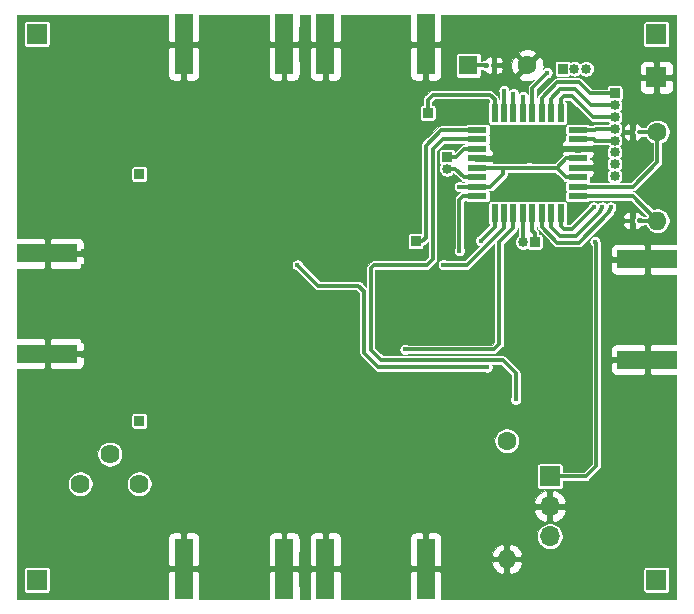
<source format=gbr>
G04 #@! TF.GenerationSoftware,KiCad,Pcbnew,(5.1.8)-1*
G04 #@! TF.CreationDate,2020-12-15T23:42:14+02:00*
G04 #@! TF.ProjectId,qam - demodulator,71616d20-2d20-4646-956d-6f64756c6174,rev?*
G04 #@! TF.SameCoordinates,Original*
G04 #@! TF.FileFunction,Copper,L2,Bot*
G04 #@! TF.FilePolarity,Positive*
%FSLAX46Y46*%
G04 Gerber Fmt 4.6, Leading zero omitted, Abs format (unit mm)*
G04 Created by KiCad (PCBNEW (5.1.8)-1) date 2020-12-15 23:42:14*
%MOMM*%
%LPD*%
G01*
G04 APERTURE LIST*
G04 #@! TA.AperFunction,ComponentPad*
%ADD10R,0.850000X0.850000*%
G04 #@! TD*
G04 #@! TA.AperFunction,ComponentPad*
%ADD11R,1.700000X1.700000*%
G04 #@! TD*
G04 #@! TA.AperFunction,ComponentPad*
%ADD12R,1.600000X1.600000*%
G04 #@! TD*
G04 #@! TA.AperFunction,ComponentPad*
%ADD13C,1.600000*%
G04 #@! TD*
G04 #@! TA.AperFunction,ComponentPad*
%ADD14O,1.600000X1.600000*%
G04 #@! TD*
G04 #@! TA.AperFunction,SMDPad,CuDef*
%ADD15R,5.080000X1.500000*%
G04 #@! TD*
G04 #@! TA.AperFunction,ComponentPad*
%ADD16C,1.620000*%
G04 #@! TD*
G04 #@! TA.AperFunction,SMDPad,CuDef*
%ADD17R,1.600000X0.550000*%
G04 #@! TD*
G04 #@! TA.AperFunction,SMDPad,CuDef*
%ADD18R,0.550000X1.600000*%
G04 #@! TD*
G04 #@! TA.AperFunction,SMDPad,CuDef*
%ADD19R,1.500000X5.080000*%
G04 #@! TD*
G04 #@! TA.AperFunction,ComponentPad*
%ADD20O,0.850000X0.850000*%
G04 #@! TD*
G04 #@! TA.AperFunction,ComponentPad*
%ADD21O,1.700000X1.700000*%
G04 #@! TD*
G04 #@! TA.AperFunction,ViaPad*
%ADD22C,0.450000*%
G04 #@! TD*
G04 #@! TA.AperFunction,ViaPad*
%ADD23C,0.500000*%
G04 #@! TD*
G04 #@! TA.AperFunction,Conductor*
%ADD24C,0.300000*%
G04 #@! TD*
G04 #@! TA.AperFunction,Conductor*
%ADD25C,0.100000*%
G04 #@! TD*
G04 APERTURE END LIST*
D10*
X180000000Y-114681000D03*
X204410000Y-88600000D03*
D11*
X171323000Y-128143000D03*
X171323000Y-81915000D03*
X223774000Y-128143000D03*
D12*
X207860000Y-84590000D03*
D13*
X212860000Y-84590000D03*
X211110000Y-116380000D03*
D14*
X211110000Y-126380000D03*
D15*
X223000000Y-109500000D03*
X223000000Y-101000000D03*
D11*
X223774000Y-81970000D03*
X223774000Y-85598000D03*
D16*
X180000000Y-120000000D03*
X177500000Y-117500000D03*
X175000000Y-120000000D03*
D17*
X217120000Y-90060000D03*
X217120000Y-90860000D03*
X217120000Y-91660000D03*
X217120000Y-92460000D03*
X217120000Y-93260000D03*
X217120000Y-94060000D03*
X217120000Y-94860000D03*
X217120000Y-95660000D03*
D18*
X215670000Y-97110000D03*
X214870000Y-97110000D03*
X214070000Y-97110000D03*
X213270000Y-97110000D03*
X212470000Y-97110000D03*
X211670000Y-97110000D03*
X210870000Y-97110000D03*
X210070000Y-97110000D03*
D17*
X208620000Y-95660000D03*
X208620000Y-94860000D03*
X208620000Y-94060000D03*
X208620000Y-93260000D03*
X208620000Y-92460000D03*
X208620000Y-91660000D03*
X208620000Y-90860000D03*
X208620000Y-90060000D03*
D18*
X210070000Y-88610000D03*
X210870000Y-88610000D03*
X211670000Y-88610000D03*
X212470000Y-88610000D03*
X213270000Y-88610000D03*
X214070000Y-88610000D03*
X214870000Y-88610000D03*
X215670000Y-88610000D03*
D13*
X223860000Y-90230000D03*
D14*
X223860000Y-97730000D03*
D19*
X192250000Y-82800000D03*
X183750000Y-82800000D03*
X192250000Y-127200000D03*
X183750000Y-127200000D03*
X204250000Y-82800000D03*
X195750000Y-82800000D03*
X204250000Y-127200000D03*
X195750000Y-127200000D03*
D10*
X215830000Y-84870000D03*
D20*
X216830000Y-84870000D03*
X217830000Y-84870000D03*
D10*
X213470000Y-99540000D03*
D20*
X212470000Y-99540000D03*
D10*
X206030000Y-92330000D03*
D20*
X206030000Y-93330000D03*
G04 #@! TA.AperFunction,SMDPad,CuDef*
G36*
G01*
X209130000Y-84680000D02*
X209130000Y-84480000D01*
G75*
G02*
X209230000Y-84380000I100000J0D01*
G01*
X209490000Y-84380000D01*
G75*
G02*
X209590000Y-84480000I0J-100000D01*
G01*
X209590000Y-84680000D01*
G75*
G02*
X209490000Y-84780000I-100000J0D01*
G01*
X209230000Y-84780000D01*
G75*
G02*
X209130000Y-84680000I0J100000D01*
G01*
G37*
G04 #@! TD.AperFunction*
G04 #@! TA.AperFunction,SMDPad,CuDef*
G36*
G01*
X209770000Y-84680000D02*
X209770000Y-84480000D01*
G75*
G02*
X209870000Y-84380000I100000J0D01*
G01*
X210130000Y-84380000D01*
G75*
G02*
X210230000Y-84480000I0J-100000D01*
G01*
X210230000Y-84680000D01*
G75*
G02*
X210130000Y-84780000I-100000J0D01*
G01*
X209870000Y-84780000D01*
G75*
G02*
X209770000Y-84680000I0J100000D01*
G01*
G37*
G04 #@! TD.AperFunction*
G04 #@! TA.AperFunction,SMDPad,CuDef*
G36*
G01*
X221990000Y-90130000D02*
X221990000Y-90330000D01*
G75*
G02*
X221890000Y-90430000I-100000J0D01*
G01*
X221630000Y-90430000D01*
G75*
G02*
X221530000Y-90330000I0J100000D01*
G01*
X221530000Y-90130000D01*
G75*
G02*
X221630000Y-90030000I100000J0D01*
G01*
X221890000Y-90030000D01*
G75*
G02*
X221990000Y-90130000I0J-100000D01*
G01*
G37*
G04 #@! TD.AperFunction*
G04 #@! TA.AperFunction,SMDPad,CuDef*
G36*
G01*
X222630000Y-90130000D02*
X222630000Y-90330000D01*
G75*
G02*
X222530000Y-90430000I-100000J0D01*
G01*
X222270000Y-90430000D01*
G75*
G02*
X222170000Y-90330000I0J100000D01*
G01*
X222170000Y-90130000D01*
G75*
G02*
X222270000Y-90030000I100000J0D01*
G01*
X222530000Y-90030000D01*
G75*
G02*
X222630000Y-90130000I0J-100000D01*
G01*
G37*
G04 #@! TD.AperFunction*
D15*
X172210000Y-100500000D03*
X172210000Y-109000000D03*
D11*
X214757000Y-119380000D03*
D21*
X214757000Y-121920000D03*
X214757000Y-124460000D03*
G04 #@! TA.AperFunction,SMDPad,CuDef*
G36*
G01*
X222620000Y-97630000D02*
X222620000Y-97830000D01*
G75*
G02*
X222520000Y-97930000I-100000J0D01*
G01*
X222260000Y-97930000D01*
G75*
G02*
X222160000Y-97830000I0J100000D01*
G01*
X222160000Y-97630000D01*
G75*
G02*
X222260000Y-97530000I100000J0D01*
G01*
X222520000Y-97530000D01*
G75*
G02*
X222620000Y-97630000I0J-100000D01*
G01*
G37*
G04 #@! TD.AperFunction*
G04 #@! TA.AperFunction,SMDPad,CuDef*
G36*
G01*
X221980000Y-97630000D02*
X221980000Y-97830000D01*
G75*
G02*
X221880000Y-97930000I-100000J0D01*
G01*
X221620000Y-97930000D01*
G75*
G02*
X221520000Y-97830000I0J100000D01*
G01*
X221520000Y-97630000D01*
G75*
G02*
X221620000Y-97530000I100000J0D01*
G01*
X221880000Y-97530000D01*
G75*
G02*
X221980000Y-97630000I0J-100000D01*
G01*
G37*
G04 #@! TD.AperFunction*
D10*
X220230000Y-86950000D03*
D20*
X220230000Y-87950000D03*
X220230000Y-88950000D03*
X220230000Y-89950000D03*
X220230000Y-90950000D03*
X220230000Y-91950000D03*
X220230000Y-92950000D03*
X220230000Y-93950000D03*
D10*
X180000000Y-93789500D03*
X203380000Y-99460000D03*
D22*
X188861700Y-108712000D03*
X187998100Y-107988100D03*
X187998100Y-102006400D03*
X188798200Y-101219000D03*
X186650000Y-111531000D03*
X186840000Y-109971000D03*
X186910000Y-110761000D03*
X186055000Y-112141000D03*
X192151000Y-96012000D03*
X186055000Y-97790000D03*
X186840000Y-99960000D03*
X186650000Y-98400000D03*
X186910000Y-99170000D03*
X193040000Y-95250000D03*
X193040000Y-100330000D03*
X192151000Y-100711000D03*
X193929000Y-99822000D03*
X194818000Y-99314000D03*
X195707000Y-98679000D03*
X196469000Y-97790000D03*
X197358000Y-96901000D03*
X198120000Y-96012000D03*
X198755000Y-95123000D03*
X199263000Y-94234000D03*
X199771000Y-93218000D03*
X200152000Y-92202000D03*
X200533000Y-91186000D03*
X200787000Y-90170000D03*
X201041000Y-89154000D03*
X201168000Y-86868000D03*
X201168000Y-123063000D03*
X199263000Y-115697000D03*
X200533000Y-118745000D03*
X201041000Y-120777000D03*
X198120000Y-113919000D03*
X198755000Y-114808000D03*
X196469000Y-112141000D03*
X194818000Y-110617000D03*
X195707000Y-111252000D03*
X200787000Y-119761000D03*
X200152000Y-117729000D03*
X201168000Y-121920000D03*
X193929000Y-110109000D03*
X199771000Y-116713000D03*
X193040000Y-109601000D03*
X197358000Y-113030000D03*
X192151000Y-109347000D03*
X207010000Y-102362000D03*
X205740000Y-102362000D03*
X204470000Y-102362000D03*
X203200000Y-102362000D03*
X201930000Y-102362000D03*
X200660000Y-102362000D03*
X198120000Y-102362000D03*
X196850000Y-102362000D03*
X195580000Y-102362000D03*
X209550000Y-102362000D03*
X209550000Y-100584000D03*
X211455000Y-102362000D03*
X212725000Y-102362000D03*
X213995000Y-102362000D03*
X215265000Y-102362000D03*
X216535000Y-102362000D03*
X217805000Y-102362000D03*
X217805000Y-104013000D03*
X216535000Y-104013000D03*
X215265000Y-104013000D03*
X213995000Y-104013000D03*
X212725000Y-104013000D03*
X211455000Y-104013000D03*
X198120000Y-86360000D03*
X196850000Y-86360000D03*
X195580000Y-86360000D03*
X194310000Y-86360000D03*
X193040000Y-86360000D03*
X191770000Y-86360000D03*
X190500000Y-86360000D03*
X189230000Y-86360000D03*
X190500000Y-87630000D03*
X191770000Y-87630000D03*
X193040000Y-87630000D03*
X194310000Y-87630000D03*
X195580000Y-87630000D03*
X196850000Y-87630000D03*
X198120000Y-87630000D03*
X198120000Y-88900000D03*
X196850000Y-88900000D03*
X195580000Y-88900000D03*
X194310000Y-88900000D03*
X193040000Y-88900000D03*
X195580000Y-90170000D03*
X196850000Y-90170000D03*
X198120000Y-90170000D03*
X196850000Y-91440000D03*
X195580000Y-91440000D03*
X195580000Y-92710000D03*
X196850000Y-92710000D03*
X195580000Y-93980000D03*
X194310000Y-93980000D03*
X195580000Y-95250000D03*
X194310000Y-95250000D03*
X195580000Y-117221000D03*
X195580000Y-115951000D03*
X196850000Y-118491000D03*
X196850000Y-121031000D03*
X195580000Y-118491000D03*
X198120000Y-123571000D03*
X193040000Y-122301000D03*
X191770000Y-122301000D03*
X194310000Y-122301000D03*
X198120000Y-121031000D03*
X196850000Y-119761000D03*
X196850000Y-117221000D03*
X190500000Y-122301000D03*
X195580000Y-122301000D03*
X195580000Y-123571000D03*
X194310000Y-123571000D03*
X190500000Y-123571000D03*
X198120000Y-122301000D03*
X196850000Y-123571000D03*
X195580000Y-121031000D03*
X193040000Y-121031000D03*
X196850000Y-122301000D03*
X194310000Y-121031000D03*
X198120000Y-119761000D03*
X195580000Y-119761000D03*
X193040000Y-123571000D03*
X191770000Y-123571000D03*
X194310000Y-115951000D03*
X189230000Y-123571000D03*
X194310000Y-114681000D03*
X193040000Y-114681000D03*
X190500000Y-113411000D03*
X193040000Y-113411000D03*
X195580000Y-114681000D03*
X194310000Y-113411000D03*
X192151000Y-113995200D03*
X186690000Y-86360000D03*
X185420000Y-86360000D03*
X184150000Y-86360000D03*
X186690000Y-87630000D03*
X185420000Y-87630000D03*
X184150000Y-87630000D03*
X186690000Y-88900000D03*
X185420000Y-88900000D03*
X184150000Y-88900000D03*
X186690000Y-90170000D03*
X187960000Y-90170000D03*
X189230000Y-90170000D03*
X185420000Y-90170000D03*
X184150000Y-90170000D03*
X184150000Y-91440000D03*
X185420000Y-91440000D03*
X186690000Y-91440000D03*
X187960000Y-91440000D03*
X189230000Y-91440000D03*
X190500000Y-91440000D03*
X191770000Y-91440000D03*
X191770000Y-92710000D03*
X190500000Y-92710000D03*
X189230000Y-92710000D03*
X187960000Y-92710000D03*
X186690000Y-92710000D03*
X185420000Y-92710000D03*
X184150000Y-92710000D03*
X184150000Y-93980000D03*
X185420000Y-93980000D03*
X186690000Y-93980000D03*
X187960000Y-93980000D03*
X186690000Y-95250000D03*
X185420000Y-95250000D03*
X186055000Y-96520000D03*
X182880000Y-86360000D03*
X182880000Y-87630000D03*
X182880000Y-88900000D03*
X182880000Y-90170000D03*
X182880000Y-91440000D03*
X182880000Y-92710000D03*
X182880000Y-93980000D03*
X182880000Y-95250000D03*
X182880000Y-96520000D03*
X182880000Y-97790000D03*
X181610000Y-97790000D03*
X181610000Y-96520000D03*
X181610000Y-95250000D03*
X181610000Y-93980000D03*
X181610000Y-92710000D03*
X181610000Y-91440000D03*
X181610000Y-90170000D03*
X181610000Y-88900000D03*
X181610000Y-87630000D03*
X181610000Y-86360000D03*
X181610000Y-85090000D03*
X181610000Y-99060000D03*
X181610000Y-100330000D03*
X180340000Y-95250000D03*
X180340000Y-96520000D03*
X180340000Y-97790000D03*
X180340000Y-99060000D03*
X180340000Y-101600000D03*
X186690000Y-123571000D03*
X185420000Y-117221000D03*
X190500000Y-117221000D03*
X185420000Y-123571000D03*
X187960000Y-117221000D03*
X182880000Y-121031000D03*
X182880000Y-123571000D03*
X187960000Y-115951000D03*
X181610000Y-124841000D03*
X181610000Y-109601000D03*
X186055000Y-113411000D03*
X181610000Y-123571000D03*
X185420000Y-114681000D03*
X182880000Y-114681000D03*
X182880000Y-112141000D03*
X181610000Y-113411000D03*
X181610000Y-122301000D03*
X182880000Y-122301000D03*
X181610000Y-121031000D03*
X181610000Y-110871000D03*
X182880000Y-113411000D03*
X182880000Y-118491000D03*
X182880000Y-117221000D03*
X181610000Y-114681000D03*
X186690000Y-114681000D03*
X181610000Y-115951000D03*
X181610000Y-112141000D03*
X182880000Y-119761000D03*
X181610000Y-119761000D03*
X182880000Y-115951000D03*
X186690000Y-115951000D03*
X181610000Y-117221000D03*
X181610000Y-118491000D03*
X189230000Y-119761000D03*
X187960000Y-119761000D03*
X185420000Y-118491000D03*
X186690000Y-122301000D03*
X185420000Y-115951000D03*
X190500000Y-118491000D03*
X186690000Y-121031000D03*
X184150000Y-121031000D03*
X191770000Y-118491000D03*
X184150000Y-115951000D03*
X187960000Y-118491000D03*
X186690000Y-119761000D03*
X186690000Y-118491000D03*
X185420000Y-121031000D03*
X184150000Y-122301000D03*
X185420000Y-119761000D03*
X185420000Y-122301000D03*
X191770000Y-117221000D03*
X184150000Y-123571000D03*
X184150000Y-119761000D03*
X189230000Y-118491000D03*
X184150000Y-118491000D03*
X189230000Y-117221000D03*
X184150000Y-117221000D03*
X186690000Y-117221000D03*
X180340000Y-91440000D03*
X180340000Y-90170000D03*
X180340000Y-88900000D03*
X180340000Y-87630000D03*
X180340000Y-86360000D03*
X180340000Y-85090000D03*
X180340000Y-83820000D03*
X181610000Y-83820000D03*
X181610000Y-82550000D03*
X180340000Y-82550000D03*
X181610000Y-81280000D03*
X180340000Y-81280000D03*
X179070000Y-81280000D03*
X179070000Y-82550000D03*
X179070000Y-83820000D03*
X179070000Y-85090000D03*
X177800000Y-81280000D03*
X176530000Y-81280000D03*
X175260000Y-81280000D03*
X173990000Y-81280000D03*
X176530000Y-82550000D03*
X177800000Y-82550000D03*
X177800000Y-83820000D03*
X173990000Y-82550000D03*
X173990000Y-83820000D03*
X175260000Y-83820000D03*
X176530000Y-85090000D03*
X175260000Y-85090000D03*
X173990000Y-85090000D03*
X172720000Y-85090000D03*
X171450000Y-85090000D03*
X170180000Y-85090000D03*
X170180000Y-86360000D03*
X171450000Y-86360000D03*
X172720000Y-86360000D03*
X173990000Y-86360000D03*
X175260000Y-86360000D03*
X176530000Y-86360000D03*
X177800000Y-86360000D03*
X177800000Y-87630000D03*
X176530000Y-87630000D03*
X175260000Y-87630000D03*
X173990000Y-87630000D03*
X172720000Y-87630000D03*
X171450000Y-87630000D03*
X170180000Y-87630000D03*
X170180000Y-88900000D03*
X171450000Y-88900000D03*
X172720000Y-88900000D03*
X173990000Y-88900000D03*
X175260000Y-88900000D03*
X176530000Y-88900000D03*
X177800000Y-88900000D03*
X177800000Y-90170000D03*
X176530000Y-90170000D03*
X175260000Y-90170000D03*
X173990000Y-90170000D03*
X172720000Y-90170000D03*
X171450000Y-90170000D03*
X170180000Y-90170000D03*
X170180000Y-91440000D03*
X171450000Y-91440000D03*
X172720000Y-91440000D03*
X173990000Y-91440000D03*
X175260000Y-91440000D03*
X176530000Y-91440000D03*
X177800000Y-91440000D03*
X177800000Y-92710000D03*
X176530000Y-92710000D03*
X175260000Y-92710000D03*
X173990000Y-92710000D03*
X172720000Y-92710000D03*
X171450000Y-92710000D03*
X170180000Y-92710000D03*
X170180000Y-93980000D03*
X171450000Y-93980000D03*
X172720000Y-93980000D03*
X173990000Y-93980000D03*
X175260000Y-93980000D03*
X176530000Y-93980000D03*
X177800000Y-93980000D03*
X177800000Y-95250000D03*
X176530000Y-95250000D03*
X175260000Y-95250000D03*
X173990000Y-95250000D03*
X172720000Y-95250000D03*
X171450000Y-95250000D03*
X170180000Y-95250000D03*
X170180000Y-96520000D03*
X171450000Y-96520000D03*
X172720000Y-96520000D03*
X173990000Y-96520000D03*
X175260000Y-96520000D03*
X176530000Y-96520000D03*
X177800000Y-96520000D03*
X177800000Y-97790000D03*
X176530000Y-97790000D03*
X175260000Y-97790000D03*
X173990000Y-97790000D03*
X172720000Y-97790000D03*
X171450000Y-97790000D03*
X170180000Y-97790000D03*
X170180000Y-99060000D03*
X171450000Y-99060000D03*
X172720000Y-99060000D03*
X173990000Y-99060000D03*
X175260000Y-99060000D03*
X176530000Y-99060000D03*
X177800000Y-99060000D03*
X177800000Y-100330000D03*
X176530000Y-100330000D03*
X176530000Y-101600000D03*
X177800000Y-101600000D03*
X176530000Y-102870000D03*
X170307000Y-102870000D03*
X171450000Y-102870000D03*
X172720000Y-102870000D03*
X173990000Y-102870000D03*
X175260000Y-102870000D03*
X170180000Y-106680000D03*
X171450000Y-106680000D03*
X172720000Y-106680000D03*
X173990000Y-106680000D03*
X176530000Y-106680000D03*
X180340000Y-109601000D03*
X180340000Y-110871000D03*
X180340000Y-112141000D03*
X180340000Y-108331000D03*
X181610000Y-108331000D03*
X181470000Y-107137200D03*
X177800000Y-106680000D03*
X177800000Y-107950000D03*
X176530000Y-107950000D03*
X176530000Y-109220000D03*
X177800000Y-109220000D03*
X175260000Y-106680000D03*
X175260000Y-101600000D03*
X175260000Y-100330000D03*
X175260000Y-107950000D03*
X175260000Y-109220000D03*
X175260000Y-110490000D03*
X176530000Y-110490000D03*
X177800000Y-110490000D03*
X173990000Y-110490000D03*
X172720000Y-110490000D03*
X171450000Y-110490000D03*
X170180000Y-110490000D03*
X170180000Y-111760000D03*
X171450000Y-111760000D03*
X172720000Y-111760000D03*
X173990000Y-111760000D03*
X175260000Y-111760000D03*
X176530000Y-111760000D03*
X177800000Y-111760000D03*
X177800000Y-113030000D03*
X176530000Y-113030000D03*
X175260000Y-113030000D03*
X173990000Y-113030000D03*
X172720000Y-113030000D03*
X171450000Y-113030000D03*
X170180000Y-113030000D03*
X170180000Y-114300000D03*
X171450000Y-114300000D03*
X172720000Y-114300000D03*
X173990000Y-114300000D03*
X175260000Y-114300000D03*
X176530000Y-114300000D03*
X177800000Y-114300000D03*
X177800000Y-115570000D03*
X176530000Y-115570000D03*
X173990000Y-115570000D03*
X175260000Y-115570000D03*
X172720000Y-115570000D03*
X171450000Y-115570000D03*
X170180000Y-115570000D03*
X170180000Y-116840000D03*
X171450000Y-116840000D03*
X172720000Y-116840000D03*
X172720000Y-118110000D03*
X171450000Y-118110000D03*
X170180000Y-118110000D03*
X170180000Y-119380000D03*
X171450000Y-119380000D03*
X172720000Y-119380000D03*
X170180000Y-120650000D03*
X171450000Y-120650000D03*
X172720000Y-120650000D03*
X170180000Y-121920000D03*
X171450000Y-121920000D03*
X172720000Y-121920000D03*
X173990000Y-121920000D03*
X173990000Y-123190000D03*
X172720000Y-123190000D03*
X171450000Y-123190000D03*
X170180000Y-123190000D03*
X170180000Y-124460000D03*
X171450000Y-124460000D03*
X172720000Y-124460000D03*
X172720000Y-125730000D03*
X170180000Y-125730000D03*
X171450000Y-125730000D03*
X176530000Y-121920000D03*
X177800000Y-121920000D03*
X179070000Y-121920000D03*
X179070000Y-123190000D03*
X177800000Y-123190000D03*
X176530000Y-123190000D03*
X176530000Y-124460000D03*
X177800000Y-124460000D03*
X177800000Y-125730000D03*
X176530000Y-125730000D03*
X176530000Y-127000000D03*
X177800000Y-127000000D03*
X176530000Y-128270000D03*
X177800000Y-128270000D03*
X173990000Y-129540000D03*
X175260000Y-129540000D03*
X176530000Y-129540000D03*
X177800000Y-129540000D03*
X179070000Y-129540000D03*
X180340000Y-129540000D03*
X181610000Y-126111000D03*
X181610000Y-127381000D03*
X181610000Y-128651000D03*
X186309000Y-124460000D03*
X186309000Y-125730000D03*
X186309000Y-127000000D03*
X186309000Y-128270000D03*
X186309000Y-129540000D03*
X189611000Y-124460000D03*
X189611000Y-125730000D03*
X189611000Y-127000000D03*
X189611000Y-128270000D03*
X189611000Y-129540000D03*
X198374000Y-124460000D03*
X198374000Y-125730000D03*
X198374000Y-127000000D03*
X198374000Y-128270000D03*
X198374000Y-129540000D03*
X201676000Y-129540000D03*
X201676000Y-128270000D03*
X201676000Y-127000000D03*
X201676000Y-125730000D03*
X201676000Y-124460000D03*
X219710000Y-103759000D03*
X219710000Y-106807000D03*
X220980000Y-103759000D03*
X222250000Y-103759000D03*
X223520000Y-103759000D03*
X224790000Y-103759000D03*
X220980000Y-106807000D03*
X222250000Y-106807000D03*
X223520000Y-106807000D03*
X224790000Y-106807000D03*
X196850000Y-99822000D03*
X195580000Y-99822000D03*
X198120000Y-99822000D03*
X199390000Y-99822000D03*
X200660000Y-99822000D03*
X201930000Y-99822000D03*
X196850000Y-98552000D03*
X198120000Y-98552000D03*
X199390000Y-98552000D03*
X200660000Y-98552000D03*
X201930000Y-98552000D03*
X203200000Y-97282000D03*
X201930000Y-97282000D03*
X200660000Y-97282000D03*
X199390000Y-97282000D03*
X198120000Y-97282000D03*
X199390000Y-96012000D03*
X200660000Y-96012000D03*
X201930000Y-96012000D03*
X203200000Y-96012000D03*
X200660000Y-94742000D03*
X201930000Y-94742000D03*
X203200000Y-94742000D03*
X200660000Y-93472000D03*
X201930000Y-93472000D03*
X203200000Y-93472000D03*
X203200000Y-92202000D03*
X201930000Y-92202000D03*
X201930000Y-90932000D03*
X203200000Y-90932000D03*
X201930000Y-89662000D03*
X203200000Y-89662000D03*
X203200000Y-88392000D03*
X201930000Y-88392000D03*
X203200000Y-87122000D03*
X201930000Y-87122000D03*
X201676000Y-85852000D03*
X201676000Y-84582000D03*
X201676000Y-83312000D03*
X201676000Y-82042000D03*
X201676000Y-80772000D03*
X198374000Y-80772000D03*
X198374000Y-82042000D03*
X198374000Y-83312000D03*
X198374000Y-84582000D03*
X198374000Y-85852000D03*
X189611000Y-80772000D03*
X189611000Y-82042000D03*
X189611000Y-83312000D03*
X189611000Y-84582000D03*
X189611000Y-85852000D03*
X186436000Y-80772000D03*
X186436000Y-82042000D03*
X186436000Y-83312000D03*
X186436000Y-84582000D03*
X186436000Y-85852000D03*
X194310000Y-109347000D03*
X195580000Y-109347000D03*
X196850000Y-109347000D03*
X198120000Y-109347000D03*
X196850000Y-110617000D03*
X198120000Y-110617000D03*
X199390000Y-110617000D03*
X198120000Y-111887000D03*
X199390000Y-111887000D03*
X200660000Y-111887000D03*
X201930000Y-111887000D03*
X199390000Y-113157000D03*
X200660000Y-113157000D03*
X201930000Y-113157000D03*
X203200000Y-113157000D03*
X200660000Y-114427000D03*
X201930000Y-114427000D03*
X203200000Y-114427000D03*
X204470000Y-114427000D03*
X205740000Y-114427000D03*
X200660000Y-115697000D03*
X199390000Y-114427000D03*
X201930000Y-115697000D03*
X203200000Y-115697000D03*
X204470000Y-115697000D03*
X204470000Y-116967000D03*
X203200000Y-116967000D03*
X201930000Y-116967000D03*
X200660000Y-116967000D03*
X201930000Y-118237000D03*
X203200000Y-118237000D03*
X204470000Y-118237000D03*
X204470000Y-119507000D03*
X203200000Y-119507000D03*
X201930000Y-119507000D03*
X201930000Y-120777000D03*
X203200000Y-120777000D03*
X204470000Y-120777000D03*
X205740000Y-120777000D03*
X207010000Y-120777000D03*
X208280000Y-120777000D03*
X203200000Y-122047000D03*
X204470000Y-122047000D03*
X205740000Y-122047000D03*
X207010000Y-122047000D03*
X208280000Y-122047000D03*
X203200000Y-123317000D03*
X204470000Y-123317000D03*
X205740000Y-123317000D03*
X207010000Y-123317000D03*
X208280000Y-123317000D03*
X205740000Y-124587000D03*
X207010000Y-124587000D03*
X208280000Y-124587000D03*
X201930000Y-122047000D03*
X201930000Y-123317000D03*
X205740000Y-125857000D03*
X207010000Y-125857000D03*
X208280000Y-125857000D03*
X205740000Y-127127000D03*
X207010000Y-127127000D03*
X208280000Y-127127000D03*
X205740000Y-128397000D03*
X207010000Y-128397000D03*
X208280000Y-128397000D03*
X209550000Y-128397000D03*
X205740000Y-129540000D03*
X207010000Y-129540000D03*
X208280000Y-129540000D03*
X209550000Y-129540000D03*
X210820000Y-128397000D03*
X212090000Y-128397000D03*
X213360000Y-128397000D03*
X214630000Y-128397000D03*
X215900000Y-128397000D03*
X217170000Y-128397000D03*
X218440000Y-128397000D03*
X219710000Y-128397000D03*
X210820000Y-129540000D03*
X212090000Y-129540000D03*
X213360000Y-129540000D03*
X214630000Y-129540000D03*
X215900000Y-129540000D03*
X217170000Y-129540000D03*
X218440000Y-129540000D03*
X219710000Y-129540000D03*
X220980000Y-129540000D03*
X220980000Y-128397000D03*
X213360000Y-127127000D03*
X214630000Y-127127000D03*
X215900000Y-127127000D03*
X217170000Y-127127000D03*
X218440000Y-127127000D03*
X219710000Y-127127000D03*
X220980000Y-127127000D03*
X218440000Y-125857000D03*
X219710000Y-125857000D03*
X220980000Y-125857000D03*
X217170000Y-125857000D03*
X222250000Y-125857000D03*
X224790000Y-125857000D03*
X224790000Y-124587000D03*
X222250000Y-124587000D03*
X220980000Y-124587000D03*
X219710000Y-124587000D03*
X218440000Y-124587000D03*
X217170000Y-124587000D03*
X217170000Y-123317000D03*
X218440000Y-123317000D03*
X219710000Y-123317000D03*
X220980000Y-123317000D03*
X222250000Y-123317000D03*
X224790000Y-123317000D03*
X224790000Y-122047000D03*
X222250000Y-122047000D03*
X220980000Y-122047000D03*
X219710000Y-122047000D03*
X218440000Y-122047000D03*
X217170000Y-122047000D03*
X217170000Y-120777000D03*
X218440000Y-120777000D03*
X219710000Y-120777000D03*
X220980000Y-120777000D03*
X222250000Y-120777000D03*
X224790000Y-120777000D03*
X224790000Y-119507000D03*
X222250000Y-119507000D03*
X220980000Y-119507000D03*
X219710000Y-119507000D03*
X219710000Y-118237000D03*
X220980000Y-118237000D03*
X224790000Y-118237000D03*
X217170000Y-118237000D03*
X217170000Y-116967000D03*
X215900000Y-116967000D03*
X214630000Y-116967000D03*
X213360000Y-116967000D03*
X219710000Y-116967000D03*
X213360000Y-115697000D03*
X214630000Y-115697000D03*
X215900000Y-115697000D03*
X217170000Y-115697000D03*
X217170000Y-114427000D03*
X215900000Y-114427000D03*
X214630000Y-114427000D03*
X213360000Y-114427000D03*
X212090000Y-114427000D03*
X213360000Y-113157000D03*
X214630000Y-113157000D03*
X215900000Y-113157000D03*
X217170000Y-113157000D03*
X213360000Y-111887000D03*
X214630000Y-111887000D03*
X215900000Y-111887000D03*
X219710000Y-115697000D03*
X220980000Y-116967000D03*
X222250000Y-118237000D03*
X223520000Y-116967000D03*
X224790000Y-116967000D03*
X222250000Y-115697000D03*
X223520000Y-115697000D03*
X224790000Y-115697000D03*
X224790000Y-114427000D03*
X223520000Y-114427000D03*
X222250000Y-114427000D03*
X220980000Y-114427000D03*
X219710000Y-113157000D03*
X220980000Y-113157000D03*
X222250000Y-113157000D03*
X223520000Y-113157000D03*
X224790000Y-113157000D03*
X224790000Y-111887000D03*
X223520000Y-111887000D03*
X222250000Y-111887000D03*
X220980000Y-111887000D03*
X219710000Y-111887000D03*
X213360000Y-110617000D03*
X214630000Y-110617000D03*
X213360000Y-109347000D03*
X217760000Y-107780000D03*
X213950000Y-107780000D03*
X215220000Y-107780000D03*
X216490000Y-107780000D03*
X212680000Y-107780000D03*
X211410000Y-107780000D03*
X209560000Y-107780000D03*
X205750000Y-107780000D03*
X207020000Y-107780000D03*
X208290000Y-107780000D03*
X204480000Y-107780000D03*
X205994000Y-96012000D03*
X205994000Y-97282000D03*
X205994000Y-98552000D03*
X205994000Y-99822000D03*
X210820000Y-95250000D03*
X214884000Y-95250000D03*
X214884000Y-90170000D03*
X210820000Y-90170000D03*
X207010000Y-81280000D03*
X208280000Y-81280000D03*
X209423000Y-81280000D03*
X210820000Y-81280000D03*
X212090000Y-81280000D03*
X213360000Y-81280000D03*
X214630000Y-81280000D03*
X215900000Y-81280000D03*
X217170000Y-81280000D03*
X218440000Y-81280000D03*
X219710000Y-81280000D03*
X220980000Y-81280000D03*
X220980000Y-85090000D03*
X219710000Y-85090000D03*
X219710000Y-83820000D03*
X220980000Y-83820000D03*
X220980000Y-82804000D03*
X219710000Y-82804000D03*
X218440000Y-82804000D03*
X217170000Y-82804000D03*
X215900000Y-82804000D03*
X214630000Y-82804000D03*
X213360000Y-82804000D03*
X212090000Y-82804000D03*
X210820000Y-82804000D03*
X209550000Y-82804000D03*
X201168000Y-88011000D03*
X200660000Y-104000000D03*
X201930000Y-104000000D03*
X203200000Y-104000000D03*
X204470000Y-104000000D03*
X205740000Y-104000000D03*
X207010000Y-104000000D03*
X208280000Y-104000000D03*
X209550000Y-104000000D03*
X217760000Y-106500000D03*
X216490000Y-106500000D03*
X215220000Y-106500000D03*
X213950000Y-106500000D03*
X212680000Y-106500000D03*
X211410000Y-106500000D03*
X209550000Y-106500000D03*
X208280000Y-106500000D03*
X207010000Y-106500000D03*
X205740000Y-106500000D03*
X204470000Y-106500000D03*
X203200000Y-106500000D03*
X201930000Y-106500000D03*
X200660000Y-106500000D03*
X198120000Y-106500000D03*
X196850000Y-106500000D03*
X195580000Y-106500000D03*
X194310000Y-106500000D03*
X193040000Y-106500000D03*
X194310000Y-104000000D03*
X195580000Y-104000000D03*
X196850000Y-104000000D03*
X198120000Y-104000000D03*
D23*
X192340000Y-106250000D03*
D22*
X190754000Y-107497000D03*
X190754000Y-104013000D03*
X191770000Y-104013000D03*
X184250000Y-95950000D03*
X184250000Y-101500000D03*
X184250000Y-114040000D03*
X190500000Y-114350800D03*
X184250000Y-108300000D03*
X183620000Y-106380000D03*
X184080000Y-106380000D03*
X185920000Y-106380000D03*
X185460000Y-106380000D03*
X184540000Y-106380000D03*
X185000000Y-106380000D03*
X186380000Y-106380000D03*
X186380000Y-105460000D03*
X185920000Y-105460000D03*
X185460000Y-105460000D03*
X185000000Y-105460000D03*
X184540000Y-105460000D03*
X184080000Y-105460000D03*
X183620000Y-105460000D03*
X186380000Y-105920000D03*
X183620000Y-105920000D03*
X184080000Y-105920000D03*
X185920000Y-105920000D03*
X185460000Y-105920000D03*
X184540000Y-105920000D03*
X185000000Y-105920000D03*
X186380000Y-104540000D03*
X185920000Y-104540000D03*
X185460000Y-104540000D03*
X185000000Y-104540000D03*
X184540000Y-104540000D03*
X184080000Y-104540000D03*
X183620000Y-104540000D03*
X186380000Y-105000000D03*
X183620000Y-105000000D03*
X184080000Y-105000000D03*
X185920000Y-105000000D03*
X185460000Y-105000000D03*
X184540000Y-105000000D03*
X185000000Y-105000000D03*
X186380000Y-104080000D03*
X185920000Y-104080000D03*
X185460000Y-104080000D03*
X185000000Y-104080000D03*
X184540000Y-104080000D03*
X184080000Y-104080000D03*
X183620000Y-104080000D03*
X186380000Y-103620000D03*
X185920000Y-103620000D03*
X185460000Y-103620000D03*
X185000000Y-103620000D03*
X184540000Y-103620000D03*
X184080000Y-103620000D03*
X183620000Y-103620000D03*
X181508400Y-104140000D03*
X181508400Y-105330000D03*
X189179200Y-98933000D03*
X189179200Y-111023400D03*
X207090000Y-94860000D03*
X212990000Y-93260000D03*
X193380000Y-101490000D03*
X209430000Y-110130000D03*
X214520000Y-85220000D03*
X218570000Y-99530000D03*
X202500000Y-108630000D03*
X208900000Y-99428300D03*
X205740000Y-101473000D03*
X207086200Y-100266500D03*
X218452700Y-96583500D03*
X219176600Y-96583500D03*
X210870000Y-86741000D03*
X211670000Y-86995000D03*
X212471000Y-87249000D03*
X211870000Y-112850000D03*
X219913200Y-96583500D03*
D24*
X214740000Y-92610000D02*
X214290000Y-92610000D01*
X215690000Y-91660000D02*
X214740000Y-92610000D01*
X217120000Y-91660000D02*
X215690000Y-91660000D01*
X213690000Y-92460000D02*
X208620000Y-92460000D01*
X213840000Y-92610000D02*
X213690000Y-92460000D01*
X214290000Y-92610000D02*
X213840000Y-92610000D01*
X217120000Y-92460000D02*
X216130000Y-92460000D01*
X216130000Y-92460000D02*
X215330000Y-93260000D01*
X216130000Y-94060000D02*
X215330000Y-93260000D01*
X217120000Y-94060000D02*
X216130000Y-94060000D01*
X208620000Y-94860000D02*
X209720000Y-94860000D01*
X210820000Y-93760000D02*
X210820000Y-93260000D01*
X210820000Y-93260000D02*
X208620000Y-93260000D01*
X209720000Y-94860000D02*
X210820000Y-93760000D01*
X215330000Y-93260000D02*
X212990000Y-93260000D01*
X207090000Y-94860000D02*
X208620000Y-94860000D01*
X207870000Y-84580000D02*
X207860000Y-84590000D01*
X209360000Y-84580000D02*
X207870000Y-84580000D01*
X212990000Y-93260000D02*
X210820000Y-93260000D01*
X222390000Y-97730000D02*
X223860000Y-97730000D01*
X221790000Y-95660000D02*
X223860000Y-97730000D01*
X217120000Y-95660000D02*
X221790000Y-95660000D01*
X222400000Y-90230000D02*
X223860000Y-90230000D01*
X221760000Y-94860000D02*
X223860000Y-92760000D01*
X223860000Y-92760000D02*
X223860000Y-90230000D01*
X217120000Y-94860000D02*
X221760000Y-94860000D01*
X199010000Y-108910000D02*
X200230000Y-110130000D01*
X199010000Y-103730000D02*
X199010000Y-108910000D01*
X200230000Y-110130000D02*
X209430000Y-110130000D01*
X198520000Y-103240000D02*
X199010000Y-103730000D01*
X195130000Y-103240000D02*
X198520000Y-103240000D01*
X193380000Y-101490000D02*
X195130000Y-103240000D01*
X213270000Y-86540000D02*
X214520000Y-85220000D01*
X213270000Y-88610000D02*
X213270000Y-86540000D01*
X214520000Y-85220000D02*
X214520000Y-85220000D01*
X218694000Y-99654000D02*
X218570000Y-99530000D01*
X218694000Y-118491000D02*
X218694000Y-99654000D01*
X217805000Y-119380000D02*
X218694000Y-118491000D01*
X214757000Y-119380000D02*
X217805000Y-119380000D01*
X210000000Y-108630000D02*
X202500000Y-108630000D01*
X210460000Y-108170000D02*
X210000000Y-108630000D01*
X210460000Y-99540000D02*
X210460000Y-108170000D01*
X211670000Y-98330000D02*
X210460000Y-99540000D01*
X211670000Y-97110000D02*
X211670000Y-98330000D01*
X210070700Y-98247200D02*
X208900000Y-99428300D01*
X210070000Y-97110000D02*
X210070700Y-98247200D01*
X210870000Y-98340000D02*
X210870000Y-97110000D01*
X207724300Y-101485700D02*
X210870000Y-98340000D01*
X205752700Y-101485700D02*
X207724300Y-101485700D01*
X205740000Y-101473000D02*
X205752700Y-101485700D01*
X207086200Y-95948500D02*
X207086200Y-100266500D01*
X207374700Y-95660000D02*
X207086200Y-95948500D01*
X208620000Y-95660000D02*
X207374700Y-95660000D01*
X217120000Y-90060000D02*
X218540000Y-90060000D01*
X218650000Y-89950000D02*
X220230000Y-89950000D01*
X218540000Y-90060000D02*
X218650000Y-89950000D01*
X217120000Y-90860000D02*
X218510000Y-90860000D01*
X218600000Y-90950000D02*
X220230000Y-90950000D01*
X218510000Y-90860000D02*
X218600000Y-90950000D01*
X216611200Y-98425000D02*
X218452700Y-96583500D01*
X215938100Y-98425000D02*
X216611200Y-98425000D01*
X215670000Y-98156900D02*
X215938100Y-98425000D01*
X215670000Y-97110000D02*
X215670000Y-98156900D01*
X219011500Y-96989900D02*
X219176600Y-96583500D01*
X216992200Y-99009200D02*
X219011500Y-96989900D01*
X215646000Y-99009200D02*
X216992200Y-99009200D01*
X214870000Y-98233200D02*
X215646000Y-99009200D01*
X214870000Y-97110000D02*
X214870000Y-98233200D01*
X213470000Y-99540000D02*
X213470000Y-98810000D01*
X213270000Y-98610000D02*
X213270000Y-97110000D01*
X213470000Y-98810000D02*
X213270000Y-98610000D01*
X212470000Y-99540000D02*
X212470000Y-97110000D01*
X208620000Y-94060000D02*
X207490000Y-94060000D01*
X206760000Y-93330000D02*
X206030000Y-93330000D01*
X207490000Y-94060000D02*
X206760000Y-93330000D01*
X208620000Y-91660000D02*
X207510000Y-91660000D01*
X206840000Y-92330000D02*
X206030000Y-92330000D01*
X207510000Y-91660000D02*
X206840000Y-92330000D01*
X210870000Y-88610000D02*
X210870000Y-86741000D01*
X211670000Y-88610000D02*
X211670000Y-86995000D01*
X212470000Y-88610000D02*
X212471000Y-87249000D01*
X214070000Y-88610000D02*
X214070000Y-87320000D01*
X214070000Y-87320000D02*
X215380000Y-86010000D01*
X215380000Y-86010000D02*
X217190000Y-86010000D01*
X218130000Y-86950000D02*
X220230000Y-86950000D01*
X217190000Y-86010000D02*
X218130000Y-86950000D01*
X216920000Y-86620000D02*
X218250000Y-87950000D01*
X215650000Y-86620000D02*
X216920000Y-86620000D01*
X218250000Y-87950000D02*
X220230000Y-87950000D01*
X214870000Y-87400000D02*
X215650000Y-86620000D01*
X214870000Y-88610000D02*
X214870000Y-87400000D01*
X218420000Y-88950000D02*
X220230000Y-88950000D01*
X216660000Y-87190000D02*
X218420000Y-88950000D01*
X215920000Y-87190000D02*
X216660000Y-87190000D01*
X215670000Y-87440000D02*
X215920000Y-87190000D01*
X215670000Y-88610000D02*
X215670000Y-87440000D01*
X208620000Y-90860000D02*
X205670000Y-90860000D01*
X205670000Y-90860000D02*
X204820000Y-91710000D01*
X204820000Y-91710000D02*
X204820000Y-101020000D01*
X204820000Y-101020000D02*
X204350000Y-101490000D01*
X204350000Y-101490000D02*
X199910000Y-101490000D01*
X199910000Y-101490000D02*
X199860000Y-101490000D01*
X199860000Y-101490000D02*
X199590000Y-101760000D01*
X199590000Y-101760000D02*
X199590000Y-108670000D01*
X199590000Y-108670000D02*
X200450000Y-109530000D01*
X200450000Y-109530000D02*
X210760000Y-109530000D01*
X210760000Y-109530000D02*
X211870000Y-110640000D01*
X211870000Y-110640000D02*
X211870000Y-112850000D01*
X211870000Y-112850000D02*
X211870000Y-112850000D01*
X219786200Y-97040700D02*
X219913200Y-96583500D01*
X217233500Y-99593400D02*
X219786200Y-97040700D01*
X215392000Y-99593400D02*
X217233500Y-99593400D01*
X214070000Y-98271400D02*
X215392000Y-99593400D01*
X214070000Y-97110000D02*
X214070000Y-98271400D01*
X204410000Y-87520000D02*
X204410000Y-88600000D01*
X204860000Y-87070000D02*
X204410000Y-87520000D01*
X209670000Y-87070000D02*
X204860000Y-87070000D01*
X210070000Y-87470000D02*
X209670000Y-87070000D01*
X210070000Y-88610000D02*
X210070000Y-87470000D01*
X203970000Y-99460000D02*
X203380000Y-99460000D01*
X204230000Y-99200000D02*
X203970000Y-99460000D01*
X204230000Y-91400000D02*
X204230000Y-99200000D01*
X205570000Y-90060000D02*
X204230000Y-91400000D01*
X208620000Y-90060000D02*
X205570000Y-90060000D01*
D25*
X182442000Y-82456500D02*
X182581500Y-82596000D01*
X183546000Y-82596000D01*
X183546000Y-82576000D01*
X183954000Y-82576000D01*
X183954000Y-82596000D01*
X184918500Y-82596000D01*
X185058000Y-82456500D01*
X185060589Y-80350000D01*
X190939411Y-80350000D01*
X190942000Y-82456500D01*
X191081500Y-82596000D01*
X192046000Y-82596000D01*
X192046000Y-82576000D01*
X192454000Y-82576000D01*
X192454000Y-82596000D01*
X193418500Y-82596000D01*
X193558000Y-82456500D01*
X193560589Y-80350000D01*
X194439411Y-80350000D01*
X194442000Y-82456500D01*
X194581500Y-82596000D01*
X195546000Y-82596000D01*
X195546000Y-82576000D01*
X195954000Y-82576000D01*
X195954000Y-82596000D01*
X196918500Y-82596000D01*
X197058000Y-82456500D01*
X197060589Y-80350000D01*
X202939411Y-80350000D01*
X202942000Y-82456500D01*
X203081500Y-82596000D01*
X204046000Y-82596000D01*
X204046000Y-82576000D01*
X204454000Y-82576000D01*
X204454000Y-82596000D01*
X205418500Y-82596000D01*
X205558000Y-82456500D01*
X205559642Y-81120000D01*
X222672791Y-81120000D01*
X222672791Y-82820000D01*
X222677618Y-82869008D01*
X222691913Y-82916134D01*
X222715127Y-82959564D01*
X222746368Y-82997632D01*
X222784436Y-83028873D01*
X222827866Y-83052087D01*
X222874992Y-83066382D01*
X222924000Y-83071209D01*
X224624000Y-83071209D01*
X224673008Y-83066382D01*
X224720134Y-83052087D01*
X224763564Y-83028873D01*
X224801632Y-82997632D01*
X224832873Y-82959564D01*
X224856087Y-82916134D01*
X224870382Y-82869008D01*
X224875209Y-82820000D01*
X224875209Y-81120000D01*
X224870382Y-81070992D01*
X224856087Y-81023866D01*
X224832873Y-80980436D01*
X224801632Y-80942368D01*
X224763564Y-80911127D01*
X224720134Y-80887913D01*
X224673008Y-80873618D01*
X224624000Y-80868791D01*
X222924000Y-80868791D01*
X222874992Y-80873618D01*
X222827866Y-80887913D01*
X222784436Y-80911127D01*
X222746368Y-80942368D01*
X222715127Y-80980436D01*
X222691913Y-81023866D01*
X222677618Y-81070992D01*
X222672791Y-81120000D01*
X205559642Y-81120000D01*
X205560589Y-80350000D01*
X225450000Y-80350000D01*
X225450000Y-99689411D01*
X223343500Y-99692000D01*
X223204000Y-99831500D01*
X223204000Y-100796000D01*
X223224000Y-100796000D01*
X223224000Y-101204000D01*
X223204000Y-101204000D01*
X223204000Y-102168500D01*
X223343500Y-102308000D01*
X225450000Y-102310589D01*
X225450001Y-108189411D01*
X223343500Y-108192000D01*
X223204000Y-108331500D01*
X223204000Y-109296000D01*
X223224000Y-109296000D01*
X223224000Y-109704000D01*
X223204000Y-109704000D01*
X223204000Y-110668500D01*
X223343500Y-110808000D01*
X225450001Y-110810589D01*
X225450001Y-129750000D01*
X205559715Y-129750000D01*
X205560700Y-129740000D01*
X205558000Y-127543500D01*
X205418500Y-127404000D01*
X204454000Y-127404000D01*
X204454000Y-127424000D01*
X204046000Y-127424000D01*
X204046000Y-127404000D01*
X203081500Y-127404000D01*
X202942000Y-127543500D01*
X202939300Y-129740000D01*
X202940285Y-129750000D01*
X197059715Y-129750000D01*
X197060700Y-129740000D01*
X197058000Y-127543500D01*
X196918500Y-127404000D01*
X195954000Y-127404000D01*
X195954000Y-127424000D01*
X195546000Y-127424000D01*
X195546000Y-127404000D01*
X194581500Y-127404000D01*
X194442000Y-127543500D01*
X194439300Y-129740000D01*
X194440285Y-129750000D01*
X193559715Y-129750000D01*
X193560700Y-129740000D01*
X193558000Y-127543500D01*
X193418500Y-127404000D01*
X192454000Y-127404000D01*
X192454000Y-127424000D01*
X192046000Y-127424000D01*
X192046000Y-127404000D01*
X191081500Y-127404000D01*
X190942000Y-127543500D01*
X190939300Y-129740000D01*
X190940285Y-129750000D01*
X185059715Y-129750000D01*
X185060700Y-129740000D01*
X185058000Y-127543500D01*
X184918500Y-127404000D01*
X183954000Y-127404000D01*
X183954000Y-127424000D01*
X183546000Y-127424000D01*
X183546000Y-127404000D01*
X182581500Y-127404000D01*
X182442000Y-127543500D01*
X182439300Y-129740000D01*
X182440285Y-129750000D01*
X169650000Y-129750000D01*
X169650000Y-127293000D01*
X170221791Y-127293000D01*
X170221791Y-128993000D01*
X170226618Y-129042008D01*
X170240913Y-129089134D01*
X170264127Y-129132564D01*
X170295368Y-129170632D01*
X170333436Y-129201873D01*
X170376866Y-129225087D01*
X170423992Y-129239382D01*
X170473000Y-129244209D01*
X172173000Y-129244209D01*
X172222008Y-129239382D01*
X172269134Y-129225087D01*
X172312564Y-129201873D01*
X172350632Y-129170632D01*
X172381873Y-129132564D01*
X172405087Y-129089134D01*
X172419382Y-129042008D01*
X172424209Y-128993000D01*
X172424209Y-127293000D01*
X172419382Y-127243992D01*
X172405087Y-127196866D01*
X172381873Y-127153436D01*
X172350632Y-127115368D01*
X172312564Y-127084127D01*
X172269134Y-127060913D01*
X172222008Y-127046618D01*
X172173000Y-127041791D01*
X170473000Y-127041791D01*
X170423992Y-127046618D01*
X170376866Y-127060913D01*
X170333436Y-127084127D01*
X170295368Y-127115368D01*
X170264127Y-127153436D01*
X170240913Y-127196866D01*
X170226618Y-127243992D01*
X170221791Y-127293000D01*
X169650000Y-127293000D01*
X169650000Y-124660000D01*
X182439300Y-124660000D01*
X182442000Y-126856500D01*
X182581500Y-126996000D01*
X183546000Y-126996000D01*
X183546000Y-124241500D01*
X183954000Y-124241500D01*
X183954000Y-126996000D01*
X184918500Y-126996000D01*
X185058000Y-126856500D01*
X185060700Y-124660000D01*
X190939300Y-124660000D01*
X190942000Y-126856500D01*
X191081500Y-126996000D01*
X192046000Y-126996000D01*
X192046000Y-124241500D01*
X192454000Y-124241500D01*
X192454000Y-126996000D01*
X193418500Y-126996000D01*
X193558000Y-126856500D01*
X193560700Y-124660000D01*
X194439300Y-124660000D01*
X194442000Y-126856500D01*
X194581500Y-126996000D01*
X195546000Y-126996000D01*
X195546000Y-124241500D01*
X195954000Y-124241500D01*
X195954000Y-126996000D01*
X196918500Y-126996000D01*
X197058000Y-126856500D01*
X197060700Y-124660000D01*
X202939300Y-124660000D01*
X202942000Y-126856500D01*
X203081500Y-126996000D01*
X204046000Y-126996000D01*
X204046000Y-124241500D01*
X204454000Y-124241500D01*
X204454000Y-126996000D01*
X205418500Y-126996000D01*
X205558000Y-126856500D01*
X205558079Y-126791517D01*
X209815843Y-126791517D01*
X209920993Y-127036087D01*
X210071836Y-127255444D01*
X210262575Y-127441158D01*
X210485880Y-127586093D01*
X210698484Y-127674148D01*
X210906000Y-127581302D01*
X210906000Y-126584000D01*
X211314000Y-126584000D01*
X211314000Y-127581302D01*
X211521516Y-127674148D01*
X211734120Y-127586093D01*
X211957425Y-127441158D01*
X212109591Y-127293000D01*
X222672791Y-127293000D01*
X222672791Y-128993000D01*
X222677618Y-129042008D01*
X222691913Y-129089134D01*
X222715127Y-129132564D01*
X222746368Y-129170632D01*
X222784436Y-129201873D01*
X222827866Y-129225087D01*
X222874992Y-129239382D01*
X222924000Y-129244209D01*
X224624000Y-129244209D01*
X224673008Y-129239382D01*
X224720134Y-129225087D01*
X224763564Y-129201873D01*
X224801632Y-129170632D01*
X224832873Y-129132564D01*
X224856087Y-129089134D01*
X224870382Y-129042008D01*
X224875209Y-128993000D01*
X224875209Y-127293000D01*
X224870382Y-127243992D01*
X224856087Y-127196866D01*
X224832873Y-127153436D01*
X224801632Y-127115368D01*
X224763564Y-127084127D01*
X224720134Y-127060913D01*
X224673008Y-127046618D01*
X224624000Y-127041791D01*
X222924000Y-127041791D01*
X222874992Y-127046618D01*
X222827866Y-127060913D01*
X222784436Y-127084127D01*
X222746368Y-127115368D01*
X222715127Y-127153436D01*
X222691913Y-127196866D01*
X222677618Y-127243992D01*
X222672791Y-127293000D01*
X212109591Y-127293000D01*
X212148164Y-127255444D01*
X212299007Y-127036087D01*
X212404157Y-126791517D01*
X212313099Y-126584000D01*
X211314000Y-126584000D01*
X210906000Y-126584000D01*
X209906901Y-126584000D01*
X209815843Y-126791517D01*
X205558079Y-126791517D01*
X205559091Y-125968483D01*
X209815843Y-125968483D01*
X209906901Y-126176000D01*
X210906000Y-126176000D01*
X210906000Y-125178698D01*
X211314000Y-125178698D01*
X211314000Y-126176000D01*
X212313099Y-126176000D01*
X212404157Y-125968483D01*
X212299007Y-125723913D01*
X212148164Y-125504556D01*
X211957425Y-125318842D01*
X211734120Y-125173907D01*
X211521516Y-125085852D01*
X211314000Y-125178698D01*
X210906000Y-125178698D01*
X210698484Y-125085852D01*
X210485880Y-125173907D01*
X210262575Y-125318842D01*
X210071836Y-125504556D01*
X209920993Y-125723913D01*
X209815843Y-125968483D01*
X205559091Y-125968483D01*
X205560700Y-124660000D01*
X205549926Y-124550613D01*
X205518019Y-124445429D01*
X205467898Y-124351659D01*
X213657000Y-124351659D01*
X213657000Y-124568341D01*
X213699273Y-124780858D01*
X213782193Y-124981045D01*
X213902575Y-125161209D01*
X214055791Y-125314425D01*
X214235955Y-125434807D01*
X214436142Y-125517727D01*
X214648659Y-125560000D01*
X214865341Y-125560000D01*
X215077858Y-125517727D01*
X215278045Y-125434807D01*
X215458209Y-125314425D01*
X215611425Y-125161209D01*
X215731807Y-124981045D01*
X215814727Y-124780858D01*
X215857000Y-124568341D01*
X215857000Y-124351659D01*
X215814727Y-124139142D01*
X215731807Y-123938955D01*
X215611425Y-123758791D01*
X215458209Y-123605575D01*
X215278045Y-123485193D01*
X215077858Y-123402273D01*
X214865341Y-123360000D01*
X214648659Y-123360000D01*
X214436142Y-123402273D01*
X214235955Y-123485193D01*
X214055791Y-123605575D01*
X213902575Y-123758791D01*
X213782193Y-123938955D01*
X213699273Y-124139142D01*
X213657000Y-124351659D01*
X205467898Y-124351659D01*
X205466205Y-124348492D01*
X205396475Y-124263525D01*
X205311508Y-124193795D01*
X205214571Y-124141981D01*
X205109387Y-124110074D01*
X205000000Y-124099300D01*
X204593500Y-124102000D01*
X204454000Y-124241500D01*
X204046000Y-124241500D01*
X203906500Y-124102000D01*
X203500000Y-124099300D01*
X203390613Y-124110074D01*
X203285429Y-124141981D01*
X203188492Y-124193795D01*
X203103525Y-124263525D01*
X203033795Y-124348492D01*
X202981981Y-124445429D01*
X202950074Y-124550613D01*
X202939300Y-124660000D01*
X197060700Y-124660000D01*
X197049926Y-124550613D01*
X197018019Y-124445429D01*
X196966205Y-124348492D01*
X196896475Y-124263525D01*
X196811508Y-124193795D01*
X196714571Y-124141981D01*
X196609387Y-124110074D01*
X196500000Y-124099300D01*
X196093500Y-124102000D01*
X195954000Y-124241500D01*
X195546000Y-124241500D01*
X195406500Y-124102000D01*
X195000000Y-124099300D01*
X194890613Y-124110074D01*
X194785429Y-124141981D01*
X194688492Y-124193795D01*
X194603525Y-124263525D01*
X194533795Y-124348492D01*
X194481981Y-124445429D01*
X194450074Y-124550613D01*
X194439300Y-124660000D01*
X193560700Y-124660000D01*
X193549926Y-124550613D01*
X193518019Y-124445429D01*
X193466205Y-124348492D01*
X193396475Y-124263525D01*
X193311508Y-124193795D01*
X193214571Y-124141981D01*
X193109387Y-124110074D01*
X193000000Y-124099300D01*
X192593500Y-124102000D01*
X192454000Y-124241500D01*
X192046000Y-124241500D01*
X191906500Y-124102000D01*
X191500000Y-124099300D01*
X191390613Y-124110074D01*
X191285429Y-124141981D01*
X191188492Y-124193795D01*
X191103525Y-124263525D01*
X191033795Y-124348492D01*
X190981981Y-124445429D01*
X190950074Y-124550613D01*
X190939300Y-124660000D01*
X185060700Y-124660000D01*
X185049926Y-124550613D01*
X185018019Y-124445429D01*
X184966205Y-124348492D01*
X184896475Y-124263525D01*
X184811508Y-124193795D01*
X184714571Y-124141981D01*
X184609387Y-124110074D01*
X184500000Y-124099300D01*
X184093500Y-124102000D01*
X183954000Y-124241500D01*
X183546000Y-124241500D01*
X183406500Y-124102000D01*
X183000000Y-124099300D01*
X182890613Y-124110074D01*
X182785429Y-124141981D01*
X182688492Y-124193795D01*
X182603525Y-124263525D01*
X182533795Y-124348492D01*
X182481981Y-124445429D01*
X182450074Y-124550613D01*
X182439300Y-124660000D01*
X169650000Y-124660000D01*
X169650000Y-122339424D01*
X213412922Y-122339424D01*
X213510009Y-122573834D01*
X213661526Y-122804547D01*
X213855142Y-123001267D01*
X214083416Y-123156434D01*
X214337575Y-123264086D01*
X214553000Y-123173651D01*
X214553000Y-122124000D01*
X214961000Y-122124000D01*
X214961000Y-123173651D01*
X215176425Y-123264086D01*
X215430584Y-123156434D01*
X215658858Y-123001267D01*
X215852474Y-122804547D01*
X216003991Y-122573834D01*
X216101078Y-122339424D01*
X216008989Y-122124000D01*
X214961000Y-122124000D01*
X214553000Y-122124000D01*
X213505011Y-122124000D01*
X213412922Y-122339424D01*
X169650000Y-122339424D01*
X169650000Y-121500576D01*
X213412922Y-121500576D01*
X213505011Y-121716000D01*
X214553000Y-121716000D01*
X214553000Y-120666349D01*
X214961000Y-120666349D01*
X214961000Y-121716000D01*
X216008989Y-121716000D01*
X216101078Y-121500576D01*
X216003991Y-121266166D01*
X215852474Y-121035453D01*
X215658858Y-120838733D01*
X215430584Y-120683566D01*
X215176425Y-120575914D01*
X214961000Y-120666349D01*
X214553000Y-120666349D01*
X214337575Y-120575914D01*
X214083416Y-120683566D01*
X213855142Y-120838733D01*
X213661526Y-121035453D01*
X213510009Y-121266166D01*
X213412922Y-121500576D01*
X169650000Y-121500576D01*
X169650000Y-119895599D01*
X173940000Y-119895599D01*
X173940000Y-120104401D01*
X173980735Y-120309191D01*
X174060640Y-120502098D01*
X174176644Y-120675711D01*
X174324289Y-120823356D01*
X174497902Y-120939360D01*
X174690809Y-121019265D01*
X174895599Y-121060000D01*
X175104401Y-121060000D01*
X175309191Y-121019265D01*
X175502098Y-120939360D01*
X175675711Y-120823356D01*
X175823356Y-120675711D01*
X175939360Y-120502098D01*
X176019265Y-120309191D01*
X176060000Y-120104401D01*
X176060000Y-119895599D01*
X178940000Y-119895599D01*
X178940000Y-120104401D01*
X178980735Y-120309191D01*
X179060640Y-120502098D01*
X179176644Y-120675711D01*
X179324289Y-120823356D01*
X179497902Y-120939360D01*
X179690809Y-121019265D01*
X179895599Y-121060000D01*
X180104401Y-121060000D01*
X180309191Y-121019265D01*
X180502098Y-120939360D01*
X180675711Y-120823356D01*
X180823356Y-120675711D01*
X180939360Y-120502098D01*
X181019265Y-120309191D01*
X181060000Y-120104401D01*
X181060000Y-119895599D01*
X181019265Y-119690809D01*
X180939360Y-119497902D01*
X180823356Y-119324289D01*
X180675711Y-119176644D01*
X180502098Y-119060640D01*
X180309191Y-118980735D01*
X180104401Y-118940000D01*
X179895599Y-118940000D01*
X179690809Y-118980735D01*
X179497902Y-119060640D01*
X179324289Y-119176644D01*
X179176644Y-119324289D01*
X179060640Y-119497902D01*
X178980735Y-119690809D01*
X178940000Y-119895599D01*
X176060000Y-119895599D01*
X176019265Y-119690809D01*
X175939360Y-119497902D01*
X175823356Y-119324289D01*
X175675711Y-119176644D01*
X175502098Y-119060640D01*
X175309191Y-118980735D01*
X175104401Y-118940000D01*
X174895599Y-118940000D01*
X174690809Y-118980735D01*
X174497902Y-119060640D01*
X174324289Y-119176644D01*
X174176644Y-119324289D01*
X174060640Y-119497902D01*
X173980735Y-119690809D01*
X173940000Y-119895599D01*
X169650000Y-119895599D01*
X169650000Y-117395599D01*
X176440000Y-117395599D01*
X176440000Y-117604401D01*
X176480735Y-117809191D01*
X176560640Y-118002098D01*
X176676644Y-118175711D01*
X176824289Y-118323356D01*
X176997902Y-118439360D01*
X177190809Y-118519265D01*
X177395599Y-118560000D01*
X177604401Y-118560000D01*
X177755222Y-118530000D01*
X213655791Y-118530000D01*
X213655791Y-120230000D01*
X213660618Y-120279008D01*
X213674913Y-120326134D01*
X213698127Y-120369564D01*
X213729368Y-120407632D01*
X213767436Y-120438873D01*
X213810866Y-120462087D01*
X213857992Y-120476382D01*
X213907000Y-120481209D01*
X215607000Y-120481209D01*
X215656008Y-120476382D01*
X215703134Y-120462087D01*
X215746564Y-120438873D01*
X215784632Y-120407632D01*
X215815873Y-120369564D01*
X215839087Y-120326134D01*
X215853382Y-120279008D01*
X215858209Y-120230000D01*
X215858209Y-119780000D01*
X217785354Y-119780000D01*
X217805000Y-119781935D01*
X217824646Y-119780000D01*
X217824647Y-119780000D01*
X217883414Y-119774212D01*
X217958814Y-119751340D01*
X218028303Y-119714197D01*
X218089211Y-119664211D01*
X218101737Y-119648948D01*
X218962954Y-118787732D01*
X218978211Y-118775211D01*
X219028197Y-118714303D01*
X219028198Y-118714302D01*
X219065340Y-118644815D01*
X219088212Y-118569414D01*
X219095935Y-118491000D01*
X219094000Y-118471353D01*
X219094000Y-110250000D01*
X219899300Y-110250000D01*
X219910074Y-110359387D01*
X219941981Y-110464571D01*
X219993795Y-110561508D01*
X220063525Y-110646475D01*
X220148492Y-110716205D01*
X220245429Y-110768019D01*
X220350613Y-110799926D01*
X220460000Y-110810700D01*
X222656500Y-110808000D01*
X222796000Y-110668500D01*
X222796000Y-109704000D01*
X220041500Y-109704000D01*
X219902000Y-109843500D01*
X219899300Y-110250000D01*
X219094000Y-110250000D01*
X219094000Y-108750000D01*
X219899300Y-108750000D01*
X219902000Y-109156500D01*
X220041500Y-109296000D01*
X222796000Y-109296000D01*
X222796000Y-108331500D01*
X222656500Y-108192000D01*
X220460000Y-108189300D01*
X220350613Y-108200074D01*
X220245429Y-108231981D01*
X220148492Y-108283795D01*
X220063525Y-108353525D01*
X219993795Y-108438492D01*
X219941981Y-108535429D01*
X219910074Y-108640613D01*
X219899300Y-108750000D01*
X219094000Y-108750000D01*
X219094000Y-101750000D01*
X219899300Y-101750000D01*
X219910074Y-101859387D01*
X219941981Y-101964571D01*
X219993795Y-102061508D01*
X220063525Y-102146475D01*
X220148492Y-102216205D01*
X220245429Y-102268019D01*
X220350613Y-102299926D01*
X220460000Y-102310700D01*
X222656500Y-102308000D01*
X222796000Y-102168500D01*
X222796000Y-101204000D01*
X220041500Y-101204000D01*
X219902000Y-101343500D01*
X219899300Y-101750000D01*
X219094000Y-101750000D01*
X219094000Y-100250000D01*
X219899300Y-100250000D01*
X219902000Y-100656500D01*
X220041500Y-100796000D01*
X222796000Y-100796000D01*
X222796000Y-99831500D01*
X222656500Y-99692000D01*
X220460000Y-99689300D01*
X220350613Y-99700074D01*
X220245429Y-99731981D01*
X220148492Y-99783795D01*
X220063525Y-99853525D01*
X219993795Y-99938492D01*
X219941981Y-100035429D01*
X219910074Y-100140613D01*
X219899300Y-100250000D01*
X219094000Y-100250000D01*
X219094000Y-99673635D01*
X219095934Y-99653999D01*
X219094000Y-99634363D01*
X219094000Y-99634353D01*
X219088212Y-99575586D01*
X219065340Y-99500186D01*
X219038320Y-99449636D01*
X219026746Y-99391448D01*
X218990939Y-99305003D01*
X218938956Y-99227205D01*
X218872795Y-99161044D01*
X218794997Y-99109061D01*
X218708552Y-99073254D01*
X218616783Y-99055000D01*
X218523217Y-99055000D01*
X218431448Y-99073254D01*
X218345003Y-99109061D01*
X218267205Y-99161044D01*
X218201044Y-99227205D01*
X218149061Y-99305003D01*
X218113254Y-99391448D01*
X218095000Y-99483217D01*
X218095000Y-99576783D01*
X218113254Y-99668552D01*
X218149061Y-99754997D01*
X218201044Y-99832795D01*
X218267205Y-99898956D01*
X218294001Y-99916861D01*
X218294000Y-118325314D01*
X217639315Y-118980000D01*
X215858209Y-118980000D01*
X215858209Y-118530000D01*
X215853382Y-118480992D01*
X215839087Y-118433866D01*
X215815873Y-118390436D01*
X215784632Y-118352368D01*
X215746564Y-118321127D01*
X215703134Y-118297913D01*
X215656008Y-118283618D01*
X215607000Y-118278791D01*
X213907000Y-118278791D01*
X213857992Y-118283618D01*
X213810866Y-118297913D01*
X213767436Y-118321127D01*
X213729368Y-118352368D01*
X213698127Y-118390436D01*
X213674913Y-118433866D01*
X213660618Y-118480992D01*
X213655791Y-118530000D01*
X177755222Y-118530000D01*
X177809191Y-118519265D01*
X178002098Y-118439360D01*
X178175711Y-118323356D01*
X178323356Y-118175711D01*
X178439360Y-118002098D01*
X178519265Y-117809191D01*
X178560000Y-117604401D01*
X178560000Y-117395599D01*
X178519265Y-117190809D01*
X178439360Y-116997902D01*
X178323356Y-116824289D01*
X178175711Y-116676644D01*
X178002098Y-116560640D01*
X177809191Y-116480735D01*
X177604401Y-116440000D01*
X177395599Y-116440000D01*
X177190809Y-116480735D01*
X176997902Y-116560640D01*
X176824289Y-116676644D01*
X176676644Y-116824289D01*
X176560640Y-116997902D01*
X176480735Y-117190809D01*
X176440000Y-117395599D01*
X169650000Y-117395599D01*
X169650000Y-116276584D01*
X210060000Y-116276584D01*
X210060000Y-116483416D01*
X210100350Y-116686274D01*
X210179502Y-116877362D01*
X210294411Y-117049336D01*
X210440664Y-117195589D01*
X210612638Y-117310498D01*
X210803726Y-117389650D01*
X211006584Y-117430000D01*
X211213416Y-117430000D01*
X211416274Y-117389650D01*
X211607362Y-117310498D01*
X211779336Y-117195589D01*
X211925589Y-117049336D01*
X212040498Y-116877362D01*
X212119650Y-116686274D01*
X212160000Y-116483416D01*
X212160000Y-116276584D01*
X212119650Y-116073726D01*
X212040498Y-115882638D01*
X211925589Y-115710664D01*
X211779336Y-115564411D01*
X211607362Y-115449502D01*
X211416274Y-115370350D01*
X211213416Y-115330000D01*
X211006584Y-115330000D01*
X210803726Y-115370350D01*
X210612638Y-115449502D01*
X210440664Y-115564411D01*
X210294411Y-115710664D01*
X210179502Y-115882638D01*
X210100350Y-116073726D01*
X210060000Y-116276584D01*
X169650000Y-116276584D01*
X169650000Y-114256000D01*
X179323791Y-114256000D01*
X179323791Y-115106000D01*
X179328618Y-115155008D01*
X179342913Y-115202134D01*
X179366127Y-115245564D01*
X179397368Y-115283632D01*
X179435436Y-115314873D01*
X179478866Y-115338087D01*
X179525992Y-115352382D01*
X179575000Y-115357209D01*
X180425000Y-115357209D01*
X180474008Y-115352382D01*
X180521134Y-115338087D01*
X180564564Y-115314873D01*
X180602632Y-115283632D01*
X180633873Y-115245564D01*
X180657087Y-115202134D01*
X180671382Y-115155008D01*
X180676209Y-115106000D01*
X180676209Y-114256000D01*
X180671382Y-114206992D01*
X180657087Y-114159866D01*
X180633873Y-114116436D01*
X180602632Y-114078368D01*
X180564564Y-114047127D01*
X180521134Y-114023913D01*
X180474008Y-114009618D01*
X180425000Y-114004791D01*
X179575000Y-114004791D01*
X179525992Y-114009618D01*
X179478866Y-114023913D01*
X179435436Y-114047127D01*
X179397368Y-114078368D01*
X179366127Y-114116436D01*
X179342913Y-114159866D01*
X179328618Y-114206992D01*
X179323791Y-114256000D01*
X169650000Y-114256000D01*
X169650000Y-110308730D01*
X169670000Y-110310700D01*
X171866500Y-110308000D01*
X172006000Y-110168500D01*
X172006000Y-109204000D01*
X172414000Y-109204000D01*
X172414000Y-110168500D01*
X172553500Y-110308000D01*
X174750000Y-110310700D01*
X174859387Y-110299926D01*
X174964571Y-110268019D01*
X175061508Y-110216205D01*
X175146475Y-110146475D01*
X175216205Y-110061508D01*
X175268019Y-109964571D01*
X175299926Y-109859387D01*
X175310700Y-109750000D01*
X175308000Y-109343500D01*
X175168500Y-109204000D01*
X172414000Y-109204000D01*
X172006000Y-109204000D01*
X171986000Y-109204000D01*
X171986000Y-108796000D01*
X172006000Y-108796000D01*
X172006000Y-107831500D01*
X172414000Y-107831500D01*
X172414000Y-108796000D01*
X175168500Y-108796000D01*
X175308000Y-108656500D01*
X175310700Y-108250000D01*
X175299926Y-108140613D01*
X175268019Y-108035429D01*
X175216205Y-107938492D01*
X175146475Y-107853525D01*
X175061508Y-107783795D01*
X174964571Y-107731981D01*
X174859387Y-107700074D01*
X174750000Y-107689300D01*
X172553500Y-107692000D01*
X172414000Y-107831500D01*
X172006000Y-107831500D01*
X171866500Y-107692000D01*
X169670000Y-107689300D01*
X169650000Y-107691270D01*
X169650000Y-101808730D01*
X169670000Y-101810700D01*
X171866500Y-101808000D01*
X172006000Y-101668500D01*
X172006000Y-100704000D01*
X172414000Y-100704000D01*
X172414000Y-101668500D01*
X172553500Y-101808000D01*
X174750000Y-101810700D01*
X174859387Y-101799926D01*
X174964571Y-101768019D01*
X175061508Y-101716205D01*
X175146475Y-101646475D01*
X175216205Y-101561508D01*
X175268019Y-101464571D01*
X175274496Y-101443217D01*
X192905000Y-101443217D01*
X192905000Y-101536783D01*
X192923254Y-101628552D01*
X192959061Y-101714997D01*
X193011044Y-101792795D01*
X193077205Y-101858956D01*
X193155003Y-101910939D01*
X193241448Y-101946746D01*
X193278414Y-101954099D01*
X194833263Y-103508948D01*
X194845789Y-103524211D01*
X194861050Y-103536735D01*
X194906697Y-103574197D01*
X194976186Y-103611340D01*
X195051586Y-103634212D01*
X195130000Y-103641935D01*
X195149647Y-103640000D01*
X198354315Y-103640000D01*
X198610000Y-103895685D01*
X198610001Y-108890344D01*
X198608065Y-108910000D01*
X198615788Y-108988413D01*
X198638661Y-109063814D01*
X198675803Y-109133302D01*
X198713265Y-109178950D01*
X198713268Y-109178953D01*
X198725790Y-109194211D01*
X198741048Y-109206733D01*
X199933263Y-110398948D01*
X199945789Y-110414211D01*
X199961050Y-110426735D01*
X200006697Y-110464197D01*
X200076186Y-110501340D01*
X200151586Y-110524212D01*
X200230000Y-110531935D01*
X200249647Y-110530000D01*
X209173666Y-110530000D01*
X209205003Y-110550939D01*
X209291448Y-110586746D01*
X209383217Y-110605000D01*
X209476783Y-110605000D01*
X209568552Y-110586746D01*
X209654997Y-110550939D01*
X209732795Y-110498956D01*
X209798956Y-110432795D01*
X209850939Y-110354997D01*
X209886746Y-110268552D01*
X209905000Y-110176783D01*
X209905000Y-110083217D01*
X209886746Y-109991448D01*
X209861293Y-109930000D01*
X210594315Y-109930000D01*
X211470000Y-110805686D01*
X211470001Y-112593664D01*
X211449061Y-112625003D01*
X211413254Y-112711448D01*
X211395000Y-112803217D01*
X211395000Y-112896783D01*
X211413254Y-112988552D01*
X211449061Y-113074997D01*
X211501044Y-113152795D01*
X211567205Y-113218956D01*
X211645003Y-113270939D01*
X211731448Y-113306746D01*
X211823217Y-113325000D01*
X211916783Y-113325000D01*
X212008552Y-113306746D01*
X212094997Y-113270939D01*
X212172795Y-113218956D01*
X212238956Y-113152795D01*
X212290939Y-113074997D01*
X212326746Y-112988552D01*
X212345000Y-112896783D01*
X212345000Y-112803217D01*
X212326746Y-112711448D01*
X212290939Y-112625003D01*
X212270000Y-112593666D01*
X212270000Y-110659643D01*
X212271935Y-110639999D01*
X212270000Y-110620353D01*
X212264212Y-110561586D01*
X212241340Y-110486186D01*
X212204197Y-110416697D01*
X212154211Y-110355789D01*
X212138954Y-110343268D01*
X211056735Y-109261050D01*
X211044211Y-109245789D01*
X210983303Y-109195803D01*
X210913814Y-109158660D01*
X210838414Y-109135788D01*
X210779647Y-109130000D01*
X210779646Y-109130000D01*
X210760000Y-109128065D01*
X210740354Y-109130000D01*
X200615685Y-109130000D01*
X200068902Y-108583217D01*
X202025000Y-108583217D01*
X202025000Y-108676783D01*
X202043254Y-108768552D01*
X202079061Y-108854997D01*
X202131044Y-108932795D01*
X202197205Y-108998956D01*
X202275003Y-109050939D01*
X202361448Y-109086746D01*
X202453217Y-109105000D01*
X202546783Y-109105000D01*
X202638552Y-109086746D01*
X202724997Y-109050939D01*
X202756334Y-109030000D01*
X209980354Y-109030000D01*
X210000000Y-109031935D01*
X210019646Y-109030000D01*
X210019647Y-109030000D01*
X210078414Y-109024212D01*
X210153814Y-109001340D01*
X210223303Y-108964197D01*
X210284211Y-108914211D01*
X210296737Y-108898948D01*
X210728953Y-108466733D01*
X210744211Y-108454211D01*
X210757112Y-108438492D01*
X210794196Y-108393304D01*
X210794197Y-108393303D01*
X210831340Y-108323814D01*
X210854212Y-108248414D01*
X210860000Y-108189647D01*
X210860000Y-108189637D01*
X210861934Y-108170001D01*
X210860000Y-108150365D01*
X210860000Y-99705685D01*
X211938948Y-98626737D01*
X211954211Y-98614211D01*
X212004197Y-98553303D01*
X212041340Y-98483814D01*
X212064212Y-98408414D01*
X212070000Y-98349647D01*
X212070000Y-98995456D01*
X212039713Y-99015693D01*
X211945693Y-99109713D01*
X211871823Y-99220268D01*
X211820940Y-99343110D01*
X211795000Y-99473518D01*
X211795000Y-99606482D01*
X211820940Y-99736890D01*
X211871823Y-99859732D01*
X211945693Y-99970287D01*
X212039713Y-100064307D01*
X212150268Y-100138177D01*
X212273110Y-100189060D01*
X212403518Y-100215000D01*
X212536482Y-100215000D01*
X212666890Y-100189060D01*
X212789732Y-100138177D01*
X212837512Y-100106252D01*
X212867368Y-100142632D01*
X212905436Y-100173873D01*
X212948866Y-100197087D01*
X212995992Y-100211382D01*
X213045000Y-100216209D01*
X213895000Y-100216209D01*
X213944008Y-100211382D01*
X213991134Y-100197087D01*
X214034564Y-100173873D01*
X214072632Y-100142632D01*
X214103873Y-100104564D01*
X214127087Y-100061134D01*
X214141382Y-100014008D01*
X214146209Y-99965000D01*
X214146209Y-99115000D01*
X214141382Y-99065992D01*
X214127087Y-99018866D01*
X214103873Y-98975436D01*
X214072632Y-98937368D01*
X214034564Y-98906127D01*
X213991134Y-98882913D01*
X213944008Y-98868618D01*
X213895000Y-98863791D01*
X213870000Y-98863791D01*
X213870000Y-98829647D01*
X213871935Y-98810000D01*
X213864212Y-98731586D01*
X213841340Y-98656186D01*
X213819319Y-98614988D01*
X213804197Y-98586697D01*
X213754211Y-98525789D01*
X213738943Y-98513259D01*
X213670000Y-98444316D01*
X213670000Y-98291046D01*
X213675788Y-98349813D01*
X213698661Y-98425214D01*
X213735803Y-98494702D01*
X213773265Y-98540350D01*
X213773268Y-98540353D01*
X213785790Y-98555611D01*
X213801048Y-98568133D01*
X215095267Y-99862353D01*
X215107789Y-99877611D01*
X215123047Y-99890133D01*
X215123049Y-99890135D01*
X215132077Y-99897544D01*
X215168697Y-99927597D01*
X215238186Y-99964740D01*
X215313586Y-99987612D01*
X215372353Y-99993400D01*
X215372363Y-99993400D01*
X215391999Y-99995334D01*
X215411635Y-99993400D01*
X217213854Y-99993400D01*
X217233500Y-99995335D01*
X217253146Y-99993400D01*
X217253147Y-99993400D01*
X217311914Y-99987612D01*
X217387314Y-99964740D01*
X217456803Y-99927597D01*
X217517711Y-99877611D01*
X217530237Y-99862348D01*
X219373085Y-98019500D01*
X220962000Y-98019500D01*
X220981767Y-98087129D01*
X221022763Y-98189114D01*
X221082868Y-98281141D01*
X221159772Y-98359674D01*
X221250519Y-98421695D01*
X221351622Y-98464821D01*
X221430500Y-98488000D01*
X221570000Y-98348500D01*
X221570000Y-97880000D01*
X221101500Y-97880000D01*
X220962000Y-98019500D01*
X219373085Y-98019500D01*
X219952085Y-97440500D01*
X220962000Y-97440500D01*
X221101500Y-97580000D01*
X221570000Y-97580000D01*
X221570000Y-97111500D01*
X221430500Y-96972000D01*
X221351622Y-96995179D01*
X221250519Y-97038305D01*
X221159772Y-97100326D01*
X221082868Y-97178859D01*
X221022763Y-97270886D01*
X220981767Y-97372871D01*
X220962000Y-97440500D01*
X219952085Y-97440500D01*
X220044552Y-97348034D01*
X220048439Y-97345302D01*
X220072351Y-97320235D01*
X220082935Y-97309651D01*
X220085939Y-97305991D01*
X220102825Y-97288289D01*
X220110869Y-97275613D01*
X220120397Y-97264003D01*
X220131935Y-97242417D01*
X220145043Y-97221761D01*
X220150459Y-97207762D01*
X220157539Y-97194515D01*
X220164646Y-97171087D01*
X220166348Y-97166687D01*
X220170338Y-97152322D01*
X220180412Y-97119114D01*
X220180879Y-97114377D01*
X220229650Y-96938801D01*
X220282156Y-96886295D01*
X220334139Y-96808497D01*
X220369946Y-96722052D01*
X220388200Y-96630283D01*
X220388200Y-96536717D01*
X220369946Y-96444948D01*
X220334139Y-96358503D01*
X220282156Y-96280705D01*
X220215995Y-96214544D01*
X220138197Y-96162561D01*
X220051752Y-96126754D01*
X219959983Y-96108500D01*
X219866417Y-96108500D01*
X219774648Y-96126754D01*
X219688203Y-96162561D01*
X219610405Y-96214544D01*
X219544900Y-96280049D01*
X219479395Y-96214544D01*
X219401597Y-96162561D01*
X219315152Y-96126754D01*
X219223383Y-96108500D01*
X219129817Y-96108500D01*
X219038048Y-96126754D01*
X218951603Y-96162561D01*
X218873805Y-96214544D01*
X218814650Y-96273699D01*
X218755495Y-96214544D01*
X218677697Y-96162561D01*
X218591252Y-96126754D01*
X218499483Y-96108500D01*
X218405917Y-96108500D01*
X218314148Y-96126754D01*
X218227703Y-96162561D01*
X218149905Y-96214544D01*
X218083744Y-96280705D01*
X218031761Y-96358503D01*
X217995954Y-96444948D01*
X217988601Y-96481913D01*
X216445515Y-98025000D01*
X216167003Y-98025000D01*
X216177087Y-98006134D01*
X216191382Y-97959008D01*
X216196209Y-97910000D01*
X216196209Y-96310000D01*
X216191382Y-96260992D01*
X216177087Y-96213866D01*
X216153873Y-96170436D01*
X216122632Y-96132368D01*
X216084564Y-96101127D01*
X216041134Y-96077913D01*
X215994008Y-96063618D01*
X215945000Y-96058791D01*
X215395000Y-96058791D01*
X215345992Y-96063618D01*
X215298866Y-96077913D01*
X215270000Y-96093342D01*
X215241134Y-96077913D01*
X215194008Y-96063618D01*
X215145000Y-96058791D01*
X214595000Y-96058791D01*
X214545992Y-96063618D01*
X214498866Y-96077913D01*
X214470000Y-96093342D01*
X214441134Y-96077913D01*
X214394008Y-96063618D01*
X214345000Y-96058791D01*
X213795000Y-96058791D01*
X213745992Y-96063618D01*
X213698866Y-96077913D01*
X213670000Y-96093342D01*
X213641134Y-96077913D01*
X213594008Y-96063618D01*
X213545000Y-96058791D01*
X212995000Y-96058791D01*
X212945992Y-96063618D01*
X212898866Y-96077913D01*
X212870000Y-96093342D01*
X212841134Y-96077913D01*
X212794008Y-96063618D01*
X212745000Y-96058791D01*
X212195000Y-96058791D01*
X212145992Y-96063618D01*
X212098866Y-96077913D01*
X212070000Y-96093342D01*
X212041134Y-96077913D01*
X211994008Y-96063618D01*
X211945000Y-96058791D01*
X211395000Y-96058791D01*
X211345992Y-96063618D01*
X211298866Y-96077913D01*
X211270000Y-96093342D01*
X211241134Y-96077913D01*
X211194008Y-96063618D01*
X211145000Y-96058791D01*
X210595000Y-96058791D01*
X210545992Y-96063618D01*
X210498866Y-96077913D01*
X210470000Y-96093342D01*
X210441134Y-96077913D01*
X210394008Y-96063618D01*
X210345000Y-96058791D01*
X209795000Y-96058791D01*
X209745992Y-96063618D01*
X209698866Y-96077913D01*
X209655436Y-96101127D01*
X209617368Y-96132368D01*
X209586127Y-96170436D01*
X209562913Y-96213866D01*
X209548618Y-96260992D01*
X209543791Y-96310000D01*
X209543791Y-97910000D01*
X209548618Y-97959008D01*
X209562913Y-98006134D01*
X209586127Y-98049564D01*
X209617368Y-98087632D01*
X209643999Y-98109487D01*
X208796420Y-98964598D01*
X208761448Y-98971554D01*
X208675003Y-99007361D01*
X208597205Y-99059344D01*
X208531044Y-99125505D01*
X208479061Y-99203303D01*
X208443254Y-99289748D01*
X208425000Y-99381517D01*
X208425000Y-99475083D01*
X208443254Y-99566852D01*
X208479061Y-99653297D01*
X208531044Y-99731095D01*
X208597205Y-99797256D01*
X208675003Y-99849239D01*
X208759907Y-99884408D01*
X207558615Y-101085700D01*
X206015341Y-101085700D01*
X205964997Y-101052061D01*
X205878552Y-101016254D01*
X205786783Y-100998000D01*
X205693217Y-100998000D01*
X205601448Y-101016254D01*
X205515003Y-101052061D01*
X205437205Y-101104044D01*
X205371044Y-101170205D01*
X205319061Y-101248003D01*
X205283254Y-101334448D01*
X205265000Y-101426217D01*
X205265000Y-101519783D01*
X205283254Y-101611552D01*
X205319061Y-101697997D01*
X205371044Y-101775795D01*
X205437205Y-101841956D01*
X205515003Y-101893939D01*
X205601448Y-101929746D01*
X205693217Y-101948000D01*
X205786783Y-101948000D01*
X205878552Y-101929746D01*
X205964997Y-101893939D01*
X205977328Y-101885700D01*
X207704654Y-101885700D01*
X207724300Y-101887635D01*
X207743946Y-101885700D01*
X207743947Y-101885700D01*
X207802714Y-101879912D01*
X207878114Y-101857040D01*
X207947603Y-101819897D01*
X208008511Y-101769911D01*
X208021037Y-101754648D01*
X210060000Y-99715685D01*
X210060001Y-108004313D01*
X209834315Y-108230000D01*
X202756334Y-108230000D01*
X202724997Y-108209061D01*
X202638552Y-108173254D01*
X202546783Y-108155000D01*
X202453217Y-108155000D01*
X202361448Y-108173254D01*
X202275003Y-108209061D01*
X202197205Y-108261044D01*
X202131044Y-108327205D01*
X202079061Y-108405003D01*
X202043254Y-108491448D01*
X202025000Y-108583217D01*
X200068902Y-108583217D01*
X199990000Y-108504315D01*
X199990000Y-101925685D01*
X200025685Y-101890000D01*
X204330354Y-101890000D01*
X204350000Y-101891935D01*
X204369646Y-101890000D01*
X204369647Y-101890000D01*
X204428414Y-101884212D01*
X204503814Y-101861340D01*
X204573303Y-101824197D01*
X204634211Y-101774211D01*
X204646737Y-101758948D01*
X205088948Y-101316737D01*
X205104211Y-101304211D01*
X205154197Y-101243303D01*
X205191340Y-101173814D01*
X205214212Y-101098414D01*
X205220000Y-101039647D01*
X205220000Y-101039637D01*
X205221934Y-101020001D01*
X205220000Y-101000365D01*
X205220000Y-91875685D01*
X205835685Y-91260000D01*
X207490353Y-91260000D01*
X207431586Y-91265788D01*
X207356186Y-91288660D01*
X207286697Y-91325803D01*
X207274282Y-91335992D01*
X207241049Y-91363265D01*
X207241047Y-91363267D01*
X207225789Y-91375789D01*
X207213267Y-91391047D01*
X206705591Y-91898724D01*
X206701382Y-91855992D01*
X206687087Y-91808866D01*
X206663873Y-91765436D01*
X206632632Y-91727368D01*
X206594564Y-91696127D01*
X206551134Y-91672913D01*
X206504008Y-91658618D01*
X206455000Y-91653791D01*
X205605000Y-91653791D01*
X205555992Y-91658618D01*
X205508866Y-91672913D01*
X205465436Y-91696127D01*
X205427368Y-91727368D01*
X205396127Y-91765436D01*
X205372913Y-91808866D01*
X205358618Y-91855992D01*
X205353791Y-91905000D01*
X205353791Y-92755000D01*
X205358618Y-92804008D01*
X205372913Y-92851134D01*
X205396127Y-92894564D01*
X205427368Y-92932632D01*
X205463748Y-92962488D01*
X205431823Y-93010268D01*
X205380940Y-93133110D01*
X205355000Y-93263518D01*
X205355000Y-93396482D01*
X205380940Y-93526890D01*
X205431823Y-93649732D01*
X205505693Y-93760287D01*
X205599713Y-93854307D01*
X205710268Y-93928177D01*
X205833110Y-93979060D01*
X205963518Y-94005000D01*
X206096482Y-94005000D01*
X206226890Y-93979060D01*
X206349732Y-93928177D01*
X206460287Y-93854307D01*
X206554307Y-93760287D01*
X206574544Y-93730000D01*
X206594315Y-93730000D01*
X207193267Y-94328953D01*
X207205789Y-94344211D01*
X207221047Y-94356733D01*
X207221049Y-94356735D01*
X207266697Y-94394197D01*
X207336185Y-94431340D01*
X207411586Y-94454212D01*
X207470353Y-94460000D01*
X207346334Y-94460000D01*
X207314997Y-94439061D01*
X207228552Y-94403254D01*
X207136783Y-94385000D01*
X207043217Y-94385000D01*
X206951448Y-94403254D01*
X206865003Y-94439061D01*
X206787205Y-94491044D01*
X206721044Y-94557205D01*
X206669061Y-94635003D01*
X206633254Y-94721448D01*
X206615000Y-94813217D01*
X206615000Y-94906783D01*
X206633254Y-94998552D01*
X206669061Y-95084997D01*
X206721044Y-95162795D01*
X206787205Y-95228956D01*
X206865003Y-95280939D01*
X206951448Y-95316746D01*
X207043217Y-95335000D01*
X207136783Y-95335000D01*
X207141281Y-95334105D01*
X207090489Y-95375789D01*
X207077963Y-95391052D01*
X206817252Y-95651763D01*
X206801989Y-95664289D01*
X206752003Y-95725198D01*
X206714860Y-95794687D01*
X206709058Y-95813814D01*
X206691988Y-95870087D01*
X206684265Y-95948500D01*
X206686200Y-95968146D01*
X206686201Y-100010164D01*
X206665261Y-100041503D01*
X206629454Y-100127948D01*
X206611200Y-100219717D01*
X206611200Y-100313283D01*
X206629454Y-100405052D01*
X206665261Y-100491497D01*
X206717244Y-100569295D01*
X206783405Y-100635456D01*
X206861203Y-100687439D01*
X206947648Y-100723246D01*
X207039417Y-100741500D01*
X207132983Y-100741500D01*
X207224752Y-100723246D01*
X207311197Y-100687439D01*
X207388995Y-100635456D01*
X207455156Y-100569295D01*
X207507139Y-100491497D01*
X207542946Y-100405052D01*
X207561200Y-100313283D01*
X207561200Y-100219717D01*
X207542946Y-100127948D01*
X207507139Y-100041503D01*
X207486200Y-100010166D01*
X207486200Y-96114185D01*
X207540385Y-96060000D01*
X207603342Y-96060000D01*
X207611127Y-96074564D01*
X207642368Y-96112632D01*
X207680436Y-96143873D01*
X207723866Y-96167087D01*
X207770992Y-96181382D01*
X207820000Y-96186209D01*
X209420000Y-96186209D01*
X209469008Y-96181382D01*
X209516134Y-96167087D01*
X209559564Y-96143873D01*
X209597632Y-96112632D01*
X209628873Y-96074564D01*
X209652087Y-96031134D01*
X209666382Y-95984008D01*
X209671209Y-95935000D01*
X209671209Y-95385000D01*
X209666382Y-95335992D01*
X209652087Y-95288866D01*
X209636658Y-95260000D01*
X209700354Y-95260000D01*
X209720000Y-95261935D01*
X209739646Y-95260000D01*
X209739647Y-95260000D01*
X209798414Y-95254212D01*
X209873814Y-95231340D01*
X209943303Y-95194197D01*
X210004211Y-95144211D01*
X210016737Y-95128948D01*
X211088954Y-94056732D01*
X211104211Y-94044211D01*
X211131588Y-94010853D01*
X211154197Y-93983303D01*
X211191340Y-93913815D01*
X211214212Y-93838414D01*
X211221935Y-93760000D01*
X211220000Y-93740354D01*
X211220000Y-93660000D01*
X212733666Y-93660000D01*
X212765003Y-93680939D01*
X212851448Y-93716746D01*
X212943217Y-93735000D01*
X213036783Y-93735000D01*
X213128552Y-93716746D01*
X213214997Y-93680939D01*
X213246334Y-93660000D01*
X215164315Y-93660000D01*
X215833267Y-94328953D01*
X215845789Y-94344211D01*
X215861047Y-94356733D01*
X215861049Y-94356735D01*
X215906697Y-94394197D01*
X215976185Y-94431340D01*
X216051586Y-94454212D01*
X216102953Y-94459271D01*
X216103342Y-94460000D01*
X216087913Y-94488866D01*
X216073618Y-94535992D01*
X216068791Y-94585000D01*
X216068791Y-95135000D01*
X216073618Y-95184008D01*
X216087913Y-95231134D01*
X216103342Y-95260000D01*
X216087913Y-95288866D01*
X216073618Y-95335992D01*
X216068791Y-95385000D01*
X216068791Y-95935000D01*
X216073618Y-95984008D01*
X216087913Y-96031134D01*
X216111127Y-96074564D01*
X216142368Y-96112632D01*
X216180436Y-96143873D01*
X216223866Y-96167087D01*
X216270992Y-96181382D01*
X216320000Y-96186209D01*
X217920000Y-96186209D01*
X217969008Y-96181382D01*
X218016134Y-96167087D01*
X218059564Y-96143873D01*
X218097632Y-96112632D01*
X218128873Y-96074564D01*
X218136658Y-96060000D01*
X221624315Y-96060000D01*
X222890679Y-97326365D01*
X222889173Y-97330000D01*
X222700191Y-97330000D01*
X222654402Y-97305525D01*
X222588517Y-97285539D01*
X222520000Y-97278791D01*
X222480415Y-97278791D01*
X222477237Y-97270886D01*
X222417132Y-97178859D01*
X222340228Y-97100326D01*
X222249481Y-97038305D01*
X222148378Y-96995179D01*
X222069500Y-96972000D01*
X221930000Y-97111500D01*
X221930000Y-97513811D01*
X221915539Y-97561483D01*
X221908791Y-97630000D01*
X221908791Y-97830000D01*
X221915539Y-97898517D01*
X221930000Y-97946189D01*
X221930000Y-98348500D01*
X222069500Y-98488000D01*
X222148378Y-98464821D01*
X222249481Y-98421695D01*
X222340228Y-98359674D01*
X222417132Y-98281141D01*
X222477237Y-98189114D01*
X222480415Y-98181209D01*
X222520000Y-98181209D01*
X222588517Y-98174461D01*
X222654402Y-98154475D01*
X222700191Y-98130000D01*
X222889173Y-98130000D01*
X222929502Y-98227362D01*
X223044411Y-98399336D01*
X223190664Y-98545589D01*
X223362638Y-98660498D01*
X223553726Y-98739650D01*
X223756584Y-98780000D01*
X223963416Y-98780000D01*
X224166274Y-98739650D01*
X224357362Y-98660498D01*
X224529336Y-98545589D01*
X224675589Y-98399336D01*
X224790498Y-98227362D01*
X224869650Y-98036274D01*
X224910000Y-97833416D01*
X224910000Y-97626584D01*
X224869650Y-97423726D01*
X224790498Y-97232638D01*
X224675589Y-97060664D01*
X224529336Y-96914411D01*
X224357362Y-96799502D01*
X224166274Y-96720350D01*
X223963416Y-96680000D01*
X223756584Y-96680000D01*
X223553726Y-96720350D01*
X223456365Y-96760679D01*
X222086737Y-95391052D01*
X222074211Y-95375789D01*
X222013303Y-95325803D01*
X221943814Y-95288660D01*
X221868414Y-95265788D01*
X221809647Y-95260000D01*
X221809646Y-95260000D01*
X221794647Y-95258523D01*
X221838414Y-95254212D01*
X221913814Y-95231340D01*
X221983303Y-95194197D01*
X222044211Y-95144211D01*
X222056737Y-95128948D01*
X224128949Y-93056736D01*
X224144211Y-93044211D01*
X224194197Y-92983303D01*
X224231340Y-92913814D01*
X224254212Y-92838414D01*
X224260000Y-92779647D01*
X224260000Y-92779637D01*
X224261934Y-92760001D01*
X224260000Y-92740365D01*
X224260000Y-91200827D01*
X224357362Y-91160498D01*
X224529336Y-91045589D01*
X224675589Y-90899336D01*
X224790498Y-90727362D01*
X224869650Y-90536274D01*
X224910000Y-90333416D01*
X224910000Y-90126584D01*
X224869650Y-89923726D01*
X224790498Y-89732638D01*
X224675589Y-89560664D01*
X224529336Y-89414411D01*
X224357362Y-89299502D01*
X224166274Y-89220350D01*
X223963416Y-89180000D01*
X223756584Y-89180000D01*
X223553726Y-89220350D01*
X223362638Y-89299502D01*
X223190664Y-89414411D01*
X223044411Y-89560664D01*
X222929502Y-89732638D01*
X222889173Y-89830000D01*
X222710191Y-89830000D01*
X222664402Y-89805525D01*
X222598517Y-89785539D01*
X222530000Y-89778791D01*
X222490415Y-89778791D01*
X222487237Y-89770886D01*
X222427132Y-89678859D01*
X222350228Y-89600326D01*
X222259481Y-89538305D01*
X222158378Y-89495179D01*
X222079500Y-89472000D01*
X221940000Y-89611500D01*
X221940000Y-90013811D01*
X221925539Y-90061483D01*
X221918791Y-90130000D01*
X221918791Y-90330000D01*
X221925539Y-90398517D01*
X221940000Y-90446189D01*
X221940000Y-90848500D01*
X222079500Y-90988000D01*
X222158378Y-90964821D01*
X222259481Y-90921695D01*
X222350228Y-90859674D01*
X222427132Y-90781141D01*
X222487237Y-90689114D01*
X222490415Y-90681209D01*
X222530000Y-90681209D01*
X222598517Y-90674461D01*
X222664402Y-90654475D01*
X222710191Y-90630000D01*
X222889173Y-90630000D01*
X222929502Y-90727362D01*
X223044411Y-90899336D01*
X223190664Y-91045589D01*
X223362638Y-91160498D01*
X223460001Y-91200827D01*
X223460000Y-92594315D01*
X221594315Y-94460000D01*
X220674594Y-94460000D01*
X220754307Y-94380287D01*
X220828177Y-94269732D01*
X220879060Y-94146890D01*
X220905000Y-94016482D01*
X220905000Y-93883518D01*
X220879060Y-93753110D01*
X220828177Y-93630268D01*
X220754307Y-93519713D01*
X220684594Y-93450000D01*
X220754307Y-93380287D01*
X220828177Y-93269732D01*
X220879060Y-93146890D01*
X220905000Y-93016482D01*
X220905000Y-92883518D01*
X220879060Y-92753110D01*
X220828177Y-92630268D01*
X220754307Y-92519713D01*
X220684594Y-92450000D01*
X220754307Y-92380287D01*
X220828177Y-92269732D01*
X220879060Y-92146890D01*
X220905000Y-92016482D01*
X220905000Y-91883518D01*
X220879060Y-91753110D01*
X220828177Y-91630268D01*
X220754307Y-91519713D01*
X220684594Y-91450000D01*
X220754307Y-91380287D01*
X220828177Y-91269732D01*
X220879060Y-91146890D01*
X220905000Y-91016482D01*
X220905000Y-90883518D01*
X220879060Y-90753110D01*
X220828177Y-90630268D01*
X220754307Y-90519713D01*
X220754094Y-90519500D01*
X220972000Y-90519500D01*
X220991767Y-90587129D01*
X221032763Y-90689114D01*
X221092868Y-90781141D01*
X221169772Y-90859674D01*
X221260519Y-90921695D01*
X221361622Y-90964821D01*
X221440500Y-90988000D01*
X221580000Y-90848500D01*
X221580000Y-90380000D01*
X221111500Y-90380000D01*
X220972000Y-90519500D01*
X220754094Y-90519500D01*
X220684594Y-90450000D01*
X220754307Y-90380287D01*
X220828177Y-90269732D01*
X220879060Y-90146890D01*
X220905000Y-90016482D01*
X220905000Y-89940500D01*
X220972000Y-89940500D01*
X221111500Y-90080000D01*
X221580000Y-90080000D01*
X221580000Y-89611500D01*
X221440500Y-89472000D01*
X221361622Y-89495179D01*
X221260519Y-89538305D01*
X221169772Y-89600326D01*
X221092868Y-89678859D01*
X221032763Y-89770886D01*
X220991767Y-89872871D01*
X220972000Y-89940500D01*
X220905000Y-89940500D01*
X220905000Y-89883518D01*
X220879060Y-89753110D01*
X220828177Y-89630268D01*
X220754307Y-89519713D01*
X220684594Y-89450000D01*
X220754307Y-89380287D01*
X220828177Y-89269732D01*
X220879060Y-89146890D01*
X220905000Y-89016482D01*
X220905000Y-88883518D01*
X220879060Y-88753110D01*
X220828177Y-88630268D01*
X220754307Y-88519713D01*
X220684594Y-88450000D01*
X220754307Y-88380287D01*
X220828177Y-88269732D01*
X220879060Y-88146890D01*
X220905000Y-88016482D01*
X220905000Y-87883518D01*
X220879060Y-87753110D01*
X220828177Y-87630268D01*
X220796252Y-87582488D01*
X220832632Y-87552632D01*
X220863873Y-87514564D01*
X220887087Y-87471134D01*
X220901382Y-87424008D01*
X220906209Y-87375000D01*
X220906209Y-86525000D01*
X220901382Y-86475992D01*
X220892892Y-86448000D01*
X222363300Y-86448000D01*
X222374074Y-86557387D01*
X222405981Y-86662571D01*
X222457795Y-86759508D01*
X222527525Y-86844475D01*
X222612492Y-86914205D01*
X222709429Y-86966019D01*
X222814613Y-86997926D01*
X222924000Y-87008700D01*
X223430500Y-87006000D01*
X223570000Y-86866500D01*
X223570000Y-85802000D01*
X223978000Y-85802000D01*
X223978000Y-86866500D01*
X224117500Y-87006000D01*
X224624000Y-87008700D01*
X224733387Y-86997926D01*
X224838571Y-86966019D01*
X224935508Y-86914205D01*
X225020475Y-86844475D01*
X225090205Y-86759508D01*
X225142019Y-86662571D01*
X225173926Y-86557387D01*
X225184700Y-86448000D01*
X225182000Y-85941500D01*
X225042500Y-85802000D01*
X223978000Y-85802000D01*
X223570000Y-85802000D01*
X222505500Y-85802000D01*
X222366000Y-85941500D01*
X222363300Y-86448000D01*
X220892892Y-86448000D01*
X220887087Y-86428866D01*
X220863873Y-86385436D01*
X220832632Y-86347368D01*
X220794564Y-86316127D01*
X220751134Y-86292913D01*
X220704008Y-86278618D01*
X220655000Y-86273791D01*
X219805000Y-86273791D01*
X219755992Y-86278618D01*
X219708866Y-86292913D01*
X219665436Y-86316127D01*
X219627368Y-86347368D01*
X219596127Y-86385436D01*
X219572913Y-86428866D01*
X219558618Y-86475992D01*
X219553791Y-86525000D01*
X219553791Y-86550000D01*
X218295686Y-86550000D01*
X217486737Y-85741052D01*
X217474211Y-85725789D01*
X217413303Y-85675803D01*
X217343814Y-85638660D01*
X217268414Y-85615788D01*
X217209647Y-85610000D01*
X217209646Y-85610000D01*
X217190000Y-85608065D01*
X217170354Y-85610000D01*
X215399647Y-85610000D01*
X215380000Y-85608065D01*
X215301586Y-85615788D01*
X215226186Y-85638660D01*
X215156697Y-85675803D01*
X215111049Y-85713265D01*
X215111047Y-85713267D01*
X215095789Y-85725789D01*
X215083267Y-85741047D01*
X213801048Y-87023267D01*
X213785790Y-87035789D01*
X213773268Y-87051047D01*
X213773265Y-87051050D01*
X213735803Y-87096698D01*
X213698661Y-87166186D01*
X213675788Y-87241587D01*
X213670000Y-87300353D01*
X213670000Y-86699339D01*
X214633681Y-85681693D01*
X214658552Y-85676746D01*
X214744997Y-85640939D01*
X214822795Y-85588956D01*
X214888956Y-85522795D01*
X214940939Y-85444997D01*
X214976746Y-85358552D01*
X214995000Y-85266783D01*
X214995000Y-85173217D01*
X214976746Y-85081448D01*
X214940939Y-84995003D01*
X214888956Y-84917205D01*
X214822795Y-84851044D01*
X214744997Y-84799061D01*
X214658552Y-84763254D01*
X214566783Y-84745000D01*
X214473217Y-84745000D01*
X214381448Y-84763254D01*
X214295003Y-84799061D01*
X214217205Y-84851044D01*
X214187155Y-84881094D01*
X214219580Y-84706610D01*
X214216280Y-84445000D01*
X215153791Y-84445000D01*
X215153791Y-85295000D01*
X215158618Y-85344008D01*
X215172913Y-85391134D01*
X215196127Y-85434564D01*
X215227368Y-85472632D01*
X215265436Y-85503873D01*
X215308866Y-85527087D01*
X215355992Y-85541382D01*
X215405000Y-85546209D01*
X216255000Y-85546209D01*
X216304008Y-85541382D01*
X216351134Y-85527087D01*
X216394564Y-85503873D01*
X216432632Y-85472632D01*
X216462488Y-85436252D01*
X216510268Y-85468177D01*
X216633110Y-85519060D01*
X216763518Y-85545000D01*
X216896482Y-85545000D01*
X217026890Y-85519060D01*
X217149732Y-85468177D01*
X217260287Y-85394307D01*
X217330000Y-85324594D01*
X217399713Y-85394307D01*
X217510268Y-85468177D01*
X217633110Y-85519060D01*
X217763518Y-85545000D01*
X217896482Y-85545000D01*
X218026890Y-85519060D01*
X218149732Y-85468177D01*
X218260287Y-85394307D01*
X218354307Y-85300287D01*
X218428177Y-85189732D01*
X218479060Y-85066890D01*
X218505000Y-84936482D01*
X218505000Y-84803518D01*
X218493957Y-84748000D01*
X222363300Y-84748000D01*
X222366000Y-85254500D01*
X222505500Y-85394000D01*
X223570000Y-85394000D01*
X223570000Y-84329500D01*
X223978000Y-84329500D01*
X223978000Y-85394000D01*
X225042500Y-85394000D01*
X225182000Y-85254500D01*
X225184700Y-84748000D01*
X225173926Y-84638613D01*
X225142019Y-84533429D01*
X225090205Y-84436492D01*
X225020475Y-84351525D01*
X224935508Y-84281795D01*
X224838571Y-84229981D01*
X224733387Y-84198074D01*
X224624000Y-84187300D01*
X224117500Y-84190000D01*
X223978000Y-84329500D01*
X223570000Y-84329500D01*
X223430500Y-84190000D01*
X222924000Y-84187300D01*
X222814613Y-84198074D01*
X222709429Y-84229981D01*
X222612492Y-84281795D01*
X222527525Y-84351525D01*
X222457795Y-84436492D01*
X222405981Y-84533429D01*
X222374074Y-84638613D01*
X222363300Y-84748000D01*
X218493957Y-84748000D01*
X218479060Y-84673110D01*
X218428177Y-84550268D01*
X218354307Y-84439713D01*
X218260287Y-84345693D01*
X218149732Y-84271823D01*
X218026890Y-84220940D01*
X217896482Y-84195000D01*
X217763518Y-84195000D01*
X217633110Y-84220940D01*
X217510268Y-84271823D01*
X217399713Y-84345693D01*
X217330000Y-84415406D01*
X217260287Y-84345693D01*
X217149732Y-84271823D01*
X217026890Y-84220940D01*
X216896482Y-84195000D01*
X216763518Y-84195000D01*
X216633110Y-84220940D01*
X216510268Y-84271823D01*
X216462488Y-84303748D01*
X216432632Y-84267368D01*
X216394564Y-84236127D01*
X216351134Y-84212913D01*
X216304008Y-84198618D01*
X216255000Y-84193791D01*
X215405000Y-84193791D01*
X215355992Y-84198618D01*
X215308866Y-84212913D01*
X215265436Y-84236127D01*
X215227368Y-84267368D01*
X215196127Y-84305436D01*
X215172913Y-84348866D01*
X215158618Y-84395992D01*
X215153791Y-84445000D01*
X214216280Y-84445000D01*
X214216205Y-84439129D01*
X214160713Y-84177446D01*
X214071463Y-83961978D01*
X213858411Y-83880089D01*
X213148500Y-84590000D01*
X213162642Y-84604142D01*
X212874142Y-84892642D01*
X212860000Y-84878500D01*
X212150089Y-85588411D01*
X212231978Y-85801463D01*
X212480390Y-85900706D01*
X212743390Y-85949580D01*
X213010871Y-85946205D01*
X213272554Y-85890713D01*
X213373600Y-85848858D01*
X212996825Y-86246733D01*
X212985790Y-86255789D01*
X212969811Y-86275260D01*
X212966052Y-86279229D01*
X212957329Y-86290468D01*
X212935804Y-86316697D01*
X212933216Y-86321539D01*
X212929847Y-86325880D01*
X212914658Y-86356258D01*
X212898661Y-86386186D01*
X212897068Y-86391439D01*
X212894610Y-86396354D01*
X212885640Y-86429111D01*
X212875789Y-86461586D01*
X212875251Y-86467051D01*
X212873800Y-86472349D01*
X212871392Y-86506232D01*
X212870001Y-86520353D01*
X212870001Y-86525800D01*
X212868214Y-86550943D01*
X212870001Y-86565117D01*
X212870001Y-86991170D01*
X212839956Y-86946205D01*
X212773795Y-86880044D01*
X212695997Y-86828061D01*
X212609552Y-86792254D01*
X212517783Y-86774000D01*
X212424217Y-86774000D01*
X212332448Y-86792254D01*
X212246003Y-86828061D01*
X212168205Y-86880044D01*
X212137539Y-86910710D01*
X212126746Y-86856448D01*
X212090939Y-86770003D01*
X212038956Y-86692205D01*
X211972795Y-86626044D01*
X211894997Y-86574061D01*
X211808552Y-86538254D01*
X211716783Y-86520000D01*
X211623217Y-86520000D01*
X211531448Y-86538254D01*
X211445003Y-86574061D01*
X211367205Y-86626044D01*
X211337373Y-86655876D01*
X211326746Y-86602448D01*
X211290939Y-86516003D01*
X211238956Y-86438205D01*
X211172795Y-86372044D01*
X211094997Y-86320061D01*
X211008552Y-86284254D01*
X210916783Y-86266000D01*
X210823217Y-86266000D01*
X210731448Y-86284254D01*
X210645003Y-86320061D01*
X210567205Y-86372044D01*
X210501044Y-86438205D01*
X210449061Y-86516003D01*
X210413254Y-86602448D01*
X210395000Y-86694217D01*
X210395000Y-86787783D01*
X210413254Y-86879552D01*
X210449061Y-86965997D01*
X210470001Y-86997336D01*
X210470001Y-87450369D01*
X210470000Y-87450363D01*
X210470000Y-87450353D01*
X210464212Y-87391586D01*
X210441340Y-87316186D01*
X210404197Y-87246697D01*
X210354211Y-87185789D01*
X210338948Y-87173263D01*
X209966737Y-86801052D01*
X209954211Y-86785789D01*
X209893303Y-86735803D01*
X209823814Y-86698660D01*
X209748414Y-86675788D01*
X209689647Y-86670000D01*
X209689646Y-86670000D01*
X209670000Y-86668065D01*
X209650354Y-86670000D01*
X204879635Y-86670000D01*
X204859999Y-86668066D01*
X204840363Y-86670000D01*
X204840353Y-86670000D01*
X204781586Y-86675788D01*
X204706186Y-86698660D01*
X204636697Y-86735803D01*
X204604495Y-86762231D01*
X204591049Y-86773265D01*
X204591047Y-86773267D01*
X204575789Y-86785789D01*
X204563267Y-86801047D01*
X204141052Y-87223263D01*
X204125789Y-87235789D01*
X204075803Y-87296698D01*
X204038660Y-87366187D01*
X204020609Y-87425693D01*
X204015788Y-87441587D01*
X204008065Y-87520000D01*
X204010000Y-87539647D01*
X204010000Y-87923791D01*
X203985000Y-87923791D01*
X203935992Y-87928618D01*
X203888866Y-87942913D01*
X203845436Y-87966127D01*
X203807368Y-87997368D01*
X203776127Y-88035436D01*
X203752913Y-88078866D01*
X203738618Y-88125992D01*
X203733791Y-88175000D01*
X203733791Y-89025000D01*
X203738618Y-89074008D01*
X203752913Y-89121134D01*
X203776127Y-89164564D01*
X203807368Y-89202632D01*
X203845436Y-89233873D01*
X203888866Y-89257087D01*
X203935992Y-89271382D01*
X203985000Y-89276209D01*
X204835000Y-89276209D01*
X204884008Y-89271382D01*
X204931134Y-89257087D01*
X204974564Y-89233873D01*
X205012632Y-89202632D01*
X205043873Y-89164564D01*
X205067087Y-89121134D01*
X205081382Y-89074008D01*
X205086209Y-89025000D01*
X205086209Y-88175000D01*
X205081382Y-88125992D01*
X205067087Y-88078866D01*
X205043873Y-88035436D01*
X205012632Y-87997368D01*
X204974564Y-87966127D01*
X204931134Y-87942913D01*
X204884008Y-87928618D01*
X204835000Y-87923791D01*
X204810000Y-87923791D01*
X204810000Y-87685685D01*
X205025686Y-87470000D01*
X209504315Y-87470000D01*
X209644454Y-87610139D01*
X209617368Y-87632368D01*
X209586127Y-87670436D01*
X209562913Y-87713866D01*
X209548618Y-87760992D01*
X209543791Y-87810000D01*
X209543791Y-89410000D01*
X209548618Y-89459008D01*
X209562913Y-89506134D01*
X209586127Y-89549564D01*
X209617368Y-89587632D01*
X209655436Y-89618873D01*
X209698866Y-89642087D01*
X209745992Y-89656382D01*
X209795000Y-89661209D01*
X210345000Y-89661209D01*
X210394008Y-89656382D01*
X210441134Y-89642087D01*
X210470000Y-89626658D01*
X210498866Y-89642087D01*
X210545992Y-89656382D01*
X210595000Y-89661209D01*
X211145000Y-89661209D01*
X211194008Y-89656382D01*
X211241134Y-89642087D01*
X211270000Y-89626658D01*
X211298866Y-89642087D01*
X211345992Y-89656382D01*
X211395000Y-89661209D01*
X211945000Y-89661209D01*
X211994008Y-89656382D01*
X212041134Y-89642087D01*
X212070000Y-89626658D01*
X212098866Y-89642087D01*
X212145992Y-89656382D01*
X212195000Y-89661209D01*
X212745000Y-89661209D01*
X212794008Y-89656382D01*
X212841134Y-89642087D01*
X212870000Y-89626658D01*
X212898866Y-89642087D01*
X212945992Y-89656382D01*
X212995000Y-89661209D01*
X213545000Y-89661209D01*
X213594008Y-89656382D01*
X213641134Y-89642087D01*
X213670000Y-89626658D01*
X213698866Y-89642087D01*
X213745992Y-89656382D01*
X213795000Y-89661209D01*
X214345000Y-89661209D01*
X214394008Y-89656382D01*
X214441134Y-89642087D01*
X214470000Y-89626658D01*
X214498866Y-89642087D01*
X214545992Y-89656382D01*
X214595000Y-89661209D01*
X215145000Y-89661209D01*
X215194008Y-89656382D01*
X215241134Y-89642087D01*
X215270000Y-89626658D01*
X215298866Y-89642087D01*
X215345992Y-89656382D01*
X215395000Y-89661209D01*
X215945000Y-89661209D01*
X215994008Y-89656382D01*
X216041134Y-89642087D01*
X216084564Y-89618873D01*
X216122632Y-89587632D01*
X216153873Y-89549564D01*
X216177087Y-89506134D01*
X216191382Y-89459008D01*
X216196209Y-89410000D01*
X216196209Y-87810000D01*
X216191382Y-87760992D01*
X216177087Y-87713866D01*
X216153873Y-87670436D01*
X216122632Y-87632368D01*
X216084564Y-87601127D01*
X216078043Y-87597641D01*
X216085684Y-87590000D01*
X216494315Y-87590000D01*
X218123267Y-89218953D01*
X218135789Y-89234211D01*
X218151047Y-89246733D01*
X218151049Y-89246735D01*
X218196697Y-89284197D01*
X218266185Y-89321340D01*
X218341586Y-89344212D01*
X218420000Y-89351935D01*
X218439646Y-89350000D01*
X219685456Y-89350000D01*
X219705693Y-89380287D01*
X219775406Y-89450000D01*
X219705693Y-89519713D01*
X219685456Y-89550000D01*
X218669635Y-89550000D01*
X218649999Y-89548066D01*
X218630363Y-89550000D01*
X218630353Y-89550000D01*
X218571586Y-89555788D01*
X218496186Y-89578660D01*
X218426697Y-89615803D01*
X218372843Y-89660000D01*
X218136658Y-89660000D01*
X218128873Y-89645436D01*
X218097632Y-89607368D01*
X218059564Y-89576127D01*
X218016134Y-89552913D01*
X217969008Y-89538618D01*
X217920000Y-89533791D01*
X216320000Y-89533791D01*
X216270992Y-89538618D01*
X216223866Y-89552913D01*
X216180436Y-89576127D01*
X216142368Y-89607368D01*
X216111127Y-89645436D01*
X216087913Y-89688866D01*
X216073618Y-89735992D01*
X216068791Y-89785000D01*
X216068791Y-90335000D01*
X216073618Y-90384008D01*
X216087913Y-90431134D01*
X216103342Y-90460000D01*
X216087913Y-90488866D01*
X216073618Y-90535992D01*
X216068791Y-90585000D01*
X216068791Y-90886726D01*
X216023440Y-90909147D01*
X215936304Y-90976146D01*
X215863913Y-91058858D01*
X215809049Y-91154103D01*
X215773821Y-91258221D01*
X215762000Y-91316500D01*
X215901500Y-91456000D01*
X216916000Y-91456000D01*
X216916000Y-91436000D01*
X217324000Y-91436000D01*
X217324000Y-91456000D01*
X218338500Y-91456000D01*
X218466882Y-91327618D01*
X218521586Y-91344212D01*
X218580353Y-91350000D01*
X218580363Y-91350000D01*
X218599999Y-91351934D01*
X218619635Y-91350000D01*
X219685456Y-91350000D01*
X219705693Y-91380287D01*
X219775406Y-91450000D01*
X219705693Y-91519713D01*
X219631823Y-91630268D01*
X219580940Y-91753110D01*
X219555000Y-91883518D01*
X219555000Y-92016482D01*
X219580940Y-92146890D01*
X219631823Y-92269732D01*
X219705693Y-92380287D01*
X219775406Y-92450000D01*
X219705693Y-92519713D01*
X219631823Y-92630268D01*
X219580940Y-92753110D01*
X219555000Y-92883518D01*
X219555000Y-93016482D01*
X219580940Y-93146890D01*
X219631823Y-93269732D01*
X219705693Y-93380287D01*
X219775406Y-93450000D01*
X219705693Y-93519713D01*
X219631823Y-93630268D01*
X219580940Y-93753110D01*
X219555000Y-93883518D01*
X219555000Y-94016482D01*
X219580940Y-94146890D01*
X219631823Y-94269732D01*
X219705693Y-94380287D01*
X219785406Y-94460000D01*
X218136658Y-94460000D01*
X218152087Y-94431134D01*
X218166382Y-94384008D01*
X218171209Y-94335000D01*
X218171209Y-94033274D01*
X218216560Y-94010853D01*
X218303696Y-93943854D01*
X218376087Y-93861142D01*
X218430951Y-93765897D01*
X218466179Y-93661779D01*
X218478000Y-93603500D01*
X218338500Y-93464000D01*
X217324000Y-93464000D01*
X217324000Y-93484000D01*
X216916000Y-93484000D01*
X216916000Y-93464000D01*
X216896000Y-93464000D01*
X216896000Y-93056000D01*
X216916000Y-93056000D01*
X216916000Y-93036000D01*
X217324000Y-93036000D01*
X217324000Y-93056000D01*
X218338500Y-93056000D01*
X218478000Y-92916500D01*
X218466179Y-92858221D01*
X218430951Y-92754103D01*
X218376087Y-92658858D01*
X218303696Y-92576146D01*
X218216560Y-92509147D01*
X218171209Y-92486726D01*
X218171209Y-92433274D01*
X218216560Y-92410853D01*
X218303696Y-92343854D01*
X218376087Y-92261142D01*
X218430951Y-92165897D01*
X218466179Y-92061779D01*
X218478000Y-92003500D01*
X218338500Y-91864000D01*
X217324000Y-91864000D01*
X217324000Y-91884000D01*
X216916000Y-91884000D01*
X216916000Y-91864000D01*
X215901500Y-91864000D01*
X215762000Y-92003500D01*
X215773821Y-92061779D01*
X215809049Y-92165897D01*
X215827093Y-92197221D01*
X215164315Y-92860000D01*
X213246334Y-92860000D01*
X213214997Y-92839061D01*
X213128552Y-92803254D01*
X213036783Y-92785000D01*
X212943217Y-92785000D01*
X212851448Y-92803254D01*
X212765003Y-92839061D01*
X212733666Y-92860000D01*
X210839647Y-92860000D01*
X210820000Y-92858065D01*
X210800354Y-92860000D01*
X209966540Y-92860000D01*
X209978000Y-92803500D01*
X209838500Y-92664000D01*
X208824000Y-92664000D01*
X208824000Y-92684000D01*
X208416000Y-92684000D01*
X208416000Y-92664000D01*
X208396000Y-92664000D01*
X208396000Y-92256000D01*
X208416000Y-92256000D01*
X208416000Y-92236000D01*
X208824000Y-92236000D01*
X208824000Y-92256000D01*
X209838500Y-92256000D01*
X209978000Y-92116500D01*
X209966179Y-92058221D01*
X209930951Y-91954103D01*
X209876087Y-91858858D01*
X209803696Y-91776146D01*
X209716560Y-91709147D01*
X209671209Y-91686726D01*
X209671209Y-91385000D01*
X209666382Y-91335992D01*
X209652087Y-91288866D01*
X209636658Y-91260000D01*
X209652087Y-91231134D01*
X209666382Y-91184008D01*
X209671209Y-91135000D01*
X209671209Y-90585000D01*
X209666382Y-90535992D01*
X209652087Y-90488866D01*
X209636658Y-90460000D01*
X209652087Y-90431134D01*
X209666382Y-90384008D01*
X209671209Y-90335000D01*
X209671209Y-89785000D01*
X209666382Y-89735992D01*
X209652087Y-89688866D01*
X209628873Y-89645436D01*
X209597632Y-89607368D01*
X209559564Y-89576127D01*
X209516134Y-89552913D01*
X209469008Y-89538618D01*
X209420000Y-89533791D01*
X207820000Y-89533791D01*
X207770992Y-89538618D01*
X207723866Y-89552913D01*
X207680436Y-89576127D01*
X207642368Y-89607368D01*
X207611127Y-89645436D01*
X207603342Y-89660000D01*
X205589635Y-89660000D01*
X205569999Y-89658066D01*
X205550363Y-89660000D01*
X205550353Y-89660000D01*
X205491586Y-89665788D01*
X205416186Y-89688660D01*
X205346697Y-89725803D01*
X205338369Y-89732638D01*
X205301049Y-89763265D01*
X205301047Y-89763267D01*
X205285789Y-89775789D01*
X205273267Y-89791047D01*
X203961052Y-91103263D01*
X203945789Y-91115789D01*
X203895803Y-91176698D01*
X203858660Y-91246187D01*
X203837547Y-91315788D01*
X203835788Y-91321587D01*
X203828065Y-91400000D01*
X203830000Y-91419646D01*
X203830001Y-98786253D01*
X203805000Y-98783791D01*
X202955000Y-98783791D01*
X202905992Y-98788618D01*
X202858866Y-98802913D01*
X202815436Y-98826127D01*
X202777368Y-98857368D01*
X202746127Y-98895436D01*
X202722913Y-98938866D01*
X202708618Y-98985992D01*
X202703791Y-99035000D01*
X202703791Y-99885000D01*
X202708618Y-99934008D01*
X202722913Y-99981134D01*
X202746127Y-100024564D01*
X202777368Y-100062632D01*
X202815436Y-100093873D01*
X202858866Y-100117087D01*
X202905992Y-100131382D01*
X202955000Y-100136209D01*
X203805000Y-100136209D01*
X203854008Y-100131382D01*
X203901134Y-100117087D01*
X203944564Y-100093873D01*
X203982632Y-100062632D01*
X204013873Y-100024564D01*
X204037087Y-99981134D01*
X204051382Y-99934008D01*
X204056209Y-99885000D01*
X204056209Y-99851847D01*
X204123814Y-99831340D01*
X204193303Y-99794197D01*
X204254211Y-99744211D01*
X204266738Y-99728947D01*
X204420001Y-99575684D01*
X204420001Y-100854314D01*
X204184315Y-101090000D01*
X199879647Y-101090000D01*
X199860000Y-101088065D01*
X199840353Y-101090000D01*
X199781586Y-101095788D01*
X199706186Y-101118660D01*
X199636697Y-101155803D01*
X199575789Y-101205789D01*
X199563265Y-101221050D01*
X199321052Y-101463263D01*
X199305789Y-101475789D01*
X199255803Y-101536698D01*
X199218660Y-101606187D01*
X199217033Y-101611552D01*
X199195788Y-101681587D01*
X199188065Y-101760000D01*
X199190000Y-101779646D01*
X199190000Y-103344315D01*
X198816735Y-102971050D01*
X198804211Y-102955789D01*
X198743303Y-102905803D01*
X198673814Y-102868660D01*
X198598414Y-102845788D01*
X198539647Y-102840000D01*
X198539646Y-102840000D01*
X198520000Y-102838065D01*
X198500354Y-102840000D01*
X195295685Y-102840000D01*
X193844099Y-101388414D01*
X193836746Y-101351448D01*
X193800939Y-101265003D01*
X193748956Y-101187205D01*
X193682795Y-101121044D01*
X193604997Y-101069061D01*
X193518552Y-101033254D01*
X193426783Y-101015000D01*
X193333217Y-101015000D01*
X193241448Y-101033254D01*
X193155003Y-101069061D01*
X193077205Y-101121044D01*
X193011044Y-101187205D01*
X192959061Y-101265003D01*
X192923254Y-101351448D01*
X192905000Y-101443217D01*
X175274496Y-101443217D01*
X175299926Y-101359387D01*
X175310700Y-101250000D01*
X175308000Y-100843500D01*
X175168500Y-100704000D01*
X172414000Y-100704000D01*
X172006000Y-100704000D01*
X171986000Y-100704000D01*
X171986000Y-100296000D01*
X172006000Y-100296000D01*
X172006000Y-99331500D01*
X172414000Y-99331500D01*
X172414000Y-100296000D01*
X175168500Y-100296000D01*
X175308000Y-100156500D01*
X175310700Y-99750000D01*
X175299926Y-99640613D01*
X175268019Y-99535429D01*
X175216205Y-99438492D01*
X175146475Y-99353525D01*
X175061508Y-99283795D01*
X174964571Y-99231981D01*
X174859387Y-99200074D01*
X174750000Y-99189300D01*
X172553500Y-99192000D01*
X172414000Y-99331500D01*
X172006000Y-99331500D01*
X171866500Y-99192000D01*
X169670000Y-99189300D01*
X169650000Y-99191270D01*
X169650000Y-93364500D01*
X179323791Y-93364500D01*
X179323791Y-94214500D01*
X179328618Y-94263508D01*
X179342913Y-94310634D01*
X179366127Y-94354064D01*
X179397368Y-94392132D01*
X179435436Y-94423373D01*
X179478866Y-94446587D01*
X179525992Y-94460882D01*
X179575000Y-94465709D01*
X180425000Y-94465709D01*
X180474008Y-94460882D01*
X180521134Y-94446587D01*
X180564564Y-94423373D01*
X180602632Y-94392132D01*
X180633873Y-94354064D01*
X180657087Y-94310634D01*
X180671382Y-94263508D01*
X180676209Y-94214500D01*
X180676209Y-93364500D01*
X180671382Y-93315492D01*
X180657087Y-93268366D01*
X180633873Y-93224936D01*
X180602632Y-93186868D01*
X180564564Y-93155627D01*
X180521134Y-93132413D01*
X180474008Y-93118118D01*
X180425000Y-93113291D01*
X179575000Y-93113291D01*
X179525992Y-93118118D01*
X179478866Y-93132413D01*
X179435436Y-93155627D01*
X179397368Y-93186868D01*
X179366127Y-93224936D01*
X179342913Y-93268366D01*
X179328618Y-93315492D01*
X179323791Y-93364500D01*
X169650000Y-93364500D01*
X169650000Y-85340000D01*
X182439300Y-85340000D01*
X182450074Y-85449387D01*
X182481981Y-85554571D01*
X182533795Y-85651508D01*
X182603525Y-85736475D01*
X182688492Y-85806205D01*
X182785429Y-85858019D01*
X182890613Y-85889926D01*
X183000000Y-85900700D01*
X183406500Y-85898000D01*
X183546000Y-85758500D01*
X183546000Y-83004000D01*
X183954000Y-83004000D01*
X183954000Y-85758500D01*
X184093500Y-85898000D01*
X184500000Y-85900700D01*
X184609387Y-85889926D01*
X184714571Y-85858019D01*
X184811508Y-85806205D01*
X184896475Y-85736475D01*
X184966205Y-85651508D01*
X185018019Y-85554571D01*
X185049926Y-85449387D01*
X185060700Y-85340000D01*
X190939300Y-85340000D01*
X190950074Y-85449387D01*
X190981981Y-85554571D01*
X191033795Y-85651508D01*
X191103525Y-85736475D01*
X191188492Y-85806205D01*
X191285429Y-85858019D01*
X191390613Y-85889926D01*
X191500000Y-85900700D01*
X191906500Y-85898000D01*
X192046000Y-85758500D01*
X192046000Y-83004000D01*
X192454000Y-83004000D01*
X192454000Y-85758500D01*
X192593500Y-85898000D01*
X193000000Y-85900700D01*
X193109387Y-85889926D01*
X193214571Y-85858019D01*
X193311508Y-85806205D01*
X193396475Y-85736475D01*
X193466205Y-85651508D01*
X193518019Y-85554571D01*
X193549926Y-85449387D01*
X193560700Y-85340000D01*
X194439300Y-85340000D01*
X194450074Y-85449387D01*
X194481981Y-85554571D01*
X194533795Y-85651508D01*
X194603525Y-85736475D01*
X194688492Y-85806205D01*
X194785429Y-85858019D01*
X194890613Y-85889926D01*
X195000000Y-85900700D01*
X195406500Y-85898000D01*
X195546000Y-85758500D01*
X195546000Y-83004000D01*
X195954000Y-83004000D01*
X195954000Y-85758500D01*
X196093500Y-85898000D01*
X196500000Y-85900700D01*
X196609387Y-85889926D01*
X196714571Y-85858019D01*
X196811508Y-85806205D01*
X196896475Y-85736475D01*
X196966205Y-85651508D01*
X197018019Y-85554571D01*
X197049926Y-85449387D01*
X197060700Y-85340000D01*
X202939300Y-85340000D01*
X202950074Y-85449387D01*
X202981981Y-85554571D01*
X203033795Y-85651508D01*
X203103525Y-85736475D01*
X203188492Y-85806205D01*
X203285429Y-85858019D01*
X203390613Y-85889926D01*
X203500000Y-85900700D01*
X203906500Y-85898000D01*
X204046000Y-85758500D01*
X204046000Y-83004000D01*
X204454000Y-83004000D01*
X204454000Y-85758500D01*
X204593500Y-85898000D01*
X205000000Y-85900700D01*
X205109387Y-85889926D01*
X205214571Y-85858019D01*
X205311508Y-85806205D01*
X205396475Y-85736475D01*
X205466205Y-85651508D01*
X205518019Y-85554571D01*
X205549926Y-85449387D01*
X205560700Y-85340000D01*
X205558795Y-83790000D01*
X206808791Y-83790000D01*
X206808791Y-85390000D01*
X206813618Y-85439008D01*
X206827913Y-85486134D01*
X206851127Y-85529564D01*
X206882368Y-85567632D01*
X206920436Y-85598873D01*
X206963866Y-85622087D01*
X207010992Y-85636382D01*
X207060000Y-85641209D01*
X208660000Y-85641209D01*
X208709008Y-85636382D01*
X208756134Y-85622087D01*
X208799564Y-85598873D01*
X208837632Y-85567632D01*
X208868873Y-85529564D01*
X208892087Y-85486134D01*
X208906382Y-85439008D01*
X208911209Y-85390000D01*
X208911209Y-84980000D01*
X209049809Y-84980000D01*
X209095598Y-85004475D01*
X209161483Y-85024461D01*
X209230000Y-85031209D01*
X209269585Y-85031209D01*
X209272763Y-85039114D01*
X209332868Y-85131141D01*
X209409772Y-85209674D01*
X209500519Y-85271695D01*
X209601622Y-85314821D01*
X209680500Y-85338000D01*
X209820000Y-85198500D01*
X209820000Y-84796189D01*
X209834461Y-84748517D01*
X209836284Y-84730000D01*
X210180000Y-84730000D01*
X210180000Y-85198500D01*
X210319500Y-85338000D01*
X210398378Y-85314821D01*
X210499481Y-85271695D01*
X210590228Y-85209674D01*
X210667132Y-85131141D01*
X210727237Y-85039114D01*
X210768233Y-84937129D01*
X210788000Y-84869500D01*
X210648500Y-84730000D01*
X210180000Y-84730000D01*
X209836284Y-84730000D01*
X209841209Y-84680000D01*
X209841209Y-84480000D01*
X209840559Y-84473390D01*
X211500420Y-84473390D01*
X211503795Y-84740871D01*
X211559287Y-85002554D01*
X211648537Y-85218022D01*
X211861589Y-85299911D01*
X212571500Y-84590000D01*
X211861589Y-83880089D01*
X211648537Y-83961978D01*
X211549294Y-84210390D01*
X211500420Y-84473390D01*
X209840559Y-84473390D01*
X209834461Y-84411483D01*
X209820000Y-84363811D01*
X209820000Y-83961500D01*
X210180000Y-83961500D01*
X210180000Y-84430000D01*
X210648500Y-84430000D01*
X210788000Y-84290500D01*
X210768233Y-84222871D01*
X210727237Y-84120886D01*
X210667132Y-84028859D01*
X210590228Y-83950326D01*
X210499481Y-83888305D01*
X210398378Y-83845179D01*
X210319500Y-83822000D01*
X210180000Y-83961500D01*
X209820000Y-83961500D01*
X209680500Y-83822000D01*
X209601622Y-83845179D01*
X209500519Y-83888305D01*
X209409772Y-83950326D01*
X209332868Y-84028859D01*
X209272763Y-84120886D01*
X209269585Y-84128791D01*
X209230000Y-84128791D01*
X209161483Y-84135539D01*
X209095598Y-84155525D01*
X209049809Y-84180000D01*
X208911209Y-84180000D01*
X208911209Y-83790000D01*
X208906382Y-83740992D01*
X208892087Y-83693866D01*
X208868873Y-83650436D01*
X208837632Y-83612368D01*
X208812313Y-83591589D01*
X212150089Y-83591589D01*
X212860000Y-84301500D01*
X213569911Y-83591589D01*
X213488022Y-83378537D01*
X213239610Y-83279294D01*
X212976610Y-83230420D01*
X212709129Y-83233795D01*
X212447446Y-83289287D01*
X212231978Y-83378537D01*
X212150089Y-83591589D01*
X208812313Y-83591589D01*
X208799564Y-83581127D01*
X208756134Y-83557913D01*
X208709008Y-83543618D01*
X208660000Y-83538791D01*
X207060000Y-83538791D01*
X207010992Y-83543618D01*
X206963866Y-83557913D01*
X206920436Y-83581127D01*
X206882368Y-83612368D01*
X206851127Y-83650436D01*
X206827913Y-83693866D01*
X206813618Y-83740992D01*
X206808791Y-83790000D01*
X205558795Y-83790000D01*
X205558000Y-83143500D01*
X205418500Y-83004000D01*
X204454000Y-83004000D01*
X204046000Y-83004000D01*
X203081500Y-83004000D01*
X202942000Y-83143500D01*
X202939300Y-85340000D01*
X197060700Y-85340000D01*
X197058000Y-83143500D01*
X196918500Y-83004000D01*
X195954000Y-83004000D01*
X195546000Y-83004000D01*
X194581500Y-83004000D01*
X194442000Y-83143500D01*
X194439300Y-85340000D01*
X193560700Y-85340000D01*
X193558000Y-83143500D01*
X193418500Y-83004000D01*
X192454000Y-83004000D01*
X192046000Y-83004000D01*
X191081500Y-83004000D01*
X190942000Y-83143500D01*
X190939300Y-85340000D01*
X185060700Y-85340000D01*
X185058000Y-83143500D01*
X184918500Y-83004000D01*
X183954000Y-83004000D01*
X183546000Y-83004000D01*
X182581500Y-83004000D01*
X182442000Y-83143500D01*
X182439300Y-85340000D01*
X169650000Y-85340000D01*
X169650000Y-81065000D01*
X170221791Y-81065000D01*
X170221791Y-82765000D01*
X170226618Y-82814008D01*
X170240913Y-82861134D01*
X170264127Y-82904564D01*
X170295368Y-82942632D01*
X170333436Y-82973873D01*
X170376866Y-82997087D01*
X170423992Y-83011382D01*
X170473000Y-83016209D01*
X172173000Y-83016209D01*
X172222008Y-83011382D01*
X172269134Y-82997087D01*
X172312564Y-82973873D01*
X172350632Y-82942632D01*
X172381873Y-82904564D01*
X172405087Y-82861134D01*
X172419382Y-82814008D01*
X172424209Y-82765000D01*
X172424209Y-81065000D01*
X172419382Y-81015992D01*
X172405087Y-80968866D01*
X172381873Y-80925436D01*
X172350632Y-80887368D01*
X172312564Y-80856127D01*
X172269134Y-80832913D01*
X172222008Y-80818618D01*
X172173000Y-80813791D01*
X170473000Y-80813791D01*
X170423992Y-80818618D01*
X170376866Y-80832913D01*
X170333436Y-80856127D01*
X170295368Y-80887368D01*
X170264127Y-80925436D01*
X170240913Y-80968866D01*
X170226618Y-81015992D01*
X170221791Y-81065000D01*
X169650000Y-81065000D01*
X169650000Y-80350000D01*
X182439411Y-80350000D01*
X182442000Y-82456500D01*
G04 #@! TA.AperFunction,Conductor*
G36*
X182442000Y-82456500D02*
G01*
X182581500Y-82596000D01*
X183546000Y-82596000D01*
X183546000Y-82576000D01*
X183954000Y-82576000D01*
X183954000Y-82596000D01*
X184918500Y-82596000D01*
X185058000Y-82456500D01*
X185060589Y-80350000D01*
X190939411Y-80350000D01*
X190942000Y-82456500D01*
X191081500Y-82596000D01*
X192046000Y-82596000D01*
X192046000Y-82576000D01*
X192454000Y-82576000D01*
X192454000Y-82596000D01*
X193418500Y-82596000D01*
X193558000Y-82456500D01*
X193560589Y-80350000D01*
X194439411Y-80350000D01*
X194442000Y-82456500D01*
X194581500Y-82596000D01*
X195546000Y-82596000D01*
X195546000Y-82576000D01*
X195954000Y-82576000D01*
X195954000Y-82596000D01*
X196918500Y-82596000D01*
X197058000Y-82456500D01*
X197060589Y-80350000D01*
X202939411Y-80350000D01*
X202942000Y-82456500D01*
X203081500Y-82596000D01*
X204046000Y-82596000D01*
X204046000Y-82576000D01*
X204454000Y-82576000D01*
X204454000Y-82596000D01*
X205418500Y-82596000D01*
X205558000Y-82456500D01*
X205559642Y-81120000D01*
X222672791Y-81120000D01*
X222672791Y-82820000D01*
X222677618Y-82869008D01*
X222691913Y-82916134D01*
X222715127Y-82959564D01*
X222746368Y-82997632D01*
X222784436Y-83028873D01*
X222827866Y-83052087D01*
X222874992Y-83066382D01*
X222924000Y-83071209D01*
X224624000Y-83071209D01*
X224673008Y-83066382D01*
X224720134Y-83052087D01*
X224763564Y-83028873D01*
X224801632Y-82997632D01*
X224832873Y-82959564D01*
X224856087Y-82916134D01*
X224870382Y-82869008D01*
X224875209Y-82820000D01*
X224875209Y-81120000D01*
X224870382Y-81070992D01*
X224856087Y-81023866D01*
X224832873Y-80980436D01*
X224801632Y-80942368D01*
X224763564Y-80911127D01*
X224720134Y-80887913D01*
X224673008Y-80873618D01*
X224624000Y-80868791D01*
X222924000Y-80868791D01*
X222874992Y-80873618D01*
X222827866Y-80887913D01*
X222784436Y-80911127D01*
X222746368Y-80942368D01*
X222715127Y-80980436D01*
X222691913Y-81023866D01*
X222677618Y-81070992D01*
X222672791Y-81120000D01*
X205559642Y-81120000D01*
X205560589Y-80350000D01*
X225450000Y-80350000D01*
X225450000Y-99689411D01*
X223343500Y-99692000D01*
X223204000Y-99831500D01*
X223204000Y-100796000D01*
X223224000Y-100796000D01*
X223224000Y-101204000D01*
X223204000Y-101204000D01*
X223204000Y-102168500D01*
X223343500Y-102308000D01*
X225450000Y-102310589D01*
X225450001Y-108189411D01*
X223343500Y-108192000D01*
X223204000Y-108331500D01*
X223204000Y-109296000D01*
X223224000Y-109296000D01*
X223224000Y-109704000D01*
X223204000Y-109704000D01*
X223204000Y-110668500D01*
X223343500Y-110808000D01*
X225450001Y-110810589D01*
X225450001Y-129750000D01*
X205559715Y-129750000D01*
X205560700Y-129740000D01*
X205558000Y-127543500D01*
X205418500Y-127404000D01*
X204454000Y-127404000D01*
X204454000Y-127424000D01*
X204046000Y-127424000D01*
X204046000Y-127404000D01*
X203081500Y-127404000D01*
X202942000Y-127543500D01*
X202939300Y-129740000D01*
X202940285Y-129750000D01*
X197059715Y-129750000D01*
X197060700Y-129740000D01*
X197058000Y-127543500D01*
X196918500Y-127404000D01*
X195954000Y-127404000D01*
X195954000Y-127424000D01*
X195546000Y-127424000D01*
X195546000Y-127404000D01*
X194581500Y-127404000D01*
X194442000Y-127543500D01*
X194439300Y-129740000D01*
X194440285Y-129750000D01*
X193559715Y-129750000D01*
X193560700Y-129740000D01*
X193558000Y-127543500D01*
X193418500Y-127404000D01*
X192454000Y-127404000D01*
X192454000Y-127424000D01*
X192046000Y-127424000D01*
X192046000Y-127404000D01*
X191081500Y-127404000D01*
X190942000Y-127543500D01*
X190939300Y-129740000D01*
X190940285Y-129750000D01*
X185059715Y-129750000D01*
X185060700Y-129740000D01*
X185058000Y-127543500D01*
X184918500Y-127404000D01*
X183954000Y-127404000D01*
X183954000Y-127424000D01*
X183546000Y-127424000D01*
X183546000Y-127404000D01*
X182581500Y-127404000D01*
X182442000Y-127543500D01*
X182439300Y-129740000D01*
X182440285Y-129750000D01*
X169650000Y-129750000D01*
X169650000Y-127293000D01*
X170221791Y-127293000D01*
X170221791Y-128993000D01*
X170226618Y-129042008D01*
X170240913Y-129089134D01*
X170264127Y-129132564D01*
X170295368Y-129170632D01*
X170333436Y-129201873D01*
X170376866Y-129225087D01*
X170423992Y-129239382D01*
X170473000Y-129244209D01*
X172173000Y-129244209D01*
X172222008Y-129239382D01*
X172269134Y-129225087D01*
X172312564Y-129201873D01*
X172350632Y-129170632D01*
X172381873Y-129132564D01*
X172405087Y-129089134D01*
X172419382Y-129042008D01*
X172424209Y-128993000D01*
X172424209Y-127293000D01*
X172419382Y-127243992D01*
X172405087Y-127196866D01*
X172381873Y-127153436D01*
X172350632Y-127115368D01*
X172312564Y-127084127D01*
X172269134Y-127060913D01*
X172222008Y-127046618D01*
X172173000Y-127041791D01*
X170473000Y-127041791D01*
X170423992Y-127046618D01*
X170376866Y-127060913D01*
X170333436Y-127084127D01*
X170295368Y-127115368D01*
X170264127Y-127153436D01*
X170240913Y-127196866D01*
X170226618Y-127243992D01*
X170221791Y-127293000D01*
X169650000Y-127293000D01*
X169650000Y-124660000D01*
X182439300Y-124660000D01*
X182442000Y-126856500D01*
X182581500Y-126996000D01*
X183546000Y-126996000D01*
X183546000Y-124241500D01*
X183954000Y-124241500D01*
X183954000Y-126996000D01*
X184918500Y-126996000D01*
X185058000Y-126856500D01*
X185060700Y-124660000D01*
X190939300Y-124660000D01*
X190942000Y-126856500D01*
X191081500Y-126996000D01*
X192046000Y-126996000D01*
X192046000Y-124241500D01*
X192454000Y-124241500D01*
X192454000Y-126996000D01*
X193418500Y-126996000D01*
X193558000Y-126856500D01*
X193560700Y-124660000D01*
X194439300Y-124660000D01*
X194442000Y-126856500D01*
X194581500Y-126996000D01*
X195546000Y-126996000D01*
X195546000Y-124241500D01*
X195954000Y-124241500D01*
X195954000Y-126996000D01*
X196918500Y-126996000D01*
X197058000Y-126856500D01*
X197060700Y-124660000D01*
X202939300Y-124660000D01*
X202942000Y-126856500D01*
X203081500Y-126996000D01*
X204046000Y-126996000D01*
X204046000Y-124241500D01*
X204454000Y-124241500D01*
X204454000Y-126996000D01*
X205418500Y-126996000D01*
X205558000Y-126856500D01*
X205558079Y-126791517D01*
X209815843Y-126791517D01*
X209920993Y-127036087D01*
X210071836Y-127255444D01*
X210262575Y-127441158D01*
X210485880Y-127586093D01*
X210698484Y-127674148D01*
X210906000Y-127581302D01*
X210906000Y-126584000D01*
X211314000Y-126584000D01*
X211314000Y-127581302D01*
X211521516Y-127674148D01*
X211734120Y-127586093D01*
X211957425Y-127441158D01*
X212109591Y-127293000D01*
X222672791Y-127293000D01*
X222672791Y-128993000D01*
X222677618Y-129042008D01*
X222691913Y-129089134D01*
X222715127Y-129132564D01*
X222746368Y-129170632D01*
X222784436Y-129201873D01*
X222827866Y-129225087D01*
X222874992Y-129239382D01*
X222924000Y-129244209D01*
X224624000Y-129244209D01*
X224673008Y-129239382D01*
X224720134Y-129225087D01*
X224763564Y-129201873D01*
X224801632Y-129170632D01*
X224832873Y-129132564D01*
X224856087Y-129089134D01*
X224870382Y-129042008D01*
X224875209Y-128993000D01*
X224875209Y-127293000D01*
X224870382Y-127243992D01*
X224856087Y-127196866D01*
X224832873Y-127153436D01*
X224801632Y-127115368D01*
X224763564Y-127084127D01*
X224720134Y-127060913D01*
X224673008Y-127046618D01*
X224624000Y-127041791D01*
X222924000Y-127041791D01*
X222874992Y-127046618D01*
X222827866Y-127060913D01*
X222784436Y-127084127D01*
X222746368Y-127115368D01*
X222715127Y-127153436D01*
X222691913Y-127196866D01*
X222677618Y-127243992D01*
X222672791Y-127293000D01*
X212109591Y-127293000D01*
X212148164Y-127255444D01*
X212299007Y-127036087D01*
X212404157Y-126791517D01*
X212313099Y-126584000D01*
X211314000Y-126584000D01*
X210906000Y-126584000D01*
X209906901Y-126584000D01*
X209815843Y-126791517D01*
X205558079Y-126791517D01*
X205559091Y-125968483D01*
X209815843Y-125968483D01*
X209906901Y-126176000D01*
X210906000Y-126176000D01*
X210906000Y-125178698D01*
X211314000Y-125178698D01*
X211314000Y-126176000D01*
X212313099Y-126176000D01*
X212404157Y-125968483D01*
X212299007Y-125723913D01*
X212148164Y-125504556D01*
X211957425Y-125318842D01*
X211734120Y-125173907D01*
X211521516Y-125085852D01*
X211314000Y-125178698D01*
X210906000Y-125178698D01*
X210698484Y-125085852D01*
X210485880Y-125173907D01*
X210262575Y-125318842D01*
X210071836Y-125504556D01*
X209920993Y-125723913D01*
X209815843Y-125968483D01*
X205559091Y-125968483D01*
X205560700Y-124660000D01*
X205549926Y-124550613D01*
X205518019Y-124445429D01*
X205467898Y-124351659D01*
X213657000Y-124351659D01*
X213657000Y-124568341D01*
X213699273Y-124780858D01*
X213782193Y-124981045D01*
X213902575Y-125161209D01*
X214055791Y-125314425D01*
X214235955Y-125434807D01*
X214436142Y-125517727D01*
X214648659Y-125560000D01*
X214865341Y-125560000D01*
X215077858Y-125517727D01*
X215278045Y-125434807D01*
X215458209Y-125314425D01*
X215611425Y-125161209D01*
X215731807Y-124981045D01*
X215814727Y-124780858D01*
X215857000Y-124568341D01*
X215857000Y-124351659D01*
X215814727Y-124139142D01*
X215731807Y-123938955D01*
X215611425Y-123758791D01*
X215458209Y-123605575D01*
X215278045Y-123485193D01*
X215077858Y-123402273D01*
X214865341Y-123360000D01*
X214648659Y-123360000D01*
X214436142Y-123402273D01*
X214235955Y-123485193D01*
X214055791Y-123605575D01*
X213902575Y-123758791D01*
X213782193Y-123938955D01*
X213699273Y-124139142D01*
X213657000Y-124351659D01*
X205467898Y-124351659D01*
X205466205Y-124348492D01*
X205396475Y-124263525D01*
X205311508Y-124193795D01*
X205214571Y-124141981D01*
X205109387Y-124110074D01*
X205000000Y-124099300D01*
X204593500Y-124102000D01*
X204454000Y-124241500D01*
X204046000Y-124241500D01*
X203906500Y-124102000D01*
X203500000Y-124099300D01*
X203390613Y-124110074D01*
X203285429Y-124141981D01*
X203188492Y-124193795D01*
X203103525Y-124263525D01*
X203033795Y-124348492D01*
X202981981Y-124445429D01*
X202950074Y-124550613D01*
X202939300Y-124660000D01*
X197060700Y-124660000D01*
X197049926Y-124550613D01*
X197018019Y-124445429D01*
X196966205Y-124348492D01*
X196896475Y-124263525D01*
X196811508Y-124193795D01*
X196714571Y-124141981D01*
X196609387Y-124110074D01*
X196500000Y-124099300D01*
X196093500Y-124102000D01*
X195954000Y-124241500D01*
X195546000Y-124241500D01*
X195406500Y-124102000D01*
X195000000Y-124099300D01*
X194890613Y-124110074D01*
X194785429Y-124141981D01*
X194688492Y-124193795D01*
X194603525Y-124263525D01*
X194533795Y-124348492D01*
X194481981Y-124445429D01*
X194450074Y-124550613D01*
X194439300Y-124660000D01*
X193560700Y-124660000D01*
X193549926Y-124550613D01*
X193518019Y-124445429D01*
X193466205Y-124348492D01*
X193396475Y-124263525D01*
X193311508Y-124193795D01*
X193214571Y-124141981D01*
X193109387Y-124110074D01*
X193000000Y-124099300D01*
X192593500Y-124102000D01*
X192454000Y-124241500D01*
X192046000Y-124241500D01*
X191906500Y-124102000D01*
X191500000Y-124099300D01*
X191390613Y-124110074D01*
X191285429Y-124141981D01*
X191188492Y-124193795D01*
X191103525Y-124263525D01*
X191033795Y-124348492D01*
X190981981Y-124445429D01*
X190950074Y-124550613D01*
X190939300Y-124660000D01*
X185060700Y-124660000D01*
X185049926Y-124550613D01*
X185018019Y-124445429D01*
X184966205Y-124348492D01*
X184896475Y-124263525D01*
X184811508Y-124193795D01*
X184714571Y-124141981D01*
X184609387Y-124110074D01*
X184500000Y-124099300D01*
X184093500Y-124102000D01*
X183954000Y-124241500D01*
X183546000Y-124241500D01*
X183406500Y-124102000D01*
X183000000Y-124099300D01*
X182890613Y-124110074D01*
X182785429Y-124141981D01*
X182688492Y-124193795D01*
X182603525Y-124263525D01*
X182533795Y-124348492D01*
X182481981Y-124445429D01*
X182450074Y-124550613D01*
X182439300Y-124660000D01*
X169650000Y-124660000D01*
X169650000Y-122339424D01*
X213412922Y-122339424D01*
X213510009Y-122573834D01*
X213661526Y-122804547D01*
X213855142Y-123001267D01*
X214083416Y-123156434D01*
X214337575Y-123264086D01*
X214553000Y-123173651D01*
X214553000Y-122124000D01*
X214961000Y-122124000D01*
X214961000Y-123173651D01*
X215176425Y-123264086D01*
X215430584Y-123156434D01*
X215658858Y-123001267D01*
X215852474Y-122804547D01*
X216003991Y-122573834D01*
X216101078Y-122339424D01*
X216008989Y-122124000D01*
X214961000Y-122124000D01*
X214553000Y-122124000D01*
X213505011Y-122124000D01*
X213412922Y-122339424D01*
X169650000Y-122339424D01*
X169650000Y-121500576D01*
X213412922Y-121500576D01*
X213505011Y-121716000D01*
X214553000Y-121716000D01*
X214553000Y-120666349D01*
X214961000Y-120666349D01*
X214961000Y-121716000D01*
X216008989Y-121716000D01*
X216101078Y-121500576D01*
X216003991Y-121266166D01*
X215852474Y-121035453D01*
X215658858Y-120838733D01*
X215430584Y-120683566D01*
X215176425Y-120575914D01*
X214961000Y-120666349D01*
X214553000Y-120666349D01*
X214337575Y-120575914D01*
X214083416Y-120683566D01*
X213855142Y-120838733D01*
X213661526Y-121035453D01*
X213510009Y-121266166D01*
X213412922Y-121500576D01*
X169650000Y-121500576D01*
X169650000Y-119895599D01*
X173940000Y-119895599D01*
X173940000Y-120104401D01*
X173980735Y-120309191D01*
X174060640Y-120502098D01*
X174176644Y-120675711D01*
X174324289Y-120823356D01*
X174497902Y-120939360D01*
X174690809Y-121019265D01*
X174895599Y-121060000D01*
X175104401Y-121060000D01*
X175309191Y-121019265D01*
X175502098Y-120939360D01*
X175675711Y-120823356D01*
X175823356Y-120675711D01*
X175939360Y-120502098D01*
X176019265Y-120309191D01*
X176060000Y-120104401D01*
X176060000Y-119895599D01*
X178940000Y-119895599D01*
X178940000Y-120104401D01*
X178980735Y-120309191D01*
X179060640Y-120502098D01*
X179176644Y-120675711D01*
X179324289Y-120823356D01*
X179497902Y-120939360D01*
X179690809Y-121019265D01*
X179895599Y-121060000D01*
X180104401Y-121060000D01*
X180309191Y-121019265D01*
X180502098Y-120939360D01*
X180675711Y-120823356D01*
X180823356Y-120675711D01*
X180939360Y-120502098D01*
X181019265Y-120309191D01*
X181060000Y-120104401D01*
X181060000Y-119895599D01*
X181019265Y-119690809D01*
X180939360Y-119497902D01*
X180823356Y-119324289D01*
X180675711Y-119176644D01*
X180502098Y-119060640D01*
X180309191Y-118980735D01*
X180104401Y-118940000D01*
X179895599Y-118940000D01*
X179690809Y-118980735D01*
X179497902Y-119060640D01*
X179324289Y-119176644D01*
X179176644Y-119324289D01*
X179060640Y-119497902D01*
X178980735Y-119690809D01*
X178940000Y-119895599D01*
X176060000Y-119895599D01*
X176019265Y-119690809D01*
X175939360Y-119497902D01*
X175823356Y-119324289D01*
X175675711Y-119176644D01*
X175502098Y-119060640D01*
X175309191Y-118980735D01*
X175104401Y-118940000D01*
X174895599Y-118940000D01*
X174690809Y-118980735D01*
X174497902Y-119060640D01*
X174324289Y-119176644D01*
X174176644Y-119324289D01*
X174060640Y-119497902D01*
X173980735Y-119690809D01*
X173940000Y-119895599D01*
X169650000Y-119895599D01*
X169650000Y-117395599D01*
X176440000Y-117395599D01*
X176440000Y-117604401D01*
X176480735Y-117809191D01*
X176560640Y-118002098D01*
X176676644Y-118175711D01*
X176824289Y-118323356D01*
X176997902Y-118439360D01*
X177190809Y-118519265D01*
X177395599Y-118560000D01*
X177604401Y-118560000D01*
X177755222Y-118530000D01*
X213655791Y-118530000D01*
X213655791Y-120230000D01*
X213660618Y-120279008D01*
X213674913Y-120326134D01*
X213698127Y-120369564D01*
X213729368Y-120407632D01*
X213767436Y-120438873D01*
X213810866Y-120462087D01*
X213857992Y-120476382D01*
X213907000Y-120481209D01*
X215607000Y-120481209D01*
X215656008Y-120476382D01*
X215703134Y-120462087D01*
X215746564Y-120438873D01*
X215784632Y-120407632D01*
X215815873Y-120369564D01*
X215839087Y-120326134D01*
X215853382Y-120279008D01*
X215858209Y-120230000D01*
X215858209Y-119780000D01*
X217785354Y-119780000D01*
X217805000Y-119781935D01*
X217824646Y-119780000D01*
X217824647Y-119780000D01*
X217883414Y-119774212D01*
X217958814Y-119751340D01*
X218028303Y-119714197D01*
X218089211Y-119664211D01*
X218101737Y-119648948D01*
X218962954Y-118787732D01*
X218978211Y-118775211D01*
X219028197Y-118714303D01*
X219028198Y-118714302D01*
X219065340Y-118644815D01*
X219088212Y-118569414D01*
X219095935Y-118491000D01*
X219094000Y-118471353D01*
X219094000Y-110250000D01*
X219899300Y-110250000D01*
X219910074Y-110359387D01*
X219941981Y-110464571D01*
X219993795Y-110561508D01*
X220063525Y-110646475D01*
X220148492Y-110716205D01*
X220245429Y-110768019D01*
X220350613Y-110799926D01*
X220460000Y-110810700D01*
X222656500Y-110808000D01*
X222796000Y-110668500D01*
X222796000Y-109704000D01*
X220041500Y-109704000D01*
X219902000Y-109843500D01*
X219899300Y-110250000D01*
X219094000Y-110250000D01*
X219094000Y-108750000D01*
X219899300Y-108750000D01*
X219902000Y-109156500D01*
X220041500Y-109296000D01*
X222796000Y-109296000D01*
X222796000Y-108331500D01*
X222656500Y-108192000D01*
X220460000Y-108189300D01*
X220350613Y-108200074D01*
X220245429Y-108231981D01*
X220148492Y-108283795D01*
X220063525Y-108353525D01*
X219993795Y-108438492D01*
X219941981Y-108535429D01*
X219910074Y-108640613D01*
X219899300Y-108750000D01*
X219094000Y-108750000D01*
X219094000Y-101750000D01*
X219899300Y-101750000D01*
X219910074Y-101859387D01*
X219941981Y-101964571D01*
X219993795Y-102061508D01*
X220063525Y-102146475D01*
X220148492Y-102216205D01*
X220245429Y-102268019D01*
X220350613Y-102299926D01*
X220460000Y-102310700D01*
X222656500Y-102308000D01*
X222796000Y-102168500D01*
X222796000Y-101204000D01*
X220041500Y-101204000D01*
X219902000Y-101343500D01*
X219899300Y-101750000D01*
X219094000Y-101750000D01*
X219094000Y-100250000D01*
X219899300Y-100250000D01*
X219902000Y-100656500D01*
X220041500Y-100796000D01*
X222796000Y-100796000D01*
X222796000Y-99831500D01*
X222656500Y-99692000D01*
X220460000Y-99689300D01*
X220350613Y-99700074D01*
X220245429Y-99731981D01*
X220148492Y-99783795D01*
X220063525Y-99853525D01*
X219993795Y-99938492D01*
X219941981Y-100035429D01*
X219910074Y-100140613D01*
X219899300Y-100250000D01*
X219094000Y-100250000D01*
X219094000Y-99673635D01*
X219095934Y-99653999D01*
X219094000Y-99634363D01*
X219094000Y-99634353D01*
X219088212Y-99575586D01*
X219065340Y-99500186D01*
X219038320Y-99449636D01*
X219026746Y-99391448D01*
X218990939Y-99305003D01*
X218938956Y-99227205D01*
X218872795Y-99161044D01*
X218794997Y-99109061D01*
X218708552Y-99073254D01*
X218616783Y-99055000D01*
X218523217Y-99055000D01*
X218431448Y-99073254D01*
X218345003Y-99109061D01*
X218267205Y-99161044D01*
X218201044Y-99227205D01*
X218149061Y-99305003D01*
X218113254Y-99391448D01*
X218095000Y-99483217D01*
X218095000Y-99576783D01*
X218113254Y-99668552D01*
X218149061Y-99754997D01*
X218201044Y-99832795D01*
X218267205Y-99898956D01*
X218294001Y-99916861D01*
X218294000Y-118325314D01*
X217639315Y-118980000D01*
X215858209Y-118980000D01*
X215858209Y-118530000D01*
X215853382Y-118480992D01*
X215839087Y-118433866D01*
X215815873Y-118390436D01*
X215784632Y-118352368D01*
X215746564Y-118321127D01*
X215703134Y-118297913D01*
X215656008Y-118283618D01*
X215607000Y-118278791D01*
X213907000Y-118278791D01*
X213857992Y-118283618D01*
X213810866Y-118297913D01*
X213767436Y-118321127D01*
X213729368Y-118352368D01*
X213698127Y-118390436D01*
X213674913Y-118433866D01*
X213660618Y-118480992D01*
X213655791Y-118530000D01*
X177755222Y-118530000D01*
X177809191Y-118519265D01*
X178002098Y-118439360D01*
X178175711Y-118323356D01*
X178323356Y-118175711D01*
X178439360Y-118002098D01*
X178519265Y-117809191D01*
X178560000Y-117604401D01*
X178560000Y-117395599D01*
X178519265Y-117190809D01*
X178439360Y-116997902D01*
X178323356Y-116824289D01*
X178175711Y-116676644D01*
X178002098Y-116560640D01*
X177809191Y-116480735D01*
X177604401Y-116440000D01*
X177395599Y-116440000D01*
X177190809Y-116480735D01*
X176997902Y-116560640D01*
X176824289Y-116676644D01*
X176676644Y-116824289D01*
X176560640Y-116997902D01*
X176480735Y-117190809D01*
X176440000Y-117395599D01*
X169650000Y-117395599D01*
X169650000Y-116276584D01*
X210060000Y-116276584D01*
X210060000Y-116483416D01*
X210100350Y-116686274D01*
X210179502Y-116877362D01*
X210294411Y-117049336D01*
X210440664Y-117195589D01*
X210612638Y-117310498D01*
X210803726Y-117389650D01*
X211006584Y-117430000D01*
X211213416Y-117430000D01*
X211416274Y-117389650D01*
X211607362Y-117310498D01*
X211779336Y-117195589D01*
X211925589Y-117049336D01*
X212040498Y-116877362D01*
X212119650Y-116686274D01*
X212160000Y-116483416D01*
X212160000Y-116276584D01*
X212119650Y-116073726D01*
X212040498Y-115882638D01*
X211925589Y-115710664D01*
X211779336Y-115564411D01*
X211607362Y-115449502D01*
X211416274Y-115370350D01*
X211213416Y-115330000D01*
X211006584Y-115330000D01*
X210803726Y-115370350D01*
X210612638Y-115449502D01*
X210440664Y-115564411D01*
X210294411Y-115710664D01*
X210179502Y-115882638D01*
X210100350Y-116073726D01*
X210060000Y-116276584D01*
X169650000Y-116276584D01*
X169650000Y-114256000D01*
X179323791Y-114256000D01*
X179323791Y-115106000D01*
X179328618Y-115155008D01*
X179342913Y-115202134D01*
X179366127Y-115245564D01*
X179397368Y-115283632D01*
X179435436Y-115314873D01*
X179478866Y-115338087D01*
X179525992Y-115352382D01*
X179575000Y-115357209D01*
X180425000Y-115357209D01*
X180474008Y-115352382D01*
X180521134Y-115338087D01*
X180564564Y-115314873D01*
X180602632Y-115283632D01*
X180633873Y-115245564D01*
X180657087Y-115202134D01*
X180671382Y-115155008D01*
X180676209Y-115106000D01*
X180676209Y-114256000D01*
X180671382Y-114206992D01*
X180657087Y-114159866D01*
X180633873Y-114116436D01*
X180602632Y-114078368D01*
X180564564Y-114047127D01*
X180521134Y-114023913D01*
X180474008Y-114009618D01*
X180425000Y-114004791D01*
X179575000Y-114004791D01*
X179525992Y-114009618D01*
X179478866Y-114023913D01*
X179435436Y-114047127D01*
X179397368Y-114078368D01*
X179366127Y-114116436D01*
X179342913Y-114159866D01*
X179328618Y-114206992D01*
X179323791Y-114256000D01*
X169650000Y-114256000D01*
X169650000Y-110308730D01*
X169670000Y-110310700D01*
X171866500Y-110308000D01*
X172006000Y-110168500D01*
X172006000Y-109204000D01*
X172414000Y-109204000D01*
X172414000Y-110168500D01*
X172553500Y-110308000D01*
X174750000Y-110310700D01*
X174859387Y-110299926D01*
X174964571Y-110268019D01*
X175061508Y-110216205D01*
X175146475Y-110146475D01*
X175216205Y-110061508D01*
X175268019Y-109964571D01*
X175299926Y-109859387D01*
X175310700Y-109750000D01*
X175308000Y-109343500D01*
X175168500Y-109204000D01*
X172414000Y-109204000D01*
X172006000Y-109204000D01*
X171986000Y-109204000D01*
X171986000Y-108796000D01*
X172006000Y-108796000D01*
X172006000Y-107831500D01*
X172414000Y-107831500D01*
X172414000Y-108796000D01*
X175168500Y-108796000D01*
X175308000Y-108656500D01*
X175310700Y-108250000D01*
X175299926Y-108140613D01*
X175268019Y-108035429D01*
X175216205Y-107938492D01*
X175146475Y-107853525D01*
X175061508Y-107783795D01*
X174964571Y-107731981D01*
X174859387Y-107700074D01*
X174750000Y-107689300D01*
X172553500Y-107692000D01*
X172414000Y-107831500D01*
X172006000Y-107831500D01*
X171866500Y-107692000D01*
X169670000Y-107689300D01*
X169650000Y-107691270D01*
X169650000Y-101808730D01*
X169670000Y-101810700D01*
X171866500Y-101808000D01*
X172006000Y-101668500D01*
X172006000Y-100704000D01*
X172414000Y-100704000D01*
X172414000Y-101668500D01*
X172553500Y-101808000D01*
X174750000Y-101810700D01*
X174859387Y-101799926D01*
X174964571Y-101768019D01*
X175061508Y-101716205D01*
X175146475Y-101646475D01*
X175216205Y-101561508D01*
X175268019Y-101464571D01*
X175274496Y-101443217D01*
X192905000Y-101443217D01*
X192905000Y-101536783D01*
X192923254Y-101628552D01*
X192959061Y-101714997D01*
X193011044Y-101792795D01*
X193077205Y-101858956D01*
X193155003Y-101910939D01*
X193241448Y-101946746D01*
X193278414Y-101954099D01*
X194833263Y-103508948D01*
X194845789Y-103524211D01*
X194861050Y-103536735D01*
X194906697Y-103574197D01*
X194976186Y-103611340D01*
X195051586Y-103634212D01*
X195130000Y-103641935D01*
X195149647Y-103640000D01*
X198354315Y-103640000D01*
X198610000Y-103895685D01*
X198610001Y-108890344D01*
X198608065Y-108910000D01*
X198615788Y-108988413D01*
X198638661Y-109063814D01*
X198675803Y-109133302D01*
X198713265Y-109178950D01*
X198713268Y-109178953D01*
X198725790Y-109194211D01*
X198741048Y-109206733D01*
X199933263Y-110398948D01*
X199945789Y-110414211D01*
X199961050Y-110426735D01*
X200006697Y-110464197D01*
X200076186Y-110501340D01*
X200151586Y-110524212D01*
X200230000Y-110531935D01*
X200249647Y-110530000D01*
X209173666Y-110530000D01*
X209205003Y-110550939D01*
X209291448Y-110586746D01*
X209383217Y-110605000D01*
X209476783Y-110605000D01*
X209568552Y-110586746D01*
X209654997Y-110550939D01*
X209732795Y-110498956D01*
X209798956Y-110432795D01*
X209850939Y-110354997D01*
X209886746Y-110268552D01*
X209905000Y-110176783D01*
X209905000Y-110083217D01*
X209886746Y-109991448D01*
X209861293Y-109930000D01*
X210594315Y-109930000D01*
X211470000Y-110805686D01*
X211470001Y-112593664D01*
X211449061Y-112625003D01*
X211413254Y-112711448D01*
X211395000Y-112803217D01*
X211395000Y-112896783D01*
X211413254Y-112988552D01*
X211449061Y-113074997D01*
X211501044Y-113152795D01*
X211567205Y-113218956D01*
X211645003Y-113270939D01*
X211731448Y-113306746D01*
X211823217Y-113325000D01*
X211916783Y-113325000D01*
X212008552Y-113306746D01*
X212094997Y-113270939D01*
X212172795Y-113218956D01*
X212238956Y-113152795D01*
X212290939Y-113074997D01*
X212326746Y-112988552D01*
X212345000Y-112896783D01*
X212345000Y-112803217D01*
X212326746Y-112711448D01*
X212290939Y-112625003D01*
X212270000Y-112593666D01*
X212270000Y-110659643D01*
X212271935Y-110639999D01*
X212270000Y-110620353D01*
X212264212Y-110561586D01*
X212241340Y-110486186D01*
X212204197Y-110416697D01*
X212154211Y-110355789D01*
X212138954Y-110343268D01*
X211056735Y-109261050D01*
X211044211Y-109245789D01*
X210983303Y-109195803D01*
X210913814Y-109158660D01*
X210838414Y-109135788D01*
X210779647Y-109130000D01*
X210779646Y-109130000D01*
X210760000Y-109128065D01*
X210740354Y-109130000D01*
X200615685Y-109130000D01*
X200068902Y-108583217D01*
X202025000Y-108583217D01*
X202025000Y-108676783D01*
X202043254Y-108768552D01*
X202079061Y-108854997D01*
X202131044Y-108932795D01*
X202197205Y-108998956D01*
X202275003Y-109050939D01*
X202361448Y-109086746D01*
X202453217Y-109105000D01*
X202546783Y-109105000D01*
X202638552Y-109086746D01*
X202724997Y-109050939D01*
X202756334Y-109030000D01*
X209980354Y-109030000D01*
X210000000Y-109031935D01*
X210019646Y-109030000D01*
X210019647Y-109030000D01*
X210078414Y-109024212D01*
X210153814Y-109001340D01*
X210223303Y-108964197D01*
X210284211Y-108914211D01*
X210296737Y-108898948D01*
X210728953Y-108466733D01*
X210744211Y-108454211D01*
X210757112Y-108438492D01*
X210794196Y-108393304D01*
X210794197Y-108393303D01*
X210831340Y-108323814D01*
X210854212Y-108248414D01*
X210860000Y-108189647D01*
X210860000Y-108189637D01*
X210861934Y-108170001D01*
X210860000Y-108150365D01*
X210860000Y-99705685D01*
X211938948Y-98626737D01*
X211954211Y-98614211D01*
X212004197Y-98553303D01*
X212041340Y-98483814D01*
X212064212Y-98408414D01*
X212070000Y-98349647D01*
X212070000Y-98995456D01*
X212039713Y-99015693D01*
X211945693Y-99109713D01*
X211871823Y-99220268D01*
X211820940Y-99343110D01*
X211795000Y-99473518D01*
X211795000Y-99606482D01*
X211820940Y-99736890D01*
X211871823Y-99859732D01*
X211945693Y-99970287D01*
X212039713Y-100064307D01*
X212150268Y-100138177D01*
X212273110Y-100189060D01*
X212403518Y-100215000D01*
X212536482Y-100215000D01*
X212666890Y-100189060D01*
X212789732Y-100138177D01*
X212837512Y-100106252D01*
X212867368Y-100142632D01*
X212905436Y-100173873D01*
X212948866Y-100197087D01*
X212995992Y-100211382D01*
X213045000Y-100216209D01*
X213895000Y-100216209D01*
X213944008Y-100211382D01*
X213991134Y-100197087D01*
X214034564Y-100173873D01*
X214072632Y-100142632D01*
X214103873Y-100104564D01*
X214127087Y-100061134D01*
X214141382Y-100014008D01*
X214146209Y-99965000D01*
X214146209Y-99115000D01*
X214141382Y-99065992D01*
X214127087Y-99018866D01*
X214103873Y-98975436D01*
X214072632Y-98937368D01*
X214034564Y-98906127D01*
X213991134Y-98882913D01*
X213944008Y-98868618D01*
X213895000Y-98863791D01*
X213870000Y-98863791D01*
X213870000Y-98829647D01*
X213871935Y-98810000D01*
X213864212Y-98731586D01*
X213841340Y-98656186D01*
X213819319Y-98614988D01*
X213804197Y-98586697D01*
X213754211Y-98525789D01*
X213738943Y-98513259D01*
X213670000Y-98444316D01*
X213670000Y-98291046D01*
X213675788Y-98349813D01*
X213698661Y-98425214D01*
X213735803Y-98494702D01*
X213773265Y-98540350D01*
X213773268Y-98540353D01*
X213785790Y-98555611D01*
X213801048Y-98568133D01*
X215095267Y-99862353D01*
X215107789Y-99877611D01*
X215123047Y-99890133D01*
X215123049Y-99890135D01*
X215132077Y-99897544D01*
X215168697Y-99927597D01*
X215238186Y-99964740D01*
X215313586Y-99987612D01*
X215372353Y-99993400D01*
X215372363Y-99993400D01*
X215391999Y-99995334D01*
X215411635Y-99993400D01*
X217213854Y-99993400D01*
X217233500Y-99995335D01*
X217253146Y-99993400D01*
X217253147Y-99993400D01*
X217311914Y-99987612D01*
X217387314Y-99964740D01*
X217456803Y-99927597D01*
X217517711Y-99877611D01*
X217530237Y-99862348D01*
X219373085Y-98019500D01*
X220962000Y-98019500D01*
X220981767Y-98087129D01*
X221022763Y-98189114D01*
X221082868Y-98281141D01*
X221159772Y-98359674D01*
X221250519Y-98421695D01*
X221351622Y-98464821D01*
X221430500Y-98488000D01*
X221570000Y-98348500D01*
X221570000Y-97880000D01*
X221101500Y-97880000D01*
X220962000Y-98019500D01*
X219373085Y-98019500D01*
X219952085Y-97440500D01*
X220962000Y-97440500D01*
X221101500Y-97580000D01*
X221570000Y-97580000D01*
X221570000Y-97111500D01*
X221430500Y-96972000D01*
X221351622Y-96995179D01*
X221250519Y-97038305D01*
X221159772Y-97100326D01*
X221082868Y-97178859D01*
X221022763Y-97270886D01*
X220981767Y-97372871D01*
X220962000Y-97440500D01*
X219952085Y-97440500D01*
X220044552Y-97348034D01*
X220048439Y-97345302D01*
X220072351Y-97320235D01*
X220082935Y-97309651D01*
X220085939Y-97305991D01*
X220102825Y-97288289D01*
X220110869Y-97275613D01*
X220120397Y-97264003D01*
X220131935Y-97242417D01*
X220145043Y-97221761D01*
X220150459Y-97207762D01*
X220157539Y-97194515D01*
X220164646Y-97171087D01*
X220166348Y-97166687D01*
X220170338Y-97152322D01*
X220180412Y-97119114D01*
X220180879Y-97114377D01*
X220229650Y-96938801D01*
X220282156Y-96886295D01*
X220334139Y-96808497D01*
X220369946Y-96722052D01*
X220388200Y-96630283D01*
X220388200Y-96536717D01*
X220369946Y-96444948D01*
X220334139Y-96358503D01*
X220282156Y-96280705D01*
X220215995Y-96214544D01*
X220138197Y-96162561D01*
X220051752Y-96126754D01*
X219959983Y-96108500D01*
X219866417Y-96108500D01*
X219774648Y-96126754D01*
X219688203Y-96162561D01*
X219610405Y-96214544D01*
X219544900Y-96280049D01*
X219479395Y-96214544D01*
X219401597Y-96162561D01*
X219315152Y-96126754D01*
X219223383Y-96108500D01*
X219129817Y-96108500D01*
X219038048Y-96126754D01*
X218951603Y-96162561D01*
X218873805Y-96214544D01*
X218814650Y-96273699D01*
X218755495Y-96214544D01*
X218677697Y-96162561D01*
X218591252Y-96126754D01*
X218499483Y-96108500D01*
X218405917Y-96108500D01*
X218314148Y-96126754D01*
X218227703Y-96162561D01*
X218149905Y-96214544D01*
X218083744Y-96280705D01*
X218031761Y-96358503D01*
X217995954Y-96444948D01*
X217988601Y-96481913D01*
X216445515Y-98025000D01*
X216167003Y-98025000D01*
X216177087Y-98006134D01*
X216191382Y-97959008D01*
X216196209Y-97910000D01*
X216196209Y-96310000D01*
X216191382Y-96260992D01*
X216177087Y-96213866D01*
X216153873Y-96170436D01*
X216122632Y-96132368D01*
X216084564Y-96101127D01*
X216041134Y-96077913D01*
X215994008Y-96063618D01*
X215945000Y-96058791D01*
X215395000Y-96058791D01*
X215345992Y-96063618D01*
X215298866Y-96077913D01*
X215270000Y-96093342D01*
X215241134Y-96077913D01*
X215194008Y-96063618D01*
X215145000Y-96058791D01*
X214595000Y-96058791D01*
X214545992Y-96063618D01*
X214498866Y-96077913D01*
X214470000Y-96093342D01*
X214441134Y-96077913D01*
X214394008Y-96063618D01*
X214345000Y-96058791D01*
X213795000Y-96058791D01*
X213745992Y-96063618D01*
X213698866Y-96077913D01*
X213670000Y-96093342D01*
X213641134Y-96077913D01*
X213594008Y-96063618D01*
X213545000Y-96058791D01*
X212995000Y-96058791D01*
X212945992Y-96063618D01*
X212898866Y-96077913D01*
X212870000Y-96093342D01*
X212841134Y-96077913D01*
X212794008Y-96063618D01*
X212745000Y-96058791D01*
X212195000Y-96058791D01*
X212145992Y-96063618D01*
X212098866Y-96077913D01*
X212070000Y-96093342D01*
X212041134Y-96077913D01*
X211994008Y-96063618D01*
X211945000Y-96058791D01*
X211395000Y-96058791D01*
X211345992Y-96063618D01*
X211298866Y-96077913D01*
X211270000Y-96093342D01*
X211241134Y-96077913D01*
X211194008Y-96063618D01*
X211145000Y-96058791D01*
X210595000Y-96058791D01*
X210545992Y-96063618D01*
X210498866Y-96077913D01*
X210470000Y-96093342D01*
X210441134Y-96077913D01*
X210394008Y-96063618D01*
X210345000Y-96058791D01*
X209795000Y-96058791D01*
X209745992Y-96063618D01*
X209698866Y-96077913D01*
X209655436Y-96101127D01*
X209617368Y-96132368D01*
X209586127Y-96170436D01*
X209562913Y-96213866D01*
X209548618Y-96260992D01*
X209543791Y-96310000D01*
X209543791Y-97910000D01*
X209548618Y-97959008D01*
X209562913Y-98006134D01*
X209586127Y-98049564D01*
X209617368Y-98087632D01*
X209643999Y-98109487D01*
X208796420Y-98964598D01*
X208761448Y-98971554D01*
X208675003Y-99007361D01*
X208597205Y-99059344D01*
X208531044Y-99125505D01*
X208479061Y-99203303D01*
X208443254Y-99289748D01*
X208425000Y-99381517D01*
X208425000Y-99475083D01*
X208443254Y-99566852D01*
X208479061Y-99653297D01*
X208531044Y-99731095D01*
X208597205Y-99797256D01*
X208675003Y-99849239D01*
X208759907Y-99884408D01*
X207558615Y-101085700D01*
X206015341Y-101085700D01*
X205964997Y-101052061D01*
X205878552Y-101016254D01*
X205786783Y-100998000D01*
X205693217Y-100998000D01*
X205601448Y-101016254D01*
X205515003Y-101052061D01*
X205437205Y-101104044D01*
X205371044Y-101170205D01*
X205319061Y-101248003D01*
X205283254Y-101334448D01*
X205265000Y-101426217D01*
X205265000Y-101519783D01*
X205283254Y-101611552D01*
X205319061Y-101697997D01*
X205371044Y-101775795D01*
X205437205Y-101841956D01*
X205515003Y-101893939D01*
X205601448Y-101929746D01*
X205693217Y-101948000D01*
X205786783Y-101948000D01*
X205878552Y-101929746D01*
X205964997Y-101893939D01*
X205977328Y-101885700D01*
X207704654Y-101885700D01*
X207724300Y-101887635D01*
X207743946Y-101885700D01*
X207743947Y-101885700D01*
X207802714Y-101879912D01*
X207878114Y-101857040D01*
X207947603Y-101819897D01*
X208008511Y-101769911D01*
X208021037Y-101754648D01*
X210060000Y-99715685D01*
X210060001Y-108004313D01*
X209834315Y-108230000D01*
X202756334Y-108230000D01*
X202724997Y-108209061D01*
X202638552Y-108173254D01*
X202546783Y-108155000D01*
X202453217Y-108155000D01*
X202361448Y-108173254D01*
X202275003Y-108209061D01*
X202197205Y-108261044D01*
X202131044Y-108327205D01*
X202079061Y-108405003D01*
X202043254Y-108491448D01*
X202025000Y-108583217D01*
X200068902Y-108583217D01*
X199990000Y-108504315D01*
X199990000Y-101925685D01*
X200025685Y-101890000D01*
X204330354Y-101890000D01*
X204350000Y-101891935D01*
X204369646Y-101890000D01*
X204369647Y-101890000D01*
X204428414Y-101884212D01*
X204503814Y-101861340D01*
X204573303Y-101824197D01*
X204634211Y-101774211D01*
X204646737Y-101758948D01*
X205088948Y-101316737D01*
X205104211Y-101304211D01*
X205154197Y-101243303D01*
X205191340Y-101173814D01*
X205214212Y-101098414D01*
X205220000Y-101039647D01*
X205220000Y-101039637D01*
X205221934Y-101020001D01*
X205220000Y-101000365D01*
X205220000Y-91875685D01*
X205835685Y-91260000D01*
X207490353Y-91260000D01*
X207431586Y-91265788D01*
X207356186Y-91288660D01*
X207286697Y-91325803D01*
X207274282Y-91335992D01*
X207241049Y-91363265D01*
X207241047Y-91363267D01*
X207225789Y-91375789D01*
X207213267Y-91391047D01*
X206705591Y-91898724D01*
X206701382Y-91855992D01*
X206687087Y-91808866D01*
X206663873Y-91765436D01*
X206632632Y-91727368D01*
X206594564Y-91696127D01*
X206551134Y-91672913D01*
X206504008Y-91658618D01*
X206455000Y-91653791D01*
X205605000Y-91653791D01*
X205555992Y-91658618D01*
X205508866Y-91672913D01*
X205465436Y-91696127D01*
X205427368Y-91727368D01*
X205396127Y-91765436D01*
X205372913Y-91808866D01*
X205358618Y-91855992D01*
X205353791Y-91905000D01*
X205353791Y-92755000D01*
X205358618Y-92804008D01*
X205372913Y-92851134D01*
X205396127Y-92894564D01*
X205427368Y-92932632D01*
X205463748Y-92962488D01*
X205431823Y-93010268D01*
X205380940Y-93133110D01*
X205355000Y-93263518D01*
X205355000Y-93396482D01*
X205380940Y-93526890D01*
X205431823Y-93649732D01*
X205505693Y-93760287D01*
X205599713Y-93854307D01*
X205710268Y-93928177D01*
X205833110Y-93979060D01*
X205963518Y-94005000D01*
X206096482Y-94005000D01*
X206226890Y-93979060D01*
X206349732Y-93928177D01*
X206460287Y-93854307D01*
X206554307Y-93760287D01*
X206574544Y-93730000D01*
X206594315Y-93730000D01*
X207193267Y-94328953D01*
X207205789Y-94344211D01*
X207221047Y-94356733D01*
X207221049Y-94356735D01*
X207266697Y-94394197D01*
X207336185Y-94431340D01*
X207411586Y-94454212D01*
X207470353Y-94460000D01*
X207346334Y-94460000D01*
X207314997Y-94439061D01*
X207228552Y-94403254D01*
X207136783Y-94385000D01*
X207043217Y-94385000D01*
X206951448Y-94403254D01*
X206865003Y-94439061D01*
X206787205Y-94491044D01*
X206721044Y-94557205D01*
X206669061Y-94635003D01*
X206633254Y-94721448D01*
X206615000Y-94813217D01*
X206615000Y-94906783D01*
X206633254Y-94998552D01*
X206669061Y-95084997D01*
X206721044Y-95162795D01*
X206787205Y-95228956D01*
X206865003Y-95280939D01*
X206951448Y-95316746D01*
X207043217Y-95335000D01*
X207136783Y-95335000D01*
X207141281Y-95334105D01*
X207090489Y-95375789D01*
X207077963Y-95391052D01*
X206817252Y-95651763D01*
X206801989Y-95664289D01*
X206752003Y-95725198D01*
X206714860Y-95794687D01*
X206709058Y-95813814D01*
X206691988Y-95870087D01*
X206684265Y-95948500D01*
X206686200Y-95968146D01*
X206686201Y-100010164D01*
X206665261Y-100041503D01*
X206629454Y-100127948D01*
X206611200Y-100219717D01*
X206611200Y-100313283D01*
X206629454Y-100405052D01*
X206665261Y-100491497D01*
X206717244Y-100569295D01*
X206783405Y-100635456D01*
X206861203Y-100687439D01*
X206947648Y-100723246D01*
X207039417Y-100741500D01*
X207132983Y-100741500D01*
X207224752Y-100723246D01*
X207311197Y-100687439D01*
X207388995Y-100635456D01*
X207455156Y-100569295D01*
X207507139Y-100491497D01*
X207542946Y-100405052D01*
X207561200Y-100313283D01*
X207561200Y-100219717D01*
X207542946Y-100127948D01*
X207507139Y-100041503D01*
X207486200Y-100010166D01*
X207486200Y-96114185D01*
X207540385Y-96060000D01*
X207603342Y-96060000D01*
X207611127Y-96074564D01*
X207642368Y-96112632D01*
X207680436Y-96143873D01*
X207723866Y-96167087D01*
X207770992Y-96181382D01*
X207820000Y-96186209D01*
X209420000Y-96186209D01*
X209469008Y-96181382D01*
X209516134Y-96167087D01*
X209559564Y-96143873D01*
X209597632Y-96112632D01*
X209628873Y-96074564D01*
X209652087Y-96031134D01*
X209666382Y-95984008D01*
X209671209Y-95935000D01*
X209671209Y-95385000D01*
X209666382Y-95335992D01*
X209652087Y-95288866D01*
X209636658Y-95260000D01*
X209700354Y-95260000D01*
X209720000Y-95261935D01*
X209739646Y-95260000D01*
X209739647Y-95260000D01*
X209798414Y-95254212D01*
X209873814Y-95231340D01*
X209943303Y-95194197D01*
X210004211Y-95144211D01*
X210016737Y-95128948D01*
X211088954Y-94056732D01*
X211104211Y-94044211D01*
X211131588Y-94010853D01*
X211154197Y-93983303D01*
X211191340Y-93913815D01*
X211214212Y-93838414D01*
X211221935Y-93760000D01*
X211220000Y-93740354D01*
X211220000Y-93660000D01*
X212733666Y-93660000D01*
X212765003Y-93680939D01*
X212851448Y-93716746D01*
X212943217Y-93735000D01*
X213036783Y-93735000D01*
X213128552Y-93716746D01*
X213214997Y-93680939D01*
X213246334Y-93660000D01*
X215164315Y-93660000D01*
X215833267Y-94328953D01*
X215845789Y-94344211D01*
X215861047Y-94356733D01*
X215861049Y-94356735D01*
X215906697Y-94394197D01*
X215976185Y-94431340D01*
X216051586Y-94454212D01*
X216102953Y-94459271D01*
X216103342Y-94460000D01*
X216087913Y-94488866D01*
X216073618Y-94535992D01*
X216068791Y-94585000D01*
X216068791Y-95135000D01*
X216073618Y-95184008D01*
X216087913Y-95231134D01*
X216103342Y-95260000D01*
X216087913Y-95288866D01*
X216073618Y-95335992D01*
X216068791Y-95385000D01*
X216068791Y-95935000D01*
X216073618Y-95984008D01*
X216087913Y-96031134D01*
X216111127Y-96074564D01*
X216142368Y-96112632D01*
X216180436Y-96143873D01*
X216223866Y-96167087D01*
X216270992Y-96181382D01*
X216320000Y-96186209D01*
X217920000Y-96186209D01*
X217969008Y-96181382D01*
X218016134Y-96167087D01*
X218059564Y-96143873D01*
X218097632Y-96112632D01*
X218128873Y-96074564D01*
X218136658Y-96060000D01*
X221624315Y-96060000D01*
X222890679Y-97326365D01*
X222889173Y-97330000D01*
X222700191Y-97330000D01*
X222654402Y-97305525D01*
X222588517Y-97285539D01*
X222520000Y-97278791D01*
X222480415Y-97278791D01*
X222477237Y-97270886D01*
X222417132Y-97178859D01*
X222340228Y-97100326D01*
X222249481Y-97038305D01*
X222148378Y-96995179D01*
X222069500Y-96972000D01*
X221930000Y-97111500D01*
X221930000Y-97513811D01*
X221915539Y-97561483D01*
X221908791Y-97630000D01*
X221908791Y-97830000D01*
X221915539Y-97898517D01*
X221930000Y-97946189D01*
X221930000Y-98348500D01*
X222069500Y-98488000D01*
X222148378Y-98464821D01*
X222249481Y-98421695D01*
X222340228Y-98359674D01*
X222417132Y-98281141D01*
X222477237Y-98189114D01*
X222480415Y-98181209D01*
X222520000Y-98181209D01*
X222588517Y-98174461D01*
X222654402Y-98154475D01*
X222700191Y-98130000D01*
X222889173Y-98130000D01*
X222929502Y-98227362D01*
X223044411Y-98399336D01*
X223190664Y-98545589D01*
X223362638Y-98660498D01*
X223553726Y-98739650D01*
X223756584Y-98780000D01*
X223963416Y-98780000D01*
X224166274Y-98739650D01*
X224357362Y-98660498D01*
X224529336Y-98545589D01*
X224675589Y-98399336D01*
X224790498Y-98227362D01*
X224869650Y-98036274D01*
X224910000Y-97833416D01*
X224910000Y-97626584D01*
X224869650Y-97423726D01*
X224790498Y-97232638D01*
X224675589Y-97060664D01*
X224529336Y-96914411D01*
X224357362Y-96799502D01*
X224166274Y-96720350D01*
X223963416Y-96680000D01*
X223756584Y-96680000D01*
X223553726Y-96720350D01*
X223456365Y-96760679D01*
X222086737Y-95391052D01*
X222074211Y-95375789D01*
X222013303Y-95325803D01*
X221943814Y-95288660D01*
X221868414Y-95265788D01*
X221809647Y-95260000D01*
X221809646Y-95260000D01*
X221794647Y-95258523D01*
X221838414Y-95254212D01*
X221913814Y-95231340D01*
X221983303Y-95194197D01*
X222044211Y-95144211D01*
X222056737Y-95128948D01*
X224128949Y-93056736D01*
X224144211Y-93044211D01*
X224194197Y-92983303D01*
X224231340Y-92913814D01*
X224254212Y-92838414D01*
X224260000Y-92779647D01*
X224260000Y-92779637D01*
X224261934Y-92760001D01*
X224260000Y-92740365D01*
X224260000Y-91200827D01*
X224357362Y-91160498D01*
X224529336Y-91045589D01*
X224675589Y-90899336D01*
X224790498Y-90727362D01*
X224869650Y-90536274D01*
X224910000Y-90333416D01*
X224910000Y-90126584D01*
X224869650Y-89923726D01*
X224790498Y-89732638D01*
X224675589Y-89560664D01*
X224529336Y-89414411D01*
X224357362Y-89299502D01*
X224166274Y-89220350D01*
X223963416Y-89180000D01*
X223756584Y-89180000D01*
X223553726Y-89220350D01*
X223362638Y-89299502D01*
X223190664Y-89414411D01*
X223044411Y-89560664D01*
X222929502Y-89732638D01*
X222889173Y-89830000D01*
X222710191Y-89830000D01*
X222664402Y-89805525D01*
X222598517Y-89785539D01*
X222530000Y-89778791D01*
X222490415Y-89778791D01*
X222487237Y-89770886D01*
X222427132Y-89678859D01*
X222350228Y-89600326D01*
X222259481Y-89538305D01*
X222158378Y-89495179D01*
X222079500Y-89472000D01*
X221940000Y-89611500D01*
X221940000Y-90013811D01*
X221925539Y-90061483D01*
X221918791Y-90130000D01*
X221918791Y-90330000D01*
X221925539Y-90398517D01*
X221940000Y-90446189D01*
X221940000Y-90848500D01*
X222079500Y-90988000D01*
X222158378Y-90964821D01*
X222259481Y-90921695D01*
X222350228Y-90859674D01*
X222427132Y-90781141D01*
X222487237Y-90689114D01*
X222490415Y-90681209D01*
X222530000Y-90681209D01*
X222598517Y-90674461D01*
X222664402Y-90654475D01*
X222710191Y-90630000D01*
X222889173Y-90630000D01*
X222929502Y-90727362D01*
X223044411Y-90899336D01*
X223190664Y-91045589D01*
X223362638Y-91160498D01*
X223460001Y-91200827D01*
X223460000Y-92594315D01*
X221594315Y-94460000D01*
X220674594Y-94460000D01*
X220754307Y-94380287D01*
X220828177Y-94269732D01*
X220879060Y-94146890D01*
X220905000Y-94016482D01*
X220905000Y-93883518D01*
X220879060Y-93753110D01*
X220828177Y-93630268D01*
X220754307Y-93519713D01*
X220684594Y-93450000D01*
X220754307Y-93380287D01*
X220828177Y-93269732D01*
X220879060Y-93146890D01*
X220905000Y-93016482D01*
X220905000Y-92883518D01*
X220879060Y-92753110D01*
X220828177Y-92630268D01*
X220754307Y-92519713D01*
X220684594Y-92450000D01*
X220754307Y-92380287D01*
X220828177Y-92269732D01*
X220879060Y-92146890D01*
X220905000Y-92016482D01*
X220905000Y-91883518D01*
X220879060Y-91753110D01*
X220828177Y-91630268D01*
X220754307Y-91519713D01*
X220684594Y-91450000D01*
X220754307Y-91380287D01*
X220828177Y-91269732D01*
X220879060Y-91146890D01*
X220905000Y-91016482D01*
X220905000Y-90883518D01*
X220879060Y-90753110D01*
X220828177Y-90630268D01*
X220754307Y-90519713D01*
X220754094Y-90519500D01*
X220972000Y-90519500D01*
X220991767Y-90587129D01*
X221032763Y-90689114D01*
X221092868Y-90781141D01*
X221169772Y-90859674D01*
X221260519Y-90921695D01*
X221361622Y-90964821D01*
X221440500Y-90988000D01*
X221580000Y-90848500D01*
X221580000Y-90380000D01*
X221111500Y-90380000D01*
X220972000Y-90519500D01*
X220754094Y-90519500D01*
X220684594Y-90450000D01*
X220754307Y-90380287D01*
X220828177Y-90269732D01*
X220879060Y-90146890D01*
X220905000Y-90016482D01*
X220905000Y-89940500D01*
X220972000Y-89940500D01*
X221111500Y-90080000D01*
X221580000Y-90080000D01*
X221580000Y-89611500D01*
X221440500Y-89472000D01*
X221361622Y-89495179D01*
X221260519Y-89538305D01*
X221169772Y-89600326D01*
X221092868Y-89678859D01*
X221032763Y-89770886D01*
X220991767Y-89872871D01*
X220972000Y-89940500D01*
X220905000Y-89940500D01*
X220905000Y-89883518D01*
X220879060Y-89753110D01*
X220828177Y-89630268D01*
X220754307Y-89519713D01*
X220684594Y-89450000D01*
X220754307Y-89380287D01*
X220828177Y-89269732D01*
X220879060Y-89146890D01*
X220905000Y-89016482D01*
X220905000Y-88883518D01*
X220879060Y-88753110D01*
X220828177Y-88630268D01*
X220754307Y-88519713D01*
X220684594Y-88450000D01*
X220754307Y-88380287D01*
X220828177Y-88269732D01*
X220879060Y-88146890D01*
X220905000Y-88016482D01*
X220905000Y-87883518D01*
X220879060Y-87753110D01*
X220828177Y-87630268D01*
X220796252Y-87582488D01*
X220832632Y-87552632D01*
X220863873Y-87514564D01*
X220887087Y-87471134D01*
X220901382Y-87424008D01*
X220906209Y-87375000D01*
X220906209Y-86525000D01*
X220901382Y-86475992D01*
X220892892Y-86448000D01*
X222363300Y-86448000D01*
X222374074Y-86557387D01*
X222405981Y-86662571D01*
X222457795Y-86759508D01*
X222527525Y-86844475D01*
X222612492Y-86914205D01*
X222709429Y-86966019D01*
X222814613Y-86997926D01*
X222924000Y-87008700D01*
X223430500Y-87006000D01*
X223570000Y-86866500D01*
X223570000Y-85802000D01*
X223978000Y-85802000D01*
X223978000Y-86866500D01*
X224117500Y-87006000D01*
X224624000Y-87008700D01*
X224733387Y-86997926D01*
X224838571Y-86966019D01*
X224935508Y-86914205D01*
X225020475Y-86844475D01*
X225090205Y-86759508D01*
X225142019Y-86662571D01*
X225173926Y-86557387D01*
X225184700Y-86448000D01*
X225182000Y-85941500D01*
X225042500Y-85802000D01*
X223978000Y-85802000D01*
X223570000Y-85802000D01*
X222505500Y-85802000D01*
X222366000Y-85941500D01*
X222363300Y-86448000D01*
X220892892Y-86448000D01*
X220887087Y-86428866D01*
X220863873Y-86385436D01*
X220832632Y-86347368D01*
X220794564Y-86316127D01*
X220751134Y-86292913D01*
X220704008Y-86278618D01*
X220655000Y-86273791D01*
X219805000Y-86273791D01*
X219755992Y-86278618D01*
X219708866Y-86292913D01*
X219665436Y-86316127D01*
X219627368Y-86347368D01*
X219596127Y-86385436D01*
X219572913Y-86428866D01*
X219558618Y-86475992D01*
X219553791Y-86525000D01*
X219553791Y-86550000D01*
X218295686Y-86550000D01*
X217486737Y-85741052D01*
X217474211Y-85725789D01*
X217413303Y-85675803D01*
X217343814Y-85638660D01*
X217268414Y-85615788D01*
X217209647Y-85610000D01*
X217209646Y-85610000D01*
X217190000Y-85608065D01*
X217170354Y-85610000D01*
X215399647Y-85610000D01*
X215380000Y-85608065D01*
X215301586Y-85615788D01*
X215226186Y-85638660D01*
X215156697Y-85675803D01*
X215111049Y-85713265D01*
X215111047Y-85713267D01*
X215095789Y-85725789D01*
X215083267Y-85741047D01*
X213801048Y-87023267D01*
X213785790Y-87035789D01*
X213773268Y-87051047D01*
X213773265Y-87051050D01*
X213735803Y-87096698D01*
X213698661Y-87166186D01*
X213675788Y-87241587D01*
X213670000Y-87300353D01*
X213670000Y-86699339D01*
X214633681Y-85681693D01*
X214658552Y-85676746D01*
X214744997Y-85640939D01*
X214822795Y-85588956D01*
X214888956Y-85522795D01*
X214940939Y-85444997D01*
X214976746Y-85358552D01*
X214995000Y-85266783D01*
X214995000Y-85173217D01*
X214976746Y-85081448D01*
X214940939Y-84995003D01*
X214888956Y-84917205D01*
X214822795Y-84851044D01*
X214744997Y-84799061D01*
X214658552Y-84763254D01*
X214566783Y-84745000D01*
X214473217Y-84745000D01*
X214381448Y-84763254D01*
X214295003Y-84799061D01*
X214217205Y-84851044D01*
X214187155Y-84881094D01*
X214219580Y-84706610D01*
X214216280Y-84445000D01*
X215153791Y-84445000D01*
X215153791Y-85295000D01*
X215158618Y-85344008D01*
X215172913Y-85391134D01*
X215196127Y-85434564D01*
X215227368Y-85472632D01*
X215265436Y-85503873D01*
X215308866Y-85527087D01*
X215355992Y-85541382D01*
X215405000Y-85546209D01*
X216255000Y-85546209D01*
X216304008Y-85541382D01*
X216351134Y-85527087D01*
X216394564Y-85503873D01*
X216432632Y-85472632D01*
X216462488Y-85436252D01*
X216510268Y-85468177D01*
X216633110Y-85519060D01*
X216763518Y-85545000D01*
X216896482Y-85545000D01*
X217026890Y-85519060D01*
X217149732Y-85468177D01*
X217260287Y-85394307D01*
X217330000Y-85324594D01*
X217399713Y-85394307D01*
X217510268Y-85468177D01*
X217633110Y-85519060D01*
X217763518Y-85545000D01*
X217896482Y-85545000D01*
X218026890Y-85519060D01*
X218149732Y-85468177D01*
X218260287Y-85394307D01*
X218354307Y-85300287D01*
X218428177Y-85189732D01*
X218479060Y-85066890D01*
X218505000Y-84936482D01*
X218505000Y-84803518D01*
X218493957Y-84748000D01*
X222363300Y-84748000D01*
X222366000Y-85254500D01*
X222505500Y-85394000D01*
X223570000Y-85394000D01*
X223570000Y-84329500D01*
X223978000Y-84329500D01*
X223978000Y-85394000D01*
X225042500Y-85394000D01*
X225182000Y-85254500D01*
X225184700Y-84748000D01*
X225173926Y-84638613D01*
X225142019Y-84533429D01*
X225090205Y-84436492D01*
X225020475Y-84351525D01*
X224935508Y-84281795D01*
X224838571Y-84229981D01*
X224733387Y-84198074D01*
X224624000Y-84187300D01*
X224117500Y-84190000D01*
X223978000Y-84329500D01*
X223570000Y-84329500D01*
X223430500Y-84190000D01*
X222924000Y-84187300D01*
X222814613Y-84198074D01*
X222709429Y-84229981D01*
X222612492Y-84281795D01*
X222527525Y-84351525D01*
X222457795Y-84436492D01*
X222405981Y-84533429D01*
X222374074Y-84638613D01*
X222363300Y-84748000D01*
X218493957Y-84748000D01*
X218479060Y-84673110D01*
X218428177Y-84550268D01*
X218354307Y-84439713D01*
X218260287Y-84345693D01*
X218149732Y-84271823D01*
X218026890Y-84220940D01*
X217896482Y-84195000D01*
X217763518Y-84195000D01*
X217633110Y-84220940D01*
X217510268Y-84271823D01*
X217399713Y-84345693D01*
X217330000Y-84415406D01*
X217260287Y-84345693D01*
X217149732Y-84271823D01*
X217026890Y-84220940D01*
X216896482Y-84195000D01*
X216763518Y-84195000D01*
X216633110Y-84220940D01*
X216510268Y-84271823D01*
X216462488Y-84303748D01*
X216432632Y-84267368D01*
X216394564Y-84236127D01*
X216351134Y-84212913D01*
X216304008Y-84198618D01*
X216255000Y-84193791D01*
X215405000Y-84193791D01*
X215355992Y-84198618D01*
X215308866Y-84212913D01*
X215265436Y-84236127D01*
X215227368Y-84267368D01*
X215196127Y-84305436D01*
X215172913Y-84348866D01*
X215158618Y-84395992D01*
X215153791Y-84445000D01*
X214216280Y-84445000D01*
X214216205Y-84439129D01*
X214160713Y-84177446D01*
X214071463Y-83961978D01*
X213858411Y-83880089D01*
X213148500Y-84590000D01*
X213162642Y-84604142D01*
X212874142Y-84892642D01*
X212860000Y-84878500D01*
X212150089Y-85588411D01*
X212231978Y-85801463D01*
X212480390Y-85900706D01*
X212743390Y-85949580D01*
X213010871Y-85946205D01*
X213272554Y-85890713D01*
X213373600Y-85848858D01*
X212996825Y-86246733D01*
X212985790Y-86255789D01*
X212969811Y-86275260D01*
X212966052Y-86279229D01*
X212957329Y-86290468D01*
X212935804Y-86316697D01*
X212933216Y-86321539D01*
X212929847Y-86325880D01*
X212914658Y-86356258D01*
X212898661Y-86386186D01*
X212897068Y-86391439D01*
X212894610Y-86396354D01*
X212885640Y-86429111D01*
X212875789Y-86461586D01*
X212875251Y-86467051D01*
X212873800Y-86472349D01*
X212871392Y-86506232D01*
X212870001Y-86520353D01*
X212870001Y-86525800D01*
X212868214Y-86550943D01*
X212870001Y-86565117D01*
X212870001Y-86991170D01*
X212839956Y-86946205D01*
X212773795Y-86880044D01*
X212695997Y-86828061D01*
X212609552Y-86792254D01*
X212517783Y-86774000D01*
X212424217Y-86774000D01*
X212332448Y-86792254D01*
X212246003Y-86828061D01*
X212168205Y-86880044D01*
X212137539Y-86910710D01*
X212126746Y-86856448D01*
X212090939Y-86770003D01*
X212038956Y-86692205D01*
X211972795Y-86626044D01*
X211894997Y-86574061D01*
X211808552Y-86538254D01*
X211716783Y-86520000D01*
X211623217Y-86520000D01*
X211531448Y-86538254D01*
X211445003Y-86574061D01*
X211367205Y-86626044D01*
X211337373Y-86655876D01*
X211326746Y-86602448D01*
X211290939Y-86516003D01*
X211238956Y-86438205D01*
X211172795Y-86372044D01*
X211094997Y-86320061D01*
X211008552Y-86284254D01*
X210916783Y-86266000D01*
X210823217Y-86266000D01*
X210731448Y-86284254D01*
X210645003Y-86320061D01*
X210567205Y-86372044D01*
X210501044Y-86438205D01*
X210449061Y-86516003D01*
X210413254Y-86602448D01*
X210395000Y-86694217D01*
X210395000Y-86787783D01*
X210413254Y-86879552D01*
X210449061Y-86965997D01*
X210470001Y-86997336D01*
X210470001Y-87450369D01*
X210470000Y-87450363D01*
X210470000Y-87450353D01*
X210464212Y-87391586D01*
X210441340Y-87316186D01*
X210404197Y-87246697D01*
X210354211Y-87185789D01*
X210338948Y-87173263D01*
X209966737Y-86801052D01*
X209954211Y-86785789D01*
X209893303Y-86735803D01*
X209823814Y-86698660D01*
X209748414Y-86675788D01*
X209689647Y-86670000D01*
X209689646Y-86670000D01*
X209670000Y-86668065D01*
X209650354Y-86670000D01*
X204879635Y-86670000D01*
X204859999Y-86668066D01*
X204840363Y-86670000D01*
X204840353Y-86670000D01*
X204781586Y-86675788D01*
X204706186Y-86698660D01*
X204636697Y-86735803D01*
X204604495Y-86762231D01*
X204591049Y-86773265D01*
X204591047Y-86773267D01*
X204575789Y-86785789D01*
X204563267Y-86801047D01*
X204141052Y-87223263D01*
X204125789Y-87235789D01*
X204075803Y-87296698D01*
X204038660Y-87366187D01*
X204020609Y-87425693D01*
X204015788Y-87441587D01*
X204008065Y-87520000D01*
X204010000Y-87539647D01*
X204010000Y-87923791D01*
X203985000Y-87923791D01*
X203935992Y-87928618D01*
X203888866Y-87942913D01*
X203845436Y-87966127D01*
X203807368Y-87997368D01*
X203776127Y-88035436D01*
X203752913Y-88078866D01*
X203738618Y-88125992D01*
X203733791Y-88175000D01*
X203733791Y-89025000D01*
X203738618Y-89074008D01*
X203752913Y-89121134D01*
X203776127Y-89164564D01*
X203807368Y-89202632D01*
X203845436Y-89233873D01*
X203888866Y-89257087D01*
X203935992Y-89271382D01*
X203985000Y-89276209D01*
X204835000Y-89276209D01*
X204884008Y-89271382D01*
X204931134Y-89257087D01*
X204974564Y-89233873D01*
X205012632Y-89202632D01*
X205043873Y-89164564D01*
X205067087Y-89121134D01*
X205081382Y-89074008D01*
X205086209Y-89025000D01*
X205086209Y-88175000D01*
X205081382Y-88125992D01*
X205067087Y-88078866D01*
X205043873Y-88035436D01*
X205012632Y-87997368D01*
X204974564Y-87966127D01*
X204931134Y-87942913D01*
X204884008Y-87928618D01*
X204835000Y-87923791D01*
X204810000Y-87923791D01*
X204810000Y-87685685D01*
X205025686Y-87470000D01*
X209504315Y-87470000D01*
X209644454Y-87610139D01*
X209617368Y-87632368D01*
X209586127Y-87670436D01*
X209562913Y-87713866D01*
X209548618Y-87760992D01*
X209543791Y-87810000D01*
X209543791Y-89410000D01*
X209548618Y-89459008D01*
X209562913Y-89506134D01*
X209586127Y-89549564D01*
X209617368Y-89587632D01*
X209655436Y-89618873D01*
X209698866Y-89642087D01*
X209745992Y-89656382D01*
X209795000Y-89661209D01*
X210345000Y-89661209D01*
X210394008Y-89656382D01*
X210441134Y-89642087D01*
X210470000Y-89626658D01*
X210498866Y-89642087D01*
X210545992Y-89656382D01*
X210595000Y-89661209D01*
X211145000Y-89661209D01*
X211194008Y-89656382D01*
X211241134Y-89642087D01*
X211270000Y-89626658D01*
X211298866Y-89642087D01*
X211345992Y-89656382D01*
X211395000Y-89661209D01*
X211945000Y-89661209D01*
X211994008Y-89656382D01*
X212041134Y-89642087D01*
X212070000Y-89626658D01*
X212098866Y-89642087D01*
X212145992Y-89656382D01*
X212195000Y-89661209D01*
X212745000Y-89661209D01*
X212794008Y-89656382D01*
X212841134Y-89642087D01*
X212870000Y-89626658D01*
X212898866Y-89642087D01*
X212945992Y-89656382D01*
X212995000Y-89661209D01*
X213545000Y-89661209D01*
X213594008Y-89656382D01*
X213641134Y-89642087D01*
X213670000Y-89626658D01*
X213698866Y-89642087D01*
X213745992Y-89656382D01*
X213795000Y-89661209D01*
X214345000Y-89661209D01*
X214394008Y-89656382D01*
X214441134Y-89642087D01*
X214470000Y-89626658D01*
X214498866Y-89642087D01*
X214545992Y-89656382D01*
X214595000Y-89661209D01*
X215145000Y-89661209D01*
X215194008Y-89656382D01*
X215241134Y-89642087D01*
X215270000Y-89626658D01*
X215298866Y-89642087D01*
X215345992Y-89656382D01*
X215395000Y-89661209D01*
X215945000Y-89661209D01*
X215994008Y-89656382D01*
X216041134Y-89642087D01*
X216084564Y-89618873D01*
X216122632Y-89587632D01*
X216153873Y-89549564D01*
X216177087Y-89506134D01*
X216191382Y-89459008D01*
X216196209Y-89410000D01*
X216196209Y-87810000D01*
X216191382Y-87760992D01*
X216177087Y-87713866D01*
X216153873Y-87670436D01*
X216122632Y-87632368D01*
X216084564Y-87601127D01*
X216078043Y-87597641D01*
X216085684Y-87590000D01*
X216494315Y-87590000D01*
X218123267Y-89218953D01*
X218135789Y-89234211D01*
X218151047Y-89246733D01*
X218151049Y-89246735D01*
X218196697Y-89284197D01*
X218266185Y-89321340D01*
X218341586Y-89344212D01*
X218420000Y-89351935D01*
X218439646Y-89350000D01*
X219685456Y-89350000D01*
X219705693Y-89380287D01*
X219775406Y-89450000D01*
X219705693Y-89519713D01*
X219685456Y-89550000D01*
X218669635Y-89550000D01*
X218649999Y-89548066D01*
X218630363Y-89550000D01*
X218630353Y-89550000D01*
X218571586Y-89555788D01*
X218496186Y-89578660D01*
X218426697Y-89615803D01*
X218372843Y-89660000D01*
X218136658Y-89660000D01*
X218128873Y-89645436D01*
X218097632Y-89607368D01*
X218059564Y-89576127D01*
X218016134Y-89552913D01*
X217969008Y-89538618D01*
X217920000Y-89533791D01*
X216320000Y-89533791D01*
X216270992Y-89538618D01*
X216223866Y-89552913D01*
X216180436Y-89576127D01*
X216142368Y-89607368D01*
X216111127Y-89645436D01*
X216087913Y-89688866D01*
X216073618Y-89735992D01*
X216068791Y-89785000D01*
X216068791Y-90335000D01*
X216073618Y-90384008D01*
X216087913Y-90431134D01*
X216103342Y-90460000D01*
X216087913Y-90488866D01*
X216073618Y-90535992D01*
X216068791Y-90585000D01*
X216068791Y-90886726D01*
X216023440Y-90909147D01*
X215936304Y-90976146D01*
X215863913Y-91058858D01*
X215809049Y-91154103D01*
X215773821Y-91258221D01*
X215762000Y-91316500D01*
X215901500Y-91456000D01*
X216916000Y-91456000D01*
X216916000Y-91436000D01*
X217324000Y-91436000D01*
X217324000Y-91456000D01*
X218338500Y-91456000D01*
X218466882Y-91327618D01*
X218521586Y-91344212D01*
X218580353Y-91350000D01*
X218580363Y-91350000D01*
X218599999Y-91351934D01*
X218619635Y-91350000D01*
X219685456Y-91350000D01*
X219705693Y-91380287D01*
X219775406Y-91450000D01*
X219705693Y-91519713D01*
X219631823Y-91630268D01*
X219580940Y-91753110D01*
X219555000Y-91883518D01*
X219555000Y-92016482D01*
X219580940Y-92146890D01*
X219631823Y-92269732D01*
X219705693Y-92380287D01*
X219775406Y-92450000D01*
X219705693Y-92519713D01*
X219631823Y-92630268D01*
X219580940Y-92753110D01*
X219555000Y-92883518D01*
X219555000Y-93016482D01*
X219580940Y-93146890D01*
X219631823Y-93269732D01*
X219705693Y-93380287D01*
X219775406Y-93450000D01*
X219705693Y-93519713D01*
X219631823Y-93630268D01*
X219580940Y-93753110D01*
X219555000Y-93883518D01*
X219555000Y-94016482D01*
X219580940Y-94146890D01*
X219631823Y-94269732D01*
X219705693Y-94380287D01*
X219785406Y-94460000D01*
X218136658Y-94460000D01*
X218152087Y-94431134D01*
X218166382Y-94384008D01*
X218171209Y-94335000D01*
X218171209Y-94033274D01*
X218216560Y-94010853D01*
X218303696Y-93943854D01*
X218376087Y-93861142D01*
X218430951Y-93765897D01*
X218466179Y-93661779D01*
X218478000Y-93603500D01*
X218338500Y-93464000D01*
X217324000Y-93464000D01*
X217324000Y-93484000D01*
X216916000Y-93484000D01*
X216916000Y-93464000D01*
X216896000Y-93464000D01*
X216896000Y-93056000D01*
X216916000Y-93056000D01*
X216916000Y-93036000D01*
X217324000Y-93036000D01*
X217324000Y-93056000D01*
X218338500Y-93056000D01*
X218478000Y-92916500D01*
X218466179Y-92858221D01*
X218430951Y-92754103D01*
X218376087Y-92658858D01*
X218303696Y-92576146D01*
X218216560Y-92509147D01*
X218171209Y-92486726D01*
X218171209Y-92433274D01*
X218216560Y-92410853D01*
X218303696Y-92343854D01*
X218376087Y-92261142D01*
X218430951Y-92165897D01*
X218466179Y-92061779D01*
X218478000Y-92003500D01*
X218338500Y-91864000D01*
X217324000Y-91864000D01*
X217324000Y-91884000D01*
X216916000Y-91884000D01*
X216916000Y-91864000D01*
X215901500Y-91864000D01*
X215762000Y-92003500D01*
X215773821Y-92061779D01*
X215809049Y-92165897D01*
X215827093Y-92197221D01*
X215164315Y-92860000D01*
X213246334Y-92860000D01*
X213214997Y-92839061D01*
X213128552Y-92803254D01*
X213036783Y-92785000D01*
X212943217Y-92785000D01*
X212851448Y-92803254D01*
X212765003Y-92839061D01*
X212733666Y-92860000D01*
X210839647Y-92860000D01*
X210820000Y-92858065D01*
X210800354Y-92860000D01*
X209966540Y-92860000D01*
X209978000Y-92803500D01*
X209838500Y-92664000D01*
X208824000Y-92664000D01*
X208824000Y-92684000D01*
X208416000Y-92684000D01*
X208416000Y-92664000D01*
X208396000Y-92664000D01*
X208396000Y-92256000D01*
X208416000Y-92256000D01*
X208416000Y-92236000D01*
X208824000Y-92236000D01*
X208824000Y-92256000D01*
X209838500Y-92256000D01*
X209978000Y-92116500D01*
X209966179Y-92058221D01*
X209930951Y-91954103D01*
X209876087Y-91858858D01*
X209803696Y-91776146D01*
X209716560Y-91709147D01*
X209671209Y-91686726D01*
X209671209Y-91385000D01*
X209666382Y-91335992D01*
X209652087Y-91288866D01*
X209636658Y-91260000D01*
X209652087Y-91231134D01*
X209666382Y-91184008D01*
X209671209Y-91135000D01*
X209671209Y-90585000D01*
X209666382Y-90535992D01*
X209652087Y-90488866D01*
X209636658Y-90460000D01*
X209652087Y-90431134D01*
X209666382Y-90384008D01*
X209671209Y-90335000D01*
X209671209Y-89785000D01*
X209666382Y-89735992D01*
X209652087Y-89688866D01*
X209628873Y-89645436D01*
X209597632Y-89607368D01*
X209559564Y-89576127D01*
X209516134Y-89552913D01*
X209469008Y-89538618D01*
X209420000Y-89533791D01*
X207820000Y-89533791D01*
X207770992Y-89538618D01*
X207723866Y-89552913D01*
X207680436Y-89576127D01*
X207642368Y-89607368D01*
X207611127Y-89645436D01*
X207603342Y-89660000D01*
X205589635Y-89660000D01*
X205569999Y-89658066D01*
X205550363Y-89660000D01*
X205550353Y-89660000D01*
X205491586Y-89665788D01*
X205416186Y-89688660D01*
X205346697Y-89725803D01*
X205338369Y-89732638D01*
X205301049Y-89763265D01*
X205301047Y-89763267D01*
X205285789Y-89775789D01*
X205273267Y-89791047D01*
X203961052Y-91103263D01*
X203945789Y-91115789D01*
X203895803Y-91176698D01*
X203858660Y-91246187D01*
X203837547Y-91315788D01*
X203835788Y-91321587D01*
X203828065Y-91400000D01*
X203830000Y-91419646D01*
X203830001Y-98786253D01*
X203805000Y-98783791D01*
X202955000Y-98783791D01*
X202905992Y-98788618D01*
X202858866Y-98802913D01*
X202815436Y-98826127D01*
X202777368Y-98857368D01*
X202746127Y-98895436D01*
X202722913Y-98938866D01*
X202708618Y-98985992D01*
X202703791Y-99035000D01*
X202703791Y-99885000D01*
X202708618Y-99934008D01*
X202722913Y-99981134D01*
X202746127Y-100024564D01*
X202777368Y-100062632D01*
X202815436Y-100093873D01*
X202858866Y-100117087D01*
X202905992Y-100131382D01*
X202955000Y-100136209D01*
X203805000Y-100136209D01*
X203854008Y-100131382D01*
X203901134Y-100117087D01*
X203944564Y-100093873D01*
X203982632Y-100062632D01*
X204013873Y-100024564D01*
X204037087Y-99981134D01*
X204051382Y-99934008D01*
X204056209Y-99885000D01*
X204056209Y-99851847D01*
X204123814Y-99831340D01*
X204193303Y-99794197D01*
X204254211Y-99744211D01*
X204266738Y-99728947D01*
X204420001Y-99575684D01*
X204420001Y-100854314D01*
X204184315Y-101090000D01*
X199879647Y-101090000D01*
X199860000Y-101088065D01*
X199840353Y-101090000D01*
X199781586Y-101095788D01*
X199706186Y-101118660D01*
X199636697Y-101155803D01*
X199575789Y-101205789D01*
X199563265Y-101221050D01*
X199321052Y-101463263D01*
X199305789Y-101475789D01*
X199255803Y-101536698D01*
X199218660Y-101606187D01*
X199217033Y-101611552D01*
X199195788Y-101681587D01*
X199188065Y-101760000D01*
X199190000Y-101779646D01*
X199190000Y-103344315D01*
X198816735Y-102971050D01*
X198804211Y-102955789D01*
X198743303Y-102905803D01*
X198673814Y-102868660D01*
X198598414Y-102845788D01*
X198539647Y-102840000D01*
X198539646Y-102840000D01*
X198520000Y-102838065D01*
X198500354Y-102840000D01*
X195295685Y-102840000D01*
X193844099Y-101388414D01*
X193836746Y-101351448D01*
X193800939Y-101265003D01*
X193748956Y-101187205D01*
X193682795Y-101121044D01*
X193604997Y-101069061D01*
X193518552Y-101033254D01*
X193426783Y-101015000D01*
X193333217Y-101015000D01*
X193241448Y-101033254D01*
X193155003Y-101069061D01*
X193077205Y-101121044D01*
X193011044Y-101187205D01*
X192959061Y-101265003D01*
X192923254Y-101351448D01*
X192905000Y-101443217D01*
X175274496Y-101443217D01*
X175299926Y-101359387D01*
X175310700Y-101250000D01*
X175308000Y-100843500D01*
X175168500Y-100704000D01*
X172414000Y-100704000D01*
X172006000Y-100704000D01*
X171986000Y-100704000D01*
X171986000Y-100296000D01*
X172006000Y-100296000D01*
X172006000Y-99331500D01*
X172414000Y-99331500D01*
X172414000Y-100296000D01*
X175168500Y-100296000D01*
X175308000Y-100156500D01*
X175310700Y-99750000D01*
X175299926Y-99640613D01*
X175268019Y-99535429D01*
X175216205Y-99438492D01*
X175146475Y-99353525D01*
X175061508Y-99283795D01*
X174964571Y-99231981D01*
X174859387Y-99200074D01*
X174750000Y-99189300D01*
X172553500Y-99192000D01*
X172414000Y-99331500D01*
X172006000Y-99331500D01*
X171866500Y-99192000D01*
X169670000Y-99189300D01*
X169650000Y-99191270D01*
X169650000Y-93364500D01*
X179323791Y-93364500D01*
X179323791Y-94214500D01*
X179328618Y-94263508D01*
X179342913Y-94310634D01*
X179366127Y-94354064D01*
X179397368Y-94392132D01*
X179435436Y-94423373D01*
X179478866Y-94446587D01*
X179525992Y-94460882D01*
X179575000Y-94465709D01*
X180425000Y-94465709D01*
X180474008Y-94460882D01*
X180521134Y-94446587D01*
X180564564Y-94423373D01*
X180602632Y-94392132D01*
X180633873Y-94354064D01*
X180657087Y-94310634D01*
X180671382Y-94263508D01*
X180676209Y-94214500D01*
X180676209Y-93364500D01*
X180671382Y-93315492D01*
X180657087Y-93268366D01*
X180633873Y-93224936D01*
X180602632Y-93186868D01*
X180564564Y-93155627D01*
X180521134Y-93132413D01*
X180474008Y-93118118D01*
X180425000Y-93113291D01*
X179575000Y-93113291D01*
X179525992Y-93118118D01*
X179478866Y-93132413D01*
X179435436Y-93155627D01*
X179397368Y-93186868D01*
X179366127Y-93224936D01*
X179342913Y-93268366D01*
X179328618Y-93315492D01*
X179323791Y-93364500D01*
X169650000Y-93364500D01*
X169650000Y-85340000D01*
X182439300Y-85340000D01*
X182450074Y-85449387D01*
X182481981Y-85554571D01*
X182533795Y-85651508D01*
X182603525Y-85736475D01*
X182688492Y-85806205D01*
X182785429Y-85858019D01*
X182890613Y-85889926D01*
X183000000Y-85900700D01*
X183406500Y-85898000D01*
X183546000Y-85758500D01*
X183546000Y-83004000D01*
X183954000Y-83004000D01*
X183954000Y-85758500D01*
X184093500Y-85898000D01*
X184500000Y-85900700D01*
X184609387Y-85889926D01*
X184714571Y-85858019D01*
X184811508Y-85806205D01*
X184896475Y-85736475D01*
X184966205Y-85651508D01*
X185018019Y-85554571D01*
X185049926Y-85449387D01*
X185060700Y-85340000D01*
X190939300Y-85340000D01*
X190950074Y-85449387D01*
X190981981Y-85554571D01*
X191033795Y-85651508D01*
X191103525Y-85736475D01*
X191188492Y-85806205D01*
X191285429Y-85858019D01*
X191390613Y-85889926D01*
X191500000Y-85900700D01*
X191906500Y-85898000D01*
X192046000Y-85758500D01*
X192046000Y-83004000D01*
X192454000Y-83004000D01*
X192454000Y-85758500D01*
X192593500Y-85898000D01*
X193000000Y-85900700D01*
X193109387Y-85889926D01*
X193214571Y-85858019D01*
X193311508Y-85806205D01*
X193396475Y-85736475D01*
X193466205Y-85651508D01*
X193518019Y-85554571D01*
X193549926Y-85449387D01*
X193560700Y-85340000D01*
X194439300Y-85340000D01*
X194450074Y-85449387D01*
X194481981Y-85554571D01*
X194533795Y-85651508D01*
X194603525Y-85736475D01*
X194688492Y-85806205D01*
X194785429Y-85858019D01*
X194890613Y-85889926D01*
X195000000Y-85900700D01*
X195406500Y-85898000D01*
X195546000Y-85758500D01*
X195546000Y-83004000D01*
X195954000Y-83004000D01*
X195954000Y-85758500D01*
X196093500Y-85898000D01*
X196500000Y-85900700D01*
X196609387Y-85889926D01*
X196714571Y-85858019D01*
X196811508Y-85806205D01*
X196896475Y-85736475D01*
X196966205Y-85651508D01*
X197018019Y-85554571D01*
X197049926Y-85449387D01*
X197060700Y-85340000D01*
X202939300Y-85340000D01*
X202950074Y-85449387D01*
X202981981Y-85554571D01*
X203033795Y-85651508D01*
X203103525Y-85736475D01*
X203188492Y-85806205D01*
X203285429Y-85858019D01*
X203390613Y-85889926D01*
X203500000Y-85900700D01*
X203906500Y-85898000D01*
X204046000Y-85758500D01*
X204046000Y-83004000D01*
X204454000Y-83004000D01*
X204454000Y-85758500D01*
X204593500Y-85898000D01*
X205000000Y-85900700D01*
X205109387Y-85889926D01*
X205214571Y-85858019D01*
X205311508Y-85806205D01*
X205396475Y-85736475D01*
X205466205Y-85651508D01*
X205518019Y-85554571D01*
X205549926Y-85449387D01*
X205560700Y-85340000D01*
X205558795Y-83790000D01*
X206808791Y-83790000D01*
X206808791Y-85390000D01*
X206813618Y-85439008D01*
X206827913Y-85486134D01*
X206851127Y-85529564D01*
X206882368Y-85567632D01*
X206920436Y-85598873D01*
X206963866Y-85622087D01*
X207010992Y-85636382D01*
X207060000Y-85641209D01*
X208660000Y-85641209D01*
X208709008Y-85636382D01*
X208756134Y-85622087D01*
X208799564Y-85598873D01*
X208837632Y-85567632D01*
X208868873Y-85529564D01*
X208892087Y-85486134D01*
X208906382Y-85439008D01*
X208911209Y-85390000D01*
X208911209Y-84980000D01*
X209049809Y-84980000D01*
X209095598Y-85004475D01*
X209161483Y-85024461D01*
X209230000Y-85031209D01*
X209269585Y-85031209D01*
X209272763Y-85039114D01*
X209332868Y-85131141D01*
X209409772Y-85209674D01*
X209500519Y-85271695D01*
X209601622Y-85314821D01*
X209680500Y-85338000D01*
X209820000Y-85198500D01*
X209820000Y-84796189D01*
X209834461Y-84748517D01*
X209836284Y-84730000D01*
X210180000Y-84730000D01*
X210180000Y-85198500D01*
X210319500Y-85338000D01*
X210398378Y-85314821D01*
X210499481Y-85271695D01*
X210590228Y-85209674D01*
X210667132Y-85131141D01*
X210727237Y-85039114D01*
X210768233Y-84937129D01*
X210788000Y-84869500D01*
X210648500Y-84730000D01*
X210180000Y-84730000D01*
X209836284Y-84730000D01*
X209841209Y-84680000D01*
X209841209Y-84480000D01*
X209840559Y-84473390D01*
X211500420Y-84473390D01*
X211503795Y-84740871D01*
X211559287Y-85002554D01*
X211648537Y-85218022D01*
X211861589Y-85299911D01*
X212571500Y-84590000D01*
X211861589Y-83880089D01*
X211648537Y-83961978D01*
X211549294Y-84210390D01*
X211500420Y-84473390D01*
X209840559Y-84473390D01*
X209834461Y-84411483D01*
X209820000Y-84363811D01*
X209820000Y-83961500D01*
X210180000Y-83961500D01*
X210180000Y-84430000D01*
X210648500Y-84430000D01*
X210788000Y-84290500D01*
X210768233Y-84222871D01*
X210727237Y-84120886D01*
X210667132Y-84028859D01*
X210590228Y-83950326D01*
X210499481Y-83888305D01*
X210398378Y-83845179D01*
X210319500Y-83822000D01*
X210180000Y-83961500D01*
X209820000Y-83961500D01*
X209680500Y-83822000D01*
X209601622Y-83845179D01*
X209500519Y-83888305D01*
X209409772Y-83950326D01*
X209332868Y-84028859D01*
X209272763Y-84120886D01*
X209269585Y-84128791D01*
X209230000Y-84128791D01*
X209161483Y-84135539D01*
X209095598Y-84155525D01*
X209049809Y-84180000D01*
X208911209Y-84180000D01*
X208911209Y-83790000D01*
X208906382Y-83740992D01*
X208892087Y-83693866D01*
X208868873Y-83650436D01*
X208837632Y-83612368D01*
X208812313Y-83591589D01*
X212150089Y-83591589D01*
X212860000Y-84301500D01*
X213569911Y-83591589D01*
X213488022Y-83378537D01*
X213239610Y-83279294D01*
X212976610Y-83230420D01*
X212709129Y-83233795D01*
X212447446Y-83289287D01*
X212231978Y-83378537D01*
X212150089Y-83591589D01*
X208812313Y-83591589D01*
X208799564Y-83581127D01*
X208756134Y-83557913D01*
X208709008Y-83543618D01*
X208660000Y-83538791D01*
X207060000Y-83538791D01*
X207010992Y-83543618D01*
X206963866Y-83557913D01*
X206920436Y-83581127D01*
X206882368Y-83612368D01*
X206851127Y-83650436D01*
X206827913Y-83693866D01*
X206813618Y-83740992D01*
X206808791Y-83790000D01*
X205558795Y-83790000D01*
X205558000Y-83143500D01*
X205418500Y-83004000D01*
X204454000Y-83004000D01*
X204046000Y-83004000D01*
X203081500Y-83004000D01*
X202942000Y-83143500D01*
X202939300Y-85340000D01*
X197060700Y-85340000D01*
X197058000Y-83143500D01*
X196918500Y-83004000D01*
X195954000Y-83004000D01*
X195546000Y-83004000D01*
X194581500Y-83004000D01*
X194442000Y-83143500D01*
X194439300Y-85340000D01*
X193560700Y-85340000D01*
X193558000Y-83143500D01*
X193418500Y-83004000D01*
X192454000Y-83004000D01*
X192046000Y-83004000D01*
X191081500Y-83004000D01*
X190942000Y-83143500D01*
X190939300Y-85340000D01*
X185060700Y-85340000D01*
X185058000Y-83143500D01*
X184918500Y-83004000D01*
X183954000Y-83004000D01*
X183546000Y-83004000D01*
X182581500Y-83004000D01*
X182442000Y-83143500D01*
X182439300Y-85340000D01*
X169650000Y-85340000D01*
X169650000Y-81065000D01*
X170221791Y-81065000D01*
X170221791Y-82765000D01*
X170226618Y-82814008D01*
X170240913Y-82861134D01*
X170264127Y-82904564D01*
X170295368Y-82942632D01*
X170333436Y-82973873D01*
X170376866Y-82997087D01*
X170423992Y-83011382D01*
X170473000Y-83016209D01*
X172173000Y-83016209D01*
X172222008Y-83011382D01*
X172269134Y-82997087D01*
X172312564Y-82973873D01*
X172350632Y-82942632D01*
X172381873Y-82904564D01*
X172405087Y-82861134D01*
X172419382Y-82814008D01*
X172424209Y-82765000D01*
X172424209Y-81065000D01*
X172419382Y-81015992D01*
X172405087Y-80968866D01*
X172381873Y-80925436D01*
X172350632Y-80887368D01*
X172312564Y-80856127D01*
X172269134Y-80832913D01*
X172222008Y-80818618D01*
X172173000Y-80813791D01*
X170473000Y-80813791D01*
X170423992Y-80818618D01*
X170376866Y-80832913D01*
X170333436Y-80856127D01*
X170295368Y-80887368D01*
X170264127Y-80925436D01*
X170240913Y-80968866D01*
X170226618Y-81015992D01*
X170221791Y-81065000D01*
X169650000Y-81065000D01*
X169650000Y-80350000D01*
X182439411Y-80350000D01*
X182442000Y-82456500D01*
G37*
G04 #@! TD.AperFunction*
M02*

</source>
